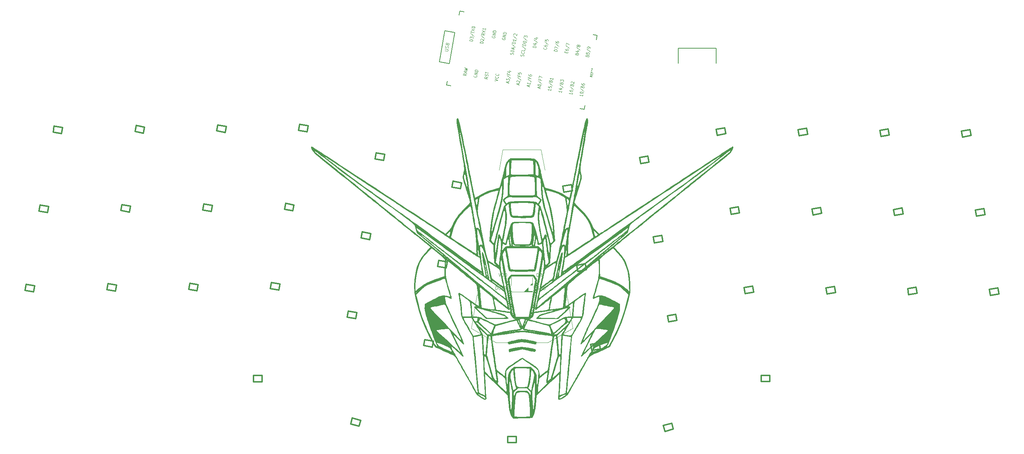
<source format=gto>
G04 #@! TF.GenerationSoftware,KiCad,Pcbnew,7.0.1*
G04 #@! TF.CreationDate,2025-01-08T11:43:02+07:00*
G04 #@! TF.ProjectId,reviung41,72657669-756e-4673-9431-2e6b69636164,1.4*
G04 #@! TF.SameCoordinates,PX2faf080PY2faf080*
G04 #@! TF.FileFunction,Legend,Top*
G04 #@! TF.FilePolarity,Positive*
%FSLAX46Y46*%
G04 Gerber Fmt 4.6, Leading zero omitted, Abs format (unit mm)*
G04 Created by KiCad (PCBNEW 7.0.1) date 2025-01-08 11:43:02*
%MOMM*%
%LPD*%
G01*
G04 APERTURE LIST*
%ADD10C,0.120000*%
%ADD11C,0.125000*%
%ADD12C,0.150000*%
%ADD13C,0.100000*%
%ADD14C,0.127000*%
%ADD15C,0.300000*%
G04 APERTURE END LIST*
D10*
X82690000Y-75030000D02*
X88500000Y-78410000D01*
X89320000Y-37520000D02*
X90140000Y-32720000D01*
X100800000Y-78410000D02*
X106700000Y-75030000D01*
X88500000Y-78410000D02*
X92270000Y-78410000D01*
X106700000Y-75030000D02*
X105290000Y-66980000D01*
X99230000Y-32720000D02*
X100090000Y-37560000D01*
X84070000Y-67100000D02*
X82690000Y-75030000D01*
X90140000Y-32720000D02*
X99230000Y-32720000D01*
X97120000Y-78410000D02*
X100800000Y-78410000D01*
D11*
X91382736Y-16847166D02*
X91438138Y-16532966D01*
X91582686Y-16947217D02*
X90882862Y-16597040D01*
X90882862Y-16597040D02*
X91660249Y-16507336D01*
X90949344Y-16219999D02*
X91021367Y-15811538D01*
X91021367Y-15811538D02*
X91263959Y-16081092D01*
X91263959Y-16081092D02*
X91280580Y-15986832D01*
X91280580Y-15986832D02*
X91326832Y-15930194D01*
X91326832Y-15930194D02*
X91367544Y-15904976D01*
X91367544Y-15904976D02*
X91443427Y-15885959D01*
X91443427Y-15885959D02*
X91619286Y-15916968D01*
X91619286Y-15916968D02*
X91684089Y-15960791D01*
X91684089Y-15960791D02*
X91713721Y-15998413D01*
X91713721Y-15998413D02*
X91737812Y-16067455D01*
X91737812Y-16067455D02*
X91704571Y-16255975D01*
X91704571Y-16255975D02*
X91658319Y-16312613D01*
X91658319Y-16312613D02*
X91617607Y-16337832D01*
X91119160Y-15051255D02*
X91969072Y-15784263D01*
X91583612Y-14679593D02*
X91544830Y-14899534D01*
X91931719Y-14967753D02*
X91193113Y-14837517D01*
X91193113Y-14837517D02*
X91248515Y-14523316D01*
X91588901Y-14032587D02*
X92081305Y-14119411D01*
X91279826Y-14140073D02*
X91779701Y-14390199D01*
X91779701Y-14390199D02*
X91851723Y-13981739D01*
X101592957Y-18339733D02*
X101526475Y-18716774D01*
X101559716Y-18528253D02*
X100821110Y-18398017D01*
X100821110Y-18398017D02*
X100915545Y-18479462D01*
X100915545Y-18479462D02*
X100974808Y-18554706D01*
X100974808Y-18554706D02*
X100998899Y-18623748D01*
X100959615Y-17612516D02*
X100904213Y-17926717D01*
X100904213Y-17926717D02*
X101250390Y-18020154D01*
X101250390Y-18020154D02*
X101220759Y-17982532D01*
X101220759Y-17982532D02*
X101196667Y-17913490D01*
X101196667Y-17913490D02*
X101224368Y-17756390D01*
X101224368Y-17756390D02*
X101270621Y-17699752D01*
X101270621Y-17699752D02*
X101311332Y-17674533D01*
X101311332Y-17674533D02*
X101387216Y-17655517D01*
X101387216Y-17655517D02*
X101563075Y-17686525D01*
X101563075Y-17686525D02*
X101627878Y-17730349D01*
X101627878Y-17730349D02*
X101657509Y-17767970D01*
X101657509Y-17767970D02*
X101681601Y-17837012D01*
X101681601Y-17837012D02*
X101653900Y-17994113D01*
X101653900Y-17994113D02*
X101607648Y-18050751D01*
X101607648Y-18050751D02*
X101566936Y-18075969D01*
X101062949Y-16820813D02*
X101912861Y-17553821D01*
X101527400Y-16449151D02*
X101579193Y-16361093D01*
X101579193Y-16361093D02*
X101619905Y-16335874D01*
X101619905Y-16335874D02*
X101695788Y-16316858D01*
X101695788Y-16316858D02*
X101801303Y-16335463D01*
X101801303Y-16335463D02*
X101866107Y-16379286D01*
X101866107Y-16379286D02*
X101895738Y-16416908D01*
X101895738Y-16416908D02*
X101919829Y-16485950D01*
X101919829Y-16485950D02*
X101875508Y-16737310D01*
X101875508Y-16737310D02*
X101136902Y-16607074D01*
X101136902Y-16607074D02*
X101175683Y-16387134D01*
X101175683Y-16387134D02*
X101221936Y-16330495D01*
X101221936Y-16330495D02*
X101262647Y-16305277D01*
X101262647Y-16305277D02*
X101338531Y-16286260D01*
X101338531Y-16286260D02*
X101408874Y-16298664D01*
X101408874Y-16298664D02*
X101473678Y-16342487D01*
X101473678Y-16342487D02*
X101503309Y-16380109D01*
X101503309Y-16380109D02*
X101527400Y-16449151D01*
X101527400Y-16449151D02*
X101488619Y-16669091D01*
X102052794Y-15731869D02*
X101986312Y-16108909D01*
X102019553Y-15920389D02*
X101280947Y-15790153D01*
X101280947Y-15790153D02*
X101375382Y-15871598D01*
X101375382Y-15871598D02*
X101434645Y-15946842D01*
X101434645Y-15946842D02*
X101458736Y-16015883D01*
X100504773Y-8551108D02*
X100534405Y-8588729D01*
X100534405Y-8588729D02*
X100552956Y-8689191D01*
X100552956Y-8689191D02*
X100541876Y-8752031D01*
X100541876Y-8752031D02*
X100490083Y-8840090D01*
X100490083Y-8840090D02*
X100408659Y-8890526D01*
X100408659Y-8890526D02*
X100332776Y-8909543D01*
X100332776Y-8909543D02*
X100186549Y-8916156D01*
X100186549Y-8916156D02*
X100081034Y-8897551D01*
X100081034Y-8897551D02*
X99945887Y-8841324D01*
X99945887Y-8841324D02*
X99881084Y-8797501D01*
X99881084Y-8797501D02*
X99821821Y-8722257D01*
X99821821Y-8722257D02*
X99803270Y-8621795D01*
X99803270Y-8621795D02*
X99814350Y-8558955D01*
X99814350Y-8558955D02*
X99866142Y-8470897D01*
X99866142Y-8470897D02*
X99906854Y-8445678D01*
X99936235Y-7867714D02*
X99914074Y-7993394D01*
X99914074Y-7993394D02*
X99938165Y-8062436D01*
X99938165Y-8062436D02*
X99967797Y-8100058D01*
X99967797Y-8100058D02*
X100062231Y-8181503D01*
X100062231Y-8181503D02*
X100197378Y-8237730D01*
X100197378Y-8237730D02*
X100478752Y-8287344D01*
X100478752Y-8287344D02*
X100554635Y-8268327D01*
X100554635Y-8268327D02*
X100595347Y-8243109D01*
X100595347Y-8243109D02*
X100641599Y-8186470D01*
X100641599Y-8186470D02*
X100663760Y-8060790D01*
X100663760Y-8060790D02*
X100639669Y-7991748D01*
X100639669Y-7991748D02*
X100610037Y-7954126D01*
X100610037Y-7954126D02*
X100545234Y-7910303D01*
X100545234Y-7910303D02*
X100369375Y-7879294D01*
X100369375Y-7879294D02*
X100293492Y-7898311D01*
X100293492Y-7898311D02*
X100252780Y-7923529D01*
X100252780Y-7923529D02*
X100206528Y-7980168D01*
X100206528Y-7980168D02*
X100184367Y-8105848D01*
X100184367Y-8105848D02*
X100208458Y-8174890D01*
X100208458Y-8174890D02*
X100238090Y-8212512D01*
X100238090Y-8212512D02*
X100302893Y-8256335D01*
X100045108Y-7044591D02*
X100895021Y-7777598D01*
X100174463Y-6516651D02*
X100119061Y-6830852D01*
X100119061Y-6830852D02*
X100465238Y-6924289D01*
X100465238Y-6924289D02*
X100435607Y-6886667D01*
X100435607Y-6886667D02*
X100411515Y-6817626D01*
X100411515Y-6817626D02*
X100439216Y-6660525D01*
X100439216Y-6660525D02*
X100485468Y-6603887D01*
X100485468Y-6603887D02*
X100526180Y-6578669D01*
X100526180Y-6578669D02*
X100602064Y-6559652D01*
X100602064Y-6559652D02*
X100777923Y-6590661D01*
X100777923Y-6590661D02*
X100842726Y-6634484D01*
X100842726Y-6634484D02*
X100872357Y-6672106D01*
X100872357Y-6672106D02*
X100896449Y-6741148D01*
X100896449Y-6741148D02*
X100868748Y-6898248D01*
X100868748Y-6898248D02*
X100822495Y-6954886D01*
X100822495Y-6954886D02*
X100781784Y-6980105D01*
X97997374Y-8497749D02*
X97258768Y-8367513D01*
X97258768Y-8367513D02*
X97286469Y-8210412D01*
X97286469Y-8210412D02*
X97338262Y-8122354D01*
X97338262Y-8122354D02*
X97419686Y-8071917D01*
X97419686Y-8071917D02*
X97495569Y-8052901D01*
X97495569Y-8052901D02*
X97641796Y-8046287D01*
X97641796Y-8046287D02*
X97747311Y-8064893D01*
X97747311Y-8064893D02*
X97882458Y-8121119D01*
X97882458Y-8121119D02*
X97947261Y-8164943D01*
X97947261Y-8164943D02*
X98006524Y-8240187D01*
X98006524Y-8240187D02*
X98025075Y-8340648D01*
X98025075Y-8340648D02*
X97997374Y-8497749D01*
X97671177Y-7468323D02*
X98163580Y-7555147D01*
X97362102Y-7575809D02*
X97861976Y-7825936D01*
X97861976Y-7825936D02*
X97933999Y-7417475D01*
X97533848Y-6601788D02*
X98383761Y-7334795D01*
X97903865Y-6148680D02*
X98396269Y-6235505D01*
X97594790Y-6256167D02*
X98094665Y-6506293D01*
X98094665Y-6506293D02*
X98166688Y-6097832D01*
X96306775Y-17715407D02*
X96362177Y-17401207D01*
X96506725Y-17815458D02*
X95806901Y-17465281D01*
X95806901Y-17465281D02*
X96584288Y-17375577D01*
X96684012Y-16810015D02*
X96617529Y-17187056D01*
X96650770Y-16998536D02*
X95912165Y-16868300D01*
X95912165Y-16868300D02*
X96006599Y-16949745D01*
X96006599Y-16949745D02*
X96065862Y-17024988D01*
X96065862Y-17024988D02*
X96089954Y-17094030D01*
X96043199Y-15919496D02*
X96893111Y-16652504D01*
X96507651Y-15547834D02*
X96468869Y-15767775D01*
X96855758Y-15835994D02*
X96117152Y-15705758D01*
X96117152Y-15705758D02*
X96172554Y-15391557D01*
X96266738Y-14857416D02*
X96244577Y-14983096D01*
X96244577Y-14983096D02*
X96268668Y-15052138D01*
X96268668Y-15052138D02*
X96298300Y-15089760D01*
X96298300Y-15089760D02*
X96392734Y-15171205D01*
X96392734Y-15171205D02*
X96527881Y-15227432D01*
X96527881Y-15227432D02*
X96809255Y-15277046D01*
X96809255Y-15277046D02*
X96885138Y-15258029D01*
X96885138Y-15258029D02*
X96925850Y-15232811D01*
X96925850Y-15232811D02*
X96972102Y-15176172D01*
X96972102Y-15176172D02*
X96994263Y-15050492D01*
X96994263Y-15050492D02*
X96970172Y-14981450D01*
X96970172Y-14981450D02*
X96940540Y-14943828D01*
X96940540Y-14943828D02*
X96875737Y-14900005D01*
X96875737Y-14900005D02*
X96699879Y-14868996D01*
X96699879Y-14868996D02*
X96623995Y-14888013D01*
X96623995Y-14888013D02*
X96583283Y-14913231D01*
X96583283Y-14913231D02*
X96537031Y-14969870D01*
X96537031Y-14969870D02*
X96514870Y-15095550D01*
X96514870Y-15095550D02*
X96538961Y-15164592D01*
X96538961Y-15164592D02*
X96568593Y-15202213D01*
X96568593Y-15202213D02*
X96633396Y-15246037D01*
X98818035Y-18158210D02*
X98873437Y-17844010D01*
X99017985Y-18258261D02*
X98318161Y-17908084D01*
X98318161Y-17908084D02*
X99095548Y-17818380D01*
X98417884Y-17342523D02*
X98428965Y-17279683D01*
X98428965Y-17279683D02*
X98475217Y-17223044D01*
X98475217Y-17223044D02*
X98515929Y-17197826D01*
X98515929Y-17197826D02*
X98591812Y-17178809D01*
X98591812Y-17178809D02*
X98738039Y-17172196D01*
X98738039Y-17172196D02*
X98913898Y-17203205D01*
X98913898Y-17203205D02*
X99049045Y-17259432D01*
X99049045Y-17259432D02*
X99113848Y-17303255D01*
X99113848Y-17303255D02*
X99143479Y-17340877D01*
X99143479Y-17340877D02*
X99167571Y-17409919D01*
X99167571Y-17409919D02*
X99156490Y-17472759D01*
X99156490Y-17472759D02*
X99110238Y-17529397D01*
X99110238Y-17529397D02*
X99069526Y-17554616D01*
X99069526Y-17554616D02*
X98993643Y-17573632D01*
X98993643Y-17573632D02*
X98847416Y-17580245D01*
X98847416Y-17580245D02*
X98671557Y-17549237D01*
X98671557Y-17549237D02*
X98536410Y-17493010D01*
X98536410Y-17493010D02*
X98471607Y-17449186D01*
X98471607Y-17449186D02*
X98441976Y-17411565D01*
X98441976Y-17411565D02*
X98417884Y-17342523D01*
X98554459Y-16362299D02*
X99404371Y-17095307D01*
X99018911Y-15990637D02*
X98980129Y-16210578D01*
X99367018Y-16278797D02*
X98628412Y-16148561D01*
X98628412Y-16148561D02*
X98683814Y-15834360D01*
X98717055Y-15645839D02*
X98794618Y-15205959D01*
X98794618Y-15205959D02*
X99483362Y-15618975D01*
X105149806Y-9726518D02*
X105188587Y-9506578D01*
X105592097Y-9480537D02*
X105536695Y-9794737D01*
X105536695Y-9794737D02*
X104798089Y-9664501D01*
X104798089Y-9664501D02*
X104853491Y-9350301D01*
X104953214Y-8784740D02*
X104931054Y-8910420D01*
X104931054Y-8910420D02*
X104955145Y-8979462D01*
X104955145Y-8979462D02*
X104984776Y-9017084D01*
X104984776Y-9017084D02*
X105079211Y-9098529D01*
X105079211Y-9098529D02*
X105214358Y-9154756D01*
X105214358Y-9154756D02*
X105495731Y-9204370D01*
X105495731Y-9204370D02*
X105571615Y-9185353D01*
X105571615Y-9185353D02*
X105612327Y-9160135D01*
X105612327Y-9160135D02*
X105658579Y-9103497D01*
X105658579Y-9103497D02*
X105680740Y-8977816D01*
X105680740Y-8977816D02*
X105656648Y-8908775D01*
X105656648Y-8908775D02*
X105627017Y-8871153D01*
X105627017Y-8871153D02*
X105562214Y-8827329D01*
X105562214Y-8827329D02*
X105386355Y-8796321D01*
X105386355Y-8796321D02*
X105310472Y-8815337D01*
X105310472Y-8815337D02*
X105269760Y-8840556D01*
X105269760Y-8840556D02*
X105223508Y-8897194D01*
X105223508Y-8897194D02*
X105201347Y-9022874D01*
X105201347Y-9022874D02*
X105225438Y-9091916D01*
X105225438Y-9091916D02*
X105255070Y-9129538D01*
X105255070Y-9129538D02*
X105319873Y-9173361D01*
X105062088Y-7961617D02*
X105912000Y-8694625D01*
X105124961Y-7810718D02*
X105202524Y-7370838D01*
X105202524Y-7370838D02*
X105891267Y-7783854D01*
X81564275Y-14737056D02*
X81173776Y-14894979D01*
X81497792Y-15114097D02*
X80759186Y-14983861D01*
X80759186Y-14983861D02*
X80803508Y-14732500D01*
X80803508Y-14732500D02*
X80849760Y-14675862D01*
X80849760Y-14675862D02*
X80890472Y-14650643D01*
X80890472Y-14650643D02*
X80966356Y-14631627D01*
X80966356Y-14631627D02*
X81071871Y-14650232D01*
X81071871Y-14650232D02*
X81136674Y-14694055D01*
X81136674Y-14694055D02*
X81166305Y-14731677D01*
X81166305Y-14731677D02*
X81190397Y-14800719D01*
X81190397Y-14800719D02*
X81146075Y-15052080D01*
X81397566Y-14448485D02*
X81452968Y-14134285D01*
X81597516Y-14548536D02*
X80897691Y-14198359D01*
X80897691Y-14198359D02*
X81675079Y-14108655D01*
X80964174Y-13821318D02*
X81730481Y-13794454D01*
X81730481Y-13794454D02*
X81225066Y-13575748D01*
X81225066Y-13575748D02*
X81774802Y-13543094D01*
X81774802Y-13543094D02*
X81063898Y-13255757D01*
X88186174Y-16342035D02*
X88963561Y-16252331D01*
X88963561Y-16252331D02*
X88263737Y-15902154D01*
X89037263Y-15423005D02*
X89066895Y-15460627D01*
X89066895Y-15460627D02*
X89085446Y-15561089D01*
X89085446Y-15561089D02*
X89074365Y-15623929D01*
X89074365Y-15623929D02*
X89022573Y-15711988D01*
X89022573Y-15711988D02*
X88941149Y-15762424D01*
X88941149Y-15762424D02*
X88865266Y-15781441D01*
X88865266Y-15781441D02*
X88719039Y-15788054D01*
X88719039Y-15788054D02*
X88613524Y-15769449D01*
X88613524Y-15769449D02*
X88478377Y-15713222D01*
X88478377Y-15713222D02*
X88413574Y-15669398D01*
X88413574Y-15669398D02*
X88354311Y-15594155D01*
X88354311Y-15594155D02*
X88335760Y-15493693D01*
X88335760Y-15493693D02*
X88346840Y-15430853D01*
X88346840Y-15430853D02*
X88398632Y-15342794D01*
X88398632Y-15342794D02*
X88439344Y-15317576D01*
X89153608Y-14763184D02*
X89183239Y-14800806D01*
X89183239Y-14800806D02*
X89201790Y-14901268D01*
X89201790Y-14901268D02*
X89190710Y-14964108D01*
X89190710Y-14964108D02*
X89138917Y-15052166D01*
X89138917Y-15052166D02*
X89057494Y-15102603D01*
X89057494Y-15102603D02*
X88981610Y-15121620D01*
X88981610Y-15121620D02*
X88835383Y-15128233D01*
X88835383Y-15128233D02*
X88729868Y-15109628D01*
X88729868Y-15109628D02*
X88594721Y-15053401D01*
X88594721Y-15053401D02*
X88529918Y-15009577D01*
X88529918Y-15009577D02*
X88470655Y-14934334D01*
X88470655Y-14934334D02*
X88452104Y-14833872D01*
X88452104Y-14833872D02*
X88463184Y-14771032D01*
X88463184Y-14771032D02*
X88514977Y-14682973D01*
X88514977Y-14682973D02*
X88555689Y-14657755D01*
D10*
X76389547Y-9243829D02*
X76987466Y-9349259D01*
X76987466Y-9349259D02*
X77064011Y-9326490D01*
X77064011Y-9326490D02*
X77105385Y-9297520D01*
X77105385Y-9297520D02*
X77152960Y-9233379D01*
X77152960Y-9233379D02*
X77177767Y-9092692D01*
X77177767Y-9092692D02*
X77154999Y-9016147D01*
X77154999Y-9016147D02*
X77126029Y-8974773D01*
X77126029Y-8974773D02*
X77061887Y-8927198D01*
X77061887Y-8927198D02*
X76463968Y-8821769D01*
X77223217Y-8629258D02*
X77276994Y-8529945D01*
X77276994Y-8529945D02*
X77308003Y-8354086D01*
X77308003Y-8354086D02*
X77285235Y-8277541D01*
X77285235Y-8277541D02*
X77256265Y-8236168D01*
X77256265Y-8236168D02*
X77192123Y-8188593D01*
X77192123Y-8188593D02*
X77121780Y-8176189D01*
X77121780Y-8176189D02*
X77045234Y-8198957D01*
X77045234Y-8198957D02*
X77003861Y-8227927D01*
X77003861Y-8227927D02*
X76956286Y-8292069D01*
X76956286Y-8292069D02*
X76896307Y-8426554D01*
X76896307Y-8426554D02*
X76848732Y-8490696D01*
X76848732Y-8490696D02*
X76807359Y-8519666D01*
X76807359Y-8519666D02*
X76730814Y-8542434D01*
X76730814Y-8542434D02*
X76660470Y-8530031D01*
X76660470Y-8530031D02*
X76596328Y-8482455D01*
X76596328Y-8482455D02*
X76567358Y-8441082D01*
X76567358Y-8441082D02*
X76544590Y-8364537D01*
X76544590Y-8364537D02*
X76575599Y-8188678D01*
X76575599Y-8188678D02*
X76629376Y-8089365D01*
X77045149Y-7582433D02*
X77098925Y-7483120D01*
X77098925Y-7483120D02*
X77140299Y-7454150D01*
X77140299Y-7454150D02*
X77216844Y-7431381D01*
X77216844Y-7431381D02*
X77322359Y-7449986D01*
X77322359Y-7449986D02*
X77386501Y-7497562D01*
X77386501Y-7497562D02*
X77415471Y-7538935D01*
X77415471Y-7538935D02*
X77438239Y-7615480D01*
X77438239Y-7615480D02*
X77388625Y-7896854D01*
X77388625Y-7896854D02*
X76650019Y-7766618D01*
X76650019Y-7766618D02*
X76693432Y-7520416D01*
X76693432Y-7520416D02*
X76741007Y-7456274D01*
X76741007Y-7456274D02*
X76782380Y-7427304D01*
X76782380Y-7427304D02*
X76858925Y-7404536D01*
X76858925Y-7404536D02*
X76929269Y-7416939D01*
X76929269Y-7416939D02*
X76993410Y-7464514D01*
X76993410Y-7464514D02*
X77022380Y-7505888D01*
X77022380Y-7505888D02*
X77045149Y-7582433D01*
X77045149Y-7582433D02*
X77001737Y-7828635D01*
D11*
X90064868Y-6181040D02*
X90018616Y-6237679D01*
X90018616Y-6237679D02*
X90001996Y-6331939D01*
X90001996Y-6331939D02*
X90020547Y-6432401D01*
X90020547Y-6432401D02*
X90079810Y-6507644D01*
X90079810Y-6507644D02*
X90144613Y-6551468D01*
X90144613Y-6551468D02*
X90279760Y-6607695D01*
X90279760Y-6607695D02*
X90385275Y-6626300D01*
X90385275Y-6626300D02*
X90531502Y-6619687D01*
X90531502Y-6619687D02*
X90607385Y-6600670D01*
X90607385Y-6600670D02*
X90688809Y-6550233D01*
X90688809Y-6550233D02*
X90740601Y-6462175D01*
X90740601Y-6462175D02*
X90751682Y-6399335D01*
X90751682Y-6399335D02*
X90733131Y-6298873D01*
X90733131Y-6298873D02*
X90703499Y-6261251D01*
X90703499Y-6261251D02*
X90457297Y-6217839D01*
X90457297Y-6217839D02*
X90435136Y-6343519D01*
X90823704Y-5990874D02*
X90085099Y-5860638D01*
X90085099Y-5860638D02*
X90890187Y-5613833D01*
X90890187Y-5613833D02*
X90151581Y-5483597D01*
X90945589Y-5299633D02*
X90206983Y-5169397D01*
X90206983Y-5169397D02*
X90234684Y-5012296D01*
X90234684Y-5012296D02*
X90286477Y-4924238D01*
X90286477Y-4924238D02*
X90367900Y-4873801D01*
X90367900Y-4873801D02*
X90443784Y-4854785D01*
X90443784Y-4854785D02*
X90590011Y-4848171D01*
X90590011Y-4848171D02*
X90695526Y-4866777D01*
X90695526Y-4866777D02*
X90830673Y-4923003D01*
X90830673Y-4923003D02*
X90895476Y-4966827D01*
X90895476Y-4966827D02*
X90954739Y-5042071D01*
X90954739Y-5042071D02*
X90973290Y-5142532D01*
X90973290Y-5142532D02*
X90945589Y-5299633D01*
X103019894Y-9383355D02*
X102281288Y-9253119D01*
X102281288Y-9253119D02*
X102308989Y-9096018D01*
X102308989Y-9096018D02*
X102360782Y-9007960D01*
X102360782Y-9007960D02*
X102442206Y-8957523D01*
X102442206Y-8957523D02*
X102518089Y-8938507D01*
X102518089Y-8938507D02*
X102664316Y-8931893D01*
X102664316Y-8931893D02*
X102769831Y-8950499D01*
X102769831Y-8950499D02*
X102904978Y-9006725D01*
X102904978Y-9006725D02*
X102969781Y-9050549D01*
X102969781Y-9050549D02*
X103029044Y-9125793D01*
X103029044Y-9125793D02*
X103047595Y-9226254D01*
X103047595Y-9226254D02*
X103019894Y-9383355D01*
X102386552Y-8656137D02*
X102464115Y-8216257D01*
X102464115Y-8216257D02*
X103152859Y-8629273D01*
X102556368Y-7487394D02*
X103406281Y-8220401D01*
X102680183Y-6990874D02*
X102658022Y-7116555D01*
X102658022Y-7116555D02*
X102682114Y-7185597D01*
X102682114Y-7185597D02*
X102711745Y-7223218D01*
X102711745Y-7223218D02*
X102806180Y-7304664D01*
X102806180Y-7304664D02*
X102941326Y-7360891D01*
X102941326Y-7360891D02*
X103222700Y-7410504D01*
X103222700Y-7410504D02*
X103298584Y-7391488D01*
X103298584Y-7391488D02*
X103339296Y-7366269D01*
X103339296Y-7366269D02*
X103385548Y-7309631D01*
X103385548Y-7309631D02*
X103407709Y-7183951D01*
X103407709Y-7183951D02*
X103383617Y-7114909D01*
X103383617Y-7114909D02*
X103353986Y-7077287D01*
X103353986Y-7077287D02*
X103289183Y-7033464D01*
X103289183Y-7033464D02*
X103113324Y-7002455D01*
X103113324Y-7002455D02*
X103037440Y-7021472D01*
X103037440Y-7021472D02*
X102996728Y-7046690D01*
X102996728Y-7046690D02*
X102950476Y-7103328D01*
X102950476Y-7103328D02*
X102928316Y-7229009D01*
X102928316Y-7229009D02*
X102952407Y-7298050D01*
X102952407Y-7298050D02*
X102982038Y-7335672D01*
X102982038Y-7335672D02*
X103046842Y-7379496D01*
X83363790Y-15102954D02*
X83317538Y-15159593D01*
X83317538Y-15159593D02*
X83300918Y-15253853D01*
X83300918Y-15253853D02*
X83319469Y-15354315D01*
X83319469Y-15354315D02*
X83378732Y-15429558D01*
X83378732Y-15429558D02*
X83443535Y-15473382D01*
X83443535Y-15473382D02*
X83578682Y-15529609D01*
X83578682Y-15529609D02*
X83684197Y-15548214D01*
X83684197Y-15548214D02*
X83830424Y-15541601D01*
X83830424Y-15541601D02*
X83906307Y-15522584D01*
X83906307Y-15522584D02*
X83987731Y-15472147D01*
X83987731Y-15472147D02*
X84039523Y-15384089D01*
X84039523Y-15384089D02*
X84050604Y-15321249D01*
X84050604Y-15321249D02*
X84032053Y-15220787D01*
X84032053Y-15220787D02*
X84002421Y-15183165D01*
X84002421Y-15183165D02*
X83756219Y-15139753D01*
X83756219Y-15139753D02*
X83734058Y-15265433D01*
X84122626Y-14912788D02*
X83384021Y-14782552D01*
X83384021Y-14782552D02*
X84189109Y-14535747D01*
X84189109Y-14535747D02*
X83450503Y-14405511D01*
X84244511Y-14221547D02*
X83505905Y-14091311D01*
X83505905Y-14091311D02*
X83533606Y-13934210D01*
X83533606Y-13934210D02*
X83585399Y-13846152D01*
X83585399Y-13846152D02*
X83666822Y-13795715D01*
X83666822Y-13795715D02*
X83742706Y-13776699D01*
X83742706Y-13776699D02*
X83888933Y-13770085D01*
X83888933Y-13770085D02*
X83994448Y-13788691D01*
X83994448Y-13788691D02*
X84129595Y-13844917D01*
X84129595Y-13844917D02*
X84194398Y-13888741D01*
X84194398Y-13888741D02*
X84253661Y-13963985D01*
X84253661Y-13963985D02*
X84272212Y-14064446D01*
X84272212Y-14064446D02*
X84244511Y-14221547D01*
X107694306Y-9980801D02*
X107746098Y-9892743D01*
X107746098Y-9892743D02*
X107786810Y-9867525D01*
X107786810Y-9867525D02*
X107862694Y-9848508D01*
X107862694Y-9848508D02*
X107968209Y-9867113D01*
X107968209Y-9867113D02*
X108033012Y-9910937D01*
X108033012Y-9910937D02*
X108062644Y-9948558D01*
X108062644Y-9948558D02*
X108086735Y-10017600D01*
X108086735Y-10017600D02*
X108042413Y-10268961D01*
X108042413Y-10268961D02*
X107303807Y-10138725D01*
X107303807Y-10138725D02*
X107342589Y-9918784D01*
X107342589Y-9918784D02*
X107388841Y-9862146D01*
X107388841Y-9862146D02*
X107429553Y-9836927D01*
X107429553Y-9836927D02*
X107505437Y-9817911D01*
X107505437Y-9817911D02*
X107575780Y-9830314D01*
X107575780Y-9830314D02*
X107640583Y-9874138D01*
X107640583Y-9874138D02*
X107670215Y-9911760D01*
X107670215Y-9911760D02*
X107694306Y-9980801D01*
X107694306Y-9980801D02*
X107655525Y-10200742D01*
X107716216Y-9239535D02*
X108208619Y-9326359D01*
X107407141Y-9347021D02*
X107907015Y-9597148D01*
X107907015Y-9597148D02*
X107979038Y-9188687D01*
X107578887Y-8373000D02*
X108428800Y-9106007D01*
X107986006Y-8120816D02*
X107939754Y-8177455D01*
X107939754Y-8177455D02*
X107899042Y-8202673D01*
X107899042Y-8202673D02*
X107823159Y-8221690D01*
X107823159Y-8221690D02*
X107787987Y-8215488D01*
X107787987Y-8215488D02*
X107723184Y-8171664D01*
X107723184Y-8171664D02*
X107693552Y-8134043D01*
X107693552Y-8134043D02*
X107669461Y-8065001D01*
X107669461Y-8065001D02*
X107691622Y-7939321D01*
X107691622Y-7939321D02*
X107737874Y-7882682D01*
X107737874Y-7882682D02*
X107778586Y-7857464D01*
X107778586Y-7857464D02*
X107854469Y-7838447D01*
X107854469Y-7838447D02*
X107889641Y-7844649D01*
X107889641Y-7844649D02*
X107954444Y-7888472D01*
X107954444Y-7888472D02*
X107984076Y-7926094D01*
X107984076Y-7926094D02*
X108008167Y-7995136D01*
X108008167Y-7995136D02*
X107986006Y-8120816D01*
X107986006Y-8120816D02*
X108010098Y-8189858D01*
X108010098Y-8189858D02*
X108039729Y-8227480D01*
X108039729Y-8227480D02*
X108104532Y-8271303D01*
X108104532Y-8271303D02*
X108245219Y-8296110D01*
X108245219Y-8296110D02*
X108321103Y-8277094D01*
X108321103Y-8277094D02*
X108361815Y-8251875D01*
X108361815Y-8251875D02*
X108408067Y-8195237D01*
X108408067Y-8195237D02*
X108430228Y-8069557D01*
X108430228Y-8069557D02*
X108406136Y-8000515D01*
X108406136Y-8000515D02*
X108376505Y-7962893D01*
X108376505Y-7962893D02*
X108311702Y-7919070D01*
X108311702Y-7919070D02*
X108171015Y-7894263D01*
X108171015Y-7894263D02*
X108095131Y-7913279D01*
X108095131Y-7913279D02*
X108054419Y-7938498D01*
X108054419Y-7938498D02*
X108008167Y-7995136D01*
X106615476Y-19225339D02*
X106548994Y-19602380D01*
X106582235Y-19413859D02*
X105843629Y-19283623D01*
X105843629Y-19283623D02*
X105938064Y-19365068D01*
X105938064Y-19365068D02*
X105997327Y-19440312D01*
X105997327Y-19440312D02*
X106021418Y-19509354D01*
X105976594Y-18529542D02*
X105954433Y-18655222D01*
X105954433Y-18655222D02*
X105978525Y-18724264D01*
X105978525Y-18724264D02*
X106008156Y-18761886D01*
X106008156Y-18761886D02*
X106102591Y-18843331D01*
X106102591Y-18843331D02*
X106237738Y-18899558D01*
X106237738Y-18899558D02*
X106519111Y-18949172D01*
X106519111Y-18949172D02*
X106594995Y-18930155D01*
X106594995Y-18930155D02*
X106635707Y-18904937D01*
X106635707Y-18904937D02*
X106681959Y-18848299D01*
X106681959Y-18848299D02*
X106704120Y-18722618D01*
X106704120Y-18722618D02*
X106680028Y-18653576D01*
X106680028Y-18653576D02*
X106650397Y-18615955D01*
X106650397Y-18615955D02*
X106585594Y-18572131D01*
X106585594Y-18572131D02*
X106409735Y-18541123D01*
X106409735Y-18541123D02*
X106333851Y-18560139D01*
X106333851Y-18560139D02*
X106293140Y-18585358D01*
X106293140Y-18585358D02*
X106246887Y-18641996D01*
X106246887Y-18641996D02*
X106224727Y-18767676D01*
X106224727Y-18767676D02*
X106248818Y-18836718D01*
X106248818Y-18836718D02*
X106278449Y-18874340D01*
X106278449Y-18874340D02*
X106343253Y-18918163D01*
X106085468Y-17706419D02*
X106935380Y-18439427D01*
X106549919Y-17334757D02*
X106601712Y-17246699D01*
X106601712Y-17246699D02*
X106642424Y-17221480D01*
X106642424Y-17221480D02*
X106718307Y-17202464D01*
X106718307Y-17202464D02*
X106823822Y-17221069D01*
X106823822Y-17221069D02*
X106888626Y-17264892D01*
X106888626Y-17264892D02*
X106918257Y-17302514D01*
X106918257Y-17302514D02*
X106942348Y-17371556D01*
X106942348Y-17371556D02*
X106898027Y-17622916D01*
X106898027Y-17622916D02*
X106159421Y-17492680D01*
X106159421Y-17492680D02*
X106198202Y-17272740D01*
X106198202Y-17272740D02*
X106244455Y-17216101D01*
X106244455Y-17216101D02*
X106285166Y-17190883D01*
X106285166Y-17190883D02*
X106361050Y-17171866D01*
X106361050Y-17171866D02*
X106431393Y-17184270D01*
X106431393Y-17184270D02*
X106496197Y-17228093D01*
X106496197Y-17228093D02*
X106525828Y-17265715D01*
X106525828Y-17265715D02*
X106549919Y-17334757D01*
X106549919Y-17334757D02*
X106511138Y-17554697D01*
X106340568Y-16876683D02*
X106310937Y-16839061D01*
X106310937Y-16839061D02*
X106286846Y-16770019D01*
X106286846Y-16770019D02*
X106314547Y-16612919D01*
X106314547Y-16612919D02*
X106360799Y-16556280D01*
X106360799Y-16556280D02*
X106401511Y-16531062D01*
X106401511Y-16531062D02*
X106477394Y-16512045D01*
X106477394Y-16512045D02*
X106547738Y-16524449D01*
X106547738Y-16524449D02*
X106647713Y-16574474D01*
X106647713Y-16574474D02*
X107003291Y-17025935D01*
X107003291Y-17025935D02*
X107075313Y-16617475D01*
X104104216Y-18782536D02*
X104037734Y-19159577D01*
X104070975Y-18971056D02*
X103332369Y-18840820D01*
X103332369Y-18840820D02*
X103426804Y-18922265D01*
X103426804Y-18922265D02*
X103486067Y-18997509D01*
X103486067Y-18997509D02*
X103510158Y-19066551D01*
X103711536Y-18130151D02*
X104203940Y-18216975D01*
X103402462Y-18237638D02*
X103902336Y-18487764D01*
X103902336Y-18487764D02*
X103974359Y-18079303D01*
X103574208Y-17263616D02*
X104424120Y-17996624D01*
X104038659Y-16891954D02*
X104090452Y-16803896D01*
X104090452Y-16803896D02*
X104131164Y-16778677D01*
X104131164Y-16778677D02*
X104207047Y-16759661D01*
X104207047Y-16759661D02*
X104312562Y-16778266D01*
X104312562Y-16778266D02*
X104377366Y-16822089D01*
X104377366Y-16822089D02*
X104406997Y-16859711D01*
X104406997Y-16859711D02*
X104431088Y-16928753D01*
X104431088Y-16928753D02*
X104386767Y-17180113D01*
X104386767Y-17180113D02*
X103648161Y-17049877D01*
X103648161Y-17049877D02*
X103686942Y-16829937D01*
X103686942Y-16829937D02*
X103733195Y-16773298D01*
X103733195Y-16773298D02*
X103773906Y-16748080D01*
X103773906Y-16748080D02*
X103849790Y-16729063D01*
X103849790Y-16729063D02*
X103920133Y-16741467D01*
X103920133Y-16741467D02*
X103984937Y-16785290D01*
X103984937Y-16785290D02*
X104014568Y-16822912D01*
X104014568Y-16822912D02*
X104038659Y-16891954D01*
X104038659Y-16891954D02*
X103999878Y-17111894D01*
X103753425Y-16452896D02*
X103825447Y-16044435D01*
X103825447Y-16044435D02*
X104068040Y-16313990D01*
X104068040Y-16313990D02*
X104084660Y-16219729D01*
X104084660Y-16219729D02*
X104130912Y-16163091D01*
X104130912Y-16163091D02*
X104171624Y-16137873D01*
X104171624Y-16137873D02*
X104247508Y-16118856D01*
X104247508Y-16118856D02*
X104423366Y-16149865D01*
X104423366Y-16149865D02*
X104488170Y-16193688D01*
X104488170Y-16193688D02*
X104517801Y-16231310D01*
X104517801Y-16231310D02*
X104541892Y-16300352D01*
X104541892Y-16300352D02*
X104508651Y-16488872D01*
X104508651Y-16488872D02*
X104462399Y-16545510D01*
X104462399Y-16545510D02*
X104421687Y-16570729D01*
X93844756Y-17281287D02*
X93900158Y-16967087D01*
X94044706Y-17381338D02*
X93344882Y-17031161D01*
X93344882Y-17031161D02*
X94122269Y-16941457D01*
X93487248Y-16635103D02*
X93457616Y-16597482D01*
X93457616Y-16597482D02*
X93433525Y-16528440D01*
X93433525Y-16528440D02*
X93461226Y-16371340D01*
X93461226Y-16371340D02*
X93507478Y-16314701D01*
X93507478Y-16314701D02*
X93548190Y-16289483D01*
X93548190Y-16289483D02*
X93624074Y-16270466D01*
X93624074Y-16270466D02*
X93694417Y-16282870D01*
X93694417Y-16282870D02*
X93794392Y-16332895D01*
X93794392Y-16332895D02*
X94149970Y-16784356D01*
X94149970Y-16784356D02*
X94221993Y-16375895D01*
X93581180Y-15485376D02*
X94431092Y-16218384D01*
X94045632Y-15113714D02*
X94006850Y-15333655D01*
X94393739Y-15401874D02*
X93655133Y-15271638D01*
X93655133Y-15271638D02*
X93710535Y-14957437D01*
X93810259Y-14391876D02*
X93754857Y-14706076D01*
X93754857Y-14706076D02*
X94101034Y-14799514D01*
X94101034Y-14799514D02*
X94071402Y-14761892D01*
X94071402Y-14761892D02*
X94047311Y-14692850D01*
X94047311Y-14692850D02*
X94075012Y-14535750D01*
X94075012Y-14535750D02*
X94121264Y-14479111D01*
X94121264Y-14479111D02*
X94161976Y-14453893D01*
X94161976Y-14453893D02*
X94237860Y-14434876D01*
X94237860Y-14434876D02*
X94413718Y-14465885D01*
X94413718Y-14465885D02*
X94478521Y-14509708D01*
X94478521Y-14509708D02*
X94508153Y-14547330D01*
X94508153Y-14547330D02*
X94532244Y-14616372D01*
X94532244Y-14616372D02*
X94504543Y-14773472D01*
X94504543Y-14773472D02*
X94458291Y-14830111D01*
X94458291Y-14830111D02*
X94417579Y-14855329D01*
X109077496Y-19659459D02*
X109011014Y-20036500D01*
X109044255Y-19847979D02*
X108305649Y-19717743D01*
X108305649Y-19717743D02*
X108400084Y-19799188D01*
X108400084Y-19799188D02*
X108459347Y-19874432D01*
X108459347Y-19874432D02*
X108483438Y-19943474D01*
X108410913Y-19120762D02*
X108421994Y-19057922D01*
X108421994Y-19057922D02*
X108468246Y-19001284D01*
X108468246Y-19001284D02*
X108508958Y-18976066D01*
X108508958Y-18976066D02*
X108584841Y-18957049D01*
X108584841Y-18957049D02*
X108731068Y-18950436D01*
X108731068Y-18950436D02*
X108906927Y-18981444D01*
X108906927Y-18981444D02*
X109042073Y-19037671D01*
X109042073Y-19037671D02*
X109106877Y-19081495D01*
X109106877Y-19081495D02*
X109136508Y-19119117D01*
X109136508Y-19119117D02*
X109160599Y-19188158D01*
X109160599Y-19188158D02*
X109149519Y-19250998D01*
X109149519Y-19250998D02*
X109103267Y-19307637D01*
X109103267Y-19307637D02*
X109062555Y-19332855D01*
X109062555Y-19332855D02*
X108986671Y-19351872D01*
X108986671Y-19351872D02*
X108840444Y-19358485D01*
X108840444Y-19358485D02*
X108664586Y-19327476D01*
X108664586Y-19327476D02*
X108529439Y-19271249D01*
X108529439Y-19271249D02*
X108464636Y-19227426D01*
X108464636Y-19227426D02*
X108435005Y-19189804D01*
X108435005Y-19189804D02*
X108410913Y-19120762D01*
X108547488Y-18140539D02*
X109397400Y-18873547D01*
X109011939Y-17768877D02*
X109063732Y-17680819D01*
X109063732Y-17680819D02*
X109104444Y-17655600D01*
X109104444Y-17655600D02*
X109180327Y-17636584D01*
X109180327Y-17636584D02*
X109285842Y-17655189D01*
X109285842Y-17655189D02*
X109350646Y-17699012D01*
X109350646Y-17699012D02*
X109380277Y-17736634D01*
X109380277Y-17736634D02*
X109404368Y-17805676D01*
X109404368Y-17805676D02*
X109360047Y-18057036D01*
X109360047Y-18057036D02*
X108621441Y-17926800D01*
X108621441Y-17926800D02*
X108660222Y-17706860D01*
X108660222Y-17706860D02*
X108706475Y-17650221D01*
X108706475Y-17650221D02*
X108747186Y-17625003D01*
X108747186Y-17625003D02*
X108823070Y-17605986D01*
X108823070Y-17605986D02*
X108893413Y-17618390D01*
X108893413Y-17618390D02*
X108958217Y-17662213D01*
X108958217Y-17662213D02*
X108987848Y-17699835D01*
X108987848Y-17699835D02*
X109011939Y-17768877D01*
X109011939Y-17768877D02*
X108973158Y-17988817D01*
X108787647Y-16984198D02*
X108765486Y-17109879D01*
X108765486Y-17109879D02*
X108789578Y-17178921D01*
X108789578Y-17178921D02*
X108819209Y-17216542D01*
X108819209Y-17216542D02*
X108913644Y-17297988D01*
X108913644Y-17297988D02*
X109048790Y-17354215D01*
X109048790Y-17354215D02*
X109330164Y-17403828D01*
X109330164Y-17403828D02*
X109406048Y-17384812D01*
X109406048Y-17384812D02*
X109446760Y-17359593D01*
X109446760Y-17359593D02*
X109493012Y-17302955D01*
X109493012Y-17302955D02*
X109515172Y-17177275D01*
X109515172Y-17177275D02*
X109491081Y-17108233D01*
X109491081Y-17108233D02*
X109461450Y-17070611D01*
X109461450Y-17070611D02*
X109396646Y-17026788D01*
X109396646Y-17026788D02*
X109220788Y-16995779D01*
X109220788Y-16995779D02*
X109144904Y-17014796D01*
X109144904Y-17014796D02*
X109104192Y-17040014D01*
X109104192Y-17040014D02*
X109057940Y-17096652D01*
X109057940Y-17096652D02*
X109035779Y-17222333D01*
X109035779Y-17222333D02*
X109059871Y-17291374D01*
X109059871Y-17291374D02*
X109089502Y-17328996D01*
X109089502Y-17328996D02*
X109154306Y-17372820D01*
X86603414Y-15528401D02*
X86212916Y-15686324D01*
X86536932Y-15905442D02*
X85798326Y-15775206D01*
X85798326Y-15775206D02*
X85842648Y-15523845D01*
X85842648Y-15523845D02*
X85888900Y-15467207D01*
X85888900Y-15467207D02*
X85929612Y-15441989D01*
X85929612Y-15441989D02*
X86005495Y-15422972D01*
X86005495Y-15422972D02*
X86111011Y-15441577D01*
X86111011Y-15441577D02*
X86175814Y-15485401D01*
X86175814Y-15485401D02*
X86205445Y-15523022D01*
X86205445Y-15523022D02*
X86229537Y-15592064D01*
X86229537Y-15592064D02*
X86185215Y-15843425D01*
X86612564Y-15270839D02*
X86664357Y-15182781D01*
X86664357Y-15182781D02*
X86692058Y-15025680D01*
X86692058Y-15025680D02*
X86667966Y-14956638D01*
X86667966Y-14956638D02*
X86638335Y-14919017D01*
X86638335Y-14919017D02*
X86573532Y-14875193D01*
X86573532Y-14875193D02*
X86503188Y-14862790D01*
X86503188Y-14862790D02*
X86427305Y-14881806D01*
X86427305Y-14881806D02*
X86386593Y-14907025D01*
X86386593Y-14907025D02*
X86340341Y-14963663D01*
X86340341Y-14963663D02*
X86283008Y-15083142D01*
X86283008Y-15083142D02*
X86236756Y-15139780D01*
X86236756Y-15139780D02*
X86196044Y-15164998D01*
X86196044Y-15164998D02*
X86120160Y-15184015D01*
X86120160Y-15184015D02*
X86049817Y-15171611D01*
X86049817Y-15171611D02*
X85985014Y-15127788D01*
X85985014Y-15127788D02*
X85955382Y-15090166D01*
X85955382Y-15090166D02*
X85931291Y-15021124D01*
X85931291Y-15021124D02*
X85958992Y-14864024D01*
X85958992Y-14864024D02*
X86010784Y-14775966D01*
X86008854Y-14581244D02*
X86075336Y-14204203D01*
X86780701Y-14522960D02*
X86042095Y-14392723D01*
D12*
D11*
X92591185Y-10158248D02*
X92642977Y-10070190D01*
X92642977Y-10070190D02*
X92670678Y-9913090D01*
X92670678Y-9913090D02*
X92646587Y-9844048D01*
X92646587Y-9844048D02*
X92616956Y-9806426D01*
X92616956Y-9806426D02*
X92552152Y-9762603D01*
X92552152Y-9762603D02*
X92481809Y-9750199D01*
X92481809Y-9750199D02*
X92405925Y-9769216D01*
X92405925Y-9769216D02*
X92365213Y-9794434D01*
X92365213Y-9794434D02*
X92318961Y-9851073D01*
X92318961Y-9851073D02*
X92261629Y-9970551D01*
X92261629Y-9970551D02*
X92215377Y-10027189D01*
X92215377Y-10027189D02*
X92174665Y-10052408D01*
X92174665Y-10052408D02*
X92098781Y-10071424D01*
X92098781Y-10071424D02*
X92028438Y-10059021D01*
X92028438Y-10059021D02*
X91963635Y-10015197D01*
X91963635Y-10015197D02*
X91934003Y-9977576D01*
X91934003Y-9977576D02*
X91909912Y-9908534D01*
X91909912Y-9908534D02*
X91937613Y-9751434D01*
X91937613Y-9751434D02*
X91989405Y-9663375D01*
X92742701Y-9504629D02*
X92004095Y-9374393D01*
X92004095Y-9374393D02*
X92031796Y-9217293D01*
X92031796Y-9217293D02*
X92083589Y-9129234D01*
X92083589Y-9129234D02*
X92165012Y-9078798D01*
X92165012Y-9078798D02*
X92240896Y-9059781D01*
X92240896Y-9059781D02*
X92387123Y-9053168D01*
X92387123Y-9053168D02*
X92492638Y-9071773D01*
X92492638Y-9071773D02*
X92627785Y-9128000D01*
X92627785Y-9128000D02*
X92692588Y-9171823D01*
X92692588Y-9171823D02*
X92751851Y-9247067D01*
X92751851Y-9247067D02*
X92770402Y-9347529D01*
X92770402Y-9347529D02*
X92742701Y-9504629D01*
X92642475Y-8839018D02*
X92697877Y-8524817D01*
X92842425Y-8939068D02*
X92142600Y-8588892D01*
X92142600Y-8588892D02*
X92919988Y-8499187D01*
X92268095Y-7671508D02*
X93118007Y-8404515D01*
X93080654Y-7588005D02*
X92342048Y-7457769D01*
X92342048Y-7457769D02*
X92369749Y-7300669D01*
X92369749Y-7300669D02*
X92421541Y-7212610D01*
X92421541Y-7212610D02*
X92502965Y-7162174D01*
X92502965Y-7162174D02*
X92578849Y-7143157D01*
X92578849Y-7143157D02*
X92725076Y-7136544D01*
X92725076Y-7136544D02*
X92830591Y-7155149D01*
X92830591Y-7155149D02*
X92965737Y-7211376D01*
X92965737Y-7211376D02*
X93030540Y-7255200D01*
X93030540Y-7255200D02*
X93089803Y-7330443D01*
X93089803Y-7330443D02*
X93108355Y-7430905D01*
X93108355Y-7430905D02*
X93080654Y-7588005D01*
X93257940Y-6582563D02*
X93191458Y-6959604D01*
X93224699Y-6771084D02*
X92486093Y-6640848D01*
X92486093Y-6640848D02*
X92580528Y-6722293D01*
X92580528Y-6722293D02*
X92639791Y-6797536D01*
X92639791Y-6797536D02*
X92663882Y-6866578D01*
X92617127Y-5692044D02*
X93467040Y-6425052D01*
X92755884Y-5522129D02*
X92726252Y-5484507D01*
X92726252Y-5484507D02*
X92702161Y-5415465D01*
X92702161Y-5415465D02*
X92729862Y-5258365D01*
X92729862Y-5258365D02*
X92776114Y-5201727D01*
X92776114Y-5201727D02*
X92816826Y-5176508D01*
X92816826Y-5176508D02*
X92892710Y-5157492D01*
X92892710Y-5157492D02*
X92963053Y-5169895D01*
X92963053Y-5169895D02*
X93063028Y-5219920D01*
X93063028Y-5219920D02*
X93418606Y-5671382D01*
X93418606Y-5671382D02*
X93490629Y-5262921D01*
X87652089Y-5755602D02*
X87605837Y-5812241D01*
X87605837Y-5812241D02*
X87589217Y-5906501D01*
X87589217Y-5906501D02*
X87607768Y-6006963D01*
X87607768Y-6006963D02*
X87667031Y-6082206D01*
X87667031Y-6082206D02*
X87731834Y-6126030D01*
X87731834Y-6126030D02*
X87866981Y-6182257D01*
X87866981Y-6182257D02*
X87972496Y-6200862D01*
X87972496Y-6200862D02*
X88118723Y-6194249D01*
X88118723Y-6194249D02*
X88194606Y-6175232D01*
X88194606Y-6175232D02*
X88276030Y-6124795D01*
X88276030Y-6124795D02*
X88327822Y-6036737D01*
X88327822Y-6036737D02*
X88338903Y-5973897D01*
X88338903Y-5973897D02*
X88320352Y-5873435D01*
X88320352Y-5873435D02*
X88290720Y-5835813D01*
X88290720Y-5835813D02*
X88044518Y-5792401D01*
X88044518Y-5792401D02*
X88022357Y-5918081D01*
X88410925Y-5565436D02*
X87672320Y-5435200D01*
X87672320Y-5435200D02*
X88477408Y-5188395D01*
X88477408Y-5188395D02*
X87738802Y-5058159D01*
X88532810Y-4874195D02*
X87794204Y-4743959D01*
X87794204Y-4743959D02*
X87821905Y-4586858D01*
X87821905Y-4586858D02*
X87873698Y-4498800D01*
X87873698Y-4498800D02*
X87955121Y-4448363D01*
X87955121Y-4448363D02*
X88031005Y-4429347D01*
X88031005Y-4429347D02*
X88177232Y-4422733D01*
X88177232Y-4422733D02*
X88282747Y-4441339D01*
X88282747Y-4441339D02*
X88417894Y-4497565D01*
X88417894Y-4497565D02*
X88482697Y-4541389D01*
X88482697Y-4541389D02*
X88541960Y-4616633D01*
X88541960Y-4616633D02*
X88560511Y-4717094D01*
X88560511Y-4717094D02*
X88532810Y-4874195D01*
X95055975Y-10576660D02*
X95107767Y-10488601D01*
X95107767Y-10488601D02*
X95135468Y-10331501D01*
X95135468Y-10331501D02*
X95111377Y-10262459D01*
X95111377Y-10262459D02*
X95081746Y-10224837D01*
X95081746Y-10224837D02*
X95016942Y-10181014D01*
X95016942Y-10181014D02*
X94946599Y-10168611D01*
X94946599Y-10168611D02*
X94870715Y-10187627D01*
X94870715Y-10187627D02*
X94830004Y-10212845D01*
X94830004Y-10212845D02*
X94783751Y-10269484D01*
X94783751Y-10269484D02*
X94726419Y-10388962D01*
X94726419Y-10388962D02*
X94680167Y-10445601D01*
X94680167Y-10445601D02*
X94639455Y-10470819D01*
X94639455Y-10470819D02*
X94563571Y-10489836D01*
X94563571Y-10489836D02*
X94493228Y-10477432D01*
X94493228Y-10477432D02*
X94428425Y-10433609D01*
X94428425Y-10433609D02*
X94398793Y-10395987D01*
X94398793Y-10395987D02*
X94374702Y-10326945D01*
X94374702Y-10326945D02*
X94402403Y-10169845D01*
X94402403Y-10169845D02*
X94454195Y-10081786D01*
X95203630Y-9533596D02*
X95233262Y-9571218D01*
X95233262Y-9571218D02*
X95251813Y-9671680D01*
X95251813Y-9671680D02*
X95240732Y-9734520D01*
X95240732Y-9734520D02*
X95188940Y-9822579D01*
X95188940Y-9822579D02*
X95107516Y-9873015D01*
X95107516Y-9873015D02*
X95031633Y-9892032D01*
X95031633Y-9892032D02*
X94885406Y-9898645D01*
X94885406Y-9898645D02*
X94779890Y-9880040D01*
X94779890Y-9880040D02*
X94644744Y-9823813D01*
X94644744Y-9823813D02*
X94579941Y-9779990D01*
X94579941Y-9779990D02*
X94520678Y-9704746D01*
X94520678Y-9704746D02*
X94502126Y-9604284D01*
X94502126Y-9604284D02*
X94513207Y-9541444D01*
X94513207Y-9541444D02*
X94564999Y-9453386D01*
X94564999Y-9453386D02*
X94605711Y-9428167D01*
X95379237Y-8949019D02*
X95323835Y-9263219D01*
X95323835Y-9263219D02*
X94585230Y-9132983D01*
X94727344Y-8121340D02*
X95577257Y-8854347D01*
X95539903Y-8037837D02*
X94801298Y-7907601D01*
X94801298Y-7907601D02*
X94828999Y-7750500D01*
X94828999Y-7750500D02*
X94880791Y-7662442D01*
X94880791Y-7662442D02*
X94962215Y-7612005D01*
X94962215Y-7612005D02*
X95038098Y-7592989D01*
X95038098Y-7592989D02*
X95184325Y-7586376D01*
X95184325Y-7586376D02*
X95289840Y-7604981D01*
X95289840Y-7604981D02*
X95424987Y-7661208D01*
X95424987Y-7661208D02*
X95489790Y-7705031D01*
X95489790Y-7705031D02*
X95549053Y-7780275D01*
X95549053Y-7780275D02*
X95567604Y-7880737D01*
X95567604Y-7880737D02*
X95539903Y-8037837D01*
X94939803Y-7122099D02*
X94950883Y-7059259D01*
X94950883Y-7059259D02*
X94997135Y-7002621D01*
X94997135Y-7002621D02*
X95037847Y-6977402D01*
X95037847Y-6977402D02*
X95113731Y-6958386D01*
X95113731Y-6958386D02*
X95259958Y-6951773D01*
X95259958Y-6951773D02*
X95435816Y-6982781D01*
X95435816Y-6982781D02*
X95570963Y-7039008D01*
X95570963Y-7039008D02*
X95635766Y-7082832D01*
X95635766Y-7082832D02*
X95665398Y-7120454D01*
X95665398Y-7120454D02*
X95689489Y-7189495D01*
X95689489Y-7189495D02*
X95678408Y-7252335D01*
X95678408Y-7252335D02*
X95632156Y-7308974D01*
X95632156Y-7308974D02*
X95591444Y-7334192D01*
X95591444Y-7334192D02*
X95515561Y-7353209D01*
X95515561Y-7353209D02*
X95369334Y-7359822D01*
X95369334Y-7359822D02*
X95193475Y-7328813D01*
X95193475Y-7328813D02*
X95058329Y-7272586D01*
X95058329Y-7272586D02*
X94993525Y-7228763D01*
X94993525Y-7228763D02*
X94963894Y-7191141D01*
X94963894Y-7191141D02*
X94939803Y-7122099D01*
X95076377Y-6141876D02*
X95926290Y-6874884D01*
X95139250Y-5990977D02*
X95211273Y-5582517D01*
X95211273Y-5582517D02*
X95453865Y-5852071D01*
X95453865Y-5852071D02*
X95470485Y-5757811D01*
X95470485Y-5757811D02*
X95516738Y-5701172D01*
X95516738Y-5701172D02*
X95557449Y-5675954D01*
X95557449Y-5675954D02*
X95633333Y-5656937D01*
X95633333Y-5656937D02*
X95809192Y-5687946D01*
X95809192Y-5687946D02*
X95873995Y-5731769D01*
X95873995Y-5731769D02*
X95903626Y-5769391D01*
X95903626Y-5769391D02*
X95927718Y-5838433D01*
X95927718Y-5838433D02*
X95894476Y-6026953D01*
X95894476Y-6026953D02*
X95848224Y-6083592D01*
X95848224Y-6083592D02*
X95807512Y-6108810D01*
X110156326Y-10414921D02*
X110208118Y-10326863D01*
X110208118Y-10326863D02*
X110248830Y-10301645D01*
X110248830Y-10301645D02*
X110324714Y-10282628D01*
X110324714Y-10282628D02*
X110430229Y-10301233D01*
X110430229Y-10301233D02*
X110495032Y-10345057D01*
X110495032Y-10345057D02*
X110524664Y-10382678D01*
X110524664Y-10382678D02*
X110548755Y-10451720D01*
X110548755Y-10451720D02*
X110504433Y-10703081D01*
X110504433Y-10703081D02*
X109765827Y-10572845D01*
X109765827Y-10572845D02*
X109804609Y-10352904D01*
X109804609Y-10352904D02*
X109850861Y-10296266D01*
X109850861Y-10296266D02*
X109891573Y-10271047D01*
X109891573Y-10271047D02*
X109967457Y-10252031D01*
X109967457Y-10252031D02*
X110037800Y-10264434D01*
X110037800Y-10264434D02*
X110102603Y-10308258D01*
X110102603Y-10308258D02*
X110132235Y-10345880D01*
X110132235Y-10345880D02*
X110156326Y-10414921D01*
X110156326Y-10414921D02*
X110117545Y-10634862D01*
X109937574Y-9598823D02*
X109882172Y-9913023D01*
X109882172Y-9913023D02*
X110228349Y-10006461D01*
X110228349Y-10006461D02*
X110198717Y-9968839D01*
X110198717Y-9968839D02*
X110174626Y-9899797D01*
X110174626Y-9899797D02*
X110202327Y-9742697D01*
X110202327Y-9742697D02*
X110248579Y-9686058D01*
X110248579Y-9686058D02*
X110289291Y-9660840D01*
X110289291Y-9660840D02*
X110365174Y-9641823D01*
X110365174Y-9641823D02*
X110541033Y-9672832D01*
X110541033Y-9672832D02*
X110605836Y-9716655D01*
X110605836Y-9716655D02*
X110635468Y-9754277D01*
X110635468Y-9754277D02*
X110659559Y-9823319D01*
X110659559Y-9823319D02*
X110631858Y-9980419D01*
X110631858Y-9980419D02*
X110585606Y-10037058D01*
X110585606Y-10037058D02*
X110544894Y-10062276D01*
X110040907Y-8807120D02*
X110890820Y-9540127D01*
X110859006Y-8692197D02*
X110881167Y-8566517D01*
X110881167Y-8566517D02*
X110857076Y-8497475D01*
X110857076Y-8497475D02*
X110827444Y-8459853D01*
X110827444Y-8459853D02*
X110733010Y-8378408D01*
X110733010Y-8378408D02*
X110597863Y-8322181D01*
X110597863Y-8322181D02*
X110316489Y-8272567D01*
X110316489Y-8272567D02*
X110240606Y-8291584D01*
X110240606Y-8291584D02*
X110199894Y-8316802D01*
X110199894Y-8316802D02*
X110153642Y-8373441D01*
X110153642Y-8373441D02*
X110131481Y-8499121D01*
X110131481Y-8499121D02*
X110155572Y-8568163D01*
X110155572Y-8568163D02*
X110185204Y-8605784D01*
X110185204Y-8605784D02*
X110250007Y-8649608D01*
X110250007Y-8649608D02*
X110425865Y-8680617D01*
X110425865Y-8680617D02*
X110501749Y-8661600D01*
X110501749Y-8661600D02*
X110542461Y-8636382D01*
X110542461Y-8636382D02*
X110588713Y-8579743D01*
X110588713Y-8579743D02*
X110610874Y-8454063D01*
X110610874Y-8454063D02*
X110586783Y-8385021D01*
X110586783Y-8385021D02*
X110557151Y-8347399D01*
X110557151Y-8347399D02*
X110492348Y-8303576D01*
X85478197Y-7512902D02*
X84739591Y-7382666D01*
X84739591Y-7382666D02*
X84767292Y-7225566D01*
X84767292Y-7225566D02*
X84819085Y-7137507D01*
X84819085Y-7137507D02*
X84900508Y-7087071D01*
X84900508Y-7087071D02*
X84976392Y-7068054D01*
X84976392Y-7068054D02*
X85122619Y-7061441D01*
X85122619Y-7061441D02*
X85228134Y-7080046D01*
X85228134Y-7080046D02*
X85363281Y-7136273D01*
X85363281Y-7136273D02*
X85428084Y-7180096D01*
X85428084Y-7180096D02*
X85487347Y-7255340D01*
X85487347Y-7255340D02*
X85505898Y-7355802D01*
X85505898Y-7355802D02*
X85478197Y-7512902D01*
X84920739Y-6766668D02*
X84891107Y-6729047D01*
X84891107Y-6729047D02*
X84867016Y-6660005D01*
X84867016Y-6660005D02*
X84894717Y-6502904D01*
X84894717Y-6502904D02*
X84940969Y-6446266D01*
X84940969Y-6446266D02*
X84981681Y-6421048D01*
X84981681Y-6421048D02*
X85057565Y-6402031D01*
X85057565Y-6402031D02*
X85127908Y-6414435D01*
X85127908Y-6414435D02*
X85227883Y-6464460D01*
X85227883Y-6464460D02*
X85583461Y-6915921D01*
X85583461Y-6915921D02*
X85655484Y-6507460D01*
X85014671Y-5616941D02*
X85864583Y-6349949D01*
X85893712Y-5156398D02*
X85503214Y-5314321D01*
X85827230Y-5533439D02*
X85088624Y-5403203D01*
X85088624Y-5403203D02*
X85132946Y-5151842D01*
X85132946Y-5151842D02*
X85179198Y-5095204D01*
X85179198Y-5095204D02*
X85219910Y-5069985D01*
X85219910Y-5069985D02*
X85295793Y-5050969D01*
X85295793Y-5050969D02*
X85401308Y-5069574D01*
X85401308Y-5069574D02*
X85466112Y-5113397D01*
X85466112Y-5113397D02*
X85495743Y-5151019D01*
X85495743Y-5151019D02*
X85519834Y-5220061D01*
X85519834Y-5220061D02*
X85475513Y-5471421D01*
X85193888Y-4806221D02*
X86010057Y-4496577D01*
X85271451Y-4366341D02*
X85932494Y-4936458D01*
X86115320Y-3899596D02*
X86048838Y-4276637D01*
X86082079Y-4088116D02*
X85343473Y-3957880D01*
X85343473Y-3957880D02*
X85437908Y-4039325D01*
X85437908Y-4039325D02*
X85497171Y-4114569D01*
X85497171Y-4114569D02*
X85521262Y-4183611D01*
X82980788Y-6991550D02*
X82242182Y-6861314D01*
X82242182Y-6861314D02*
X82269883Y-6704214D01*
X82269883Y-6704214D02*
X82321675Y-6616155D01*
X82321675Y-6616155D02*
X82403099Y-6565718D01*
X82403099Y-6565718D02*
X82478983Y-6546702D01*
X82478983Y-6546702D02*
X82625210Y-6540089D01*
X82625210Y-6540089D02*
X82730725Y-6558694D01*
X82730725Y-6558694D02*
X82865871Y-6614921D01*
X82865871Y-6614921D02*
X82930674Y-6658744D01*
X82930674Y-6658744D02*
X82989937Y-6733988D01*
X82989937Y-6733988D02*
X83008489Y-6834450D01*
X83008489Y-6834450D02*
X82980788Y-6991550D01*
X82347446Y-6264333D02*
X82419468Y-5855872D01*
X82419468Y-5855872D02*
X82662060Y-6125426D01*
X82662060Y-6125426D02*
X82678681Y-6031166D01*
X82678681Y-6031166D02*
X82724933Y-5974528D01*
X82724933Y-5974528D02*
X82765645Y-5949309D01*
X82765645Y-5949309D02*
X82841529Y-5930293D01*
X82841529Y-5930293D02*
X83017387Y-5961301D01*
X83017387Y-5961301D02*
X83082190Y-6005125D01*
X83082190Y-6005125D02*
X83111822Y-6042747D01*
X83111822Y-6042747D02*
X83135913Y-6111788D01*
X83135913Y-6111788D02*
X83102672Y-6300309D01*
X83102672Y-6300309D02*
X83056420Y-6356947D01*
X83056420Y-6356947D02*
X83015708Y-6382165D01*
X82517261Y-5095589D02*
X83367174Y-5828597D01*
X82574594Y-4976110D02*
X82641076Y-4599070D01*
X83346441Y-4917826D02*
X82607835Y-4787590D01*
X82668777Y-4441970D02*
X83484946Y-4132325D01*
X82746340Y-4002089D02*
X83407383Y-4572206D01*
X82812823Y-3625048D02*
X82823903Y-3562208D01*
X82823903Y-3562208D02*
X82870155Y-3505570D01*
X82870155Y-3505570D02*
X82910867Y-3480352D01*
X82910867Y-3480352D02*
X82986751Y-3461335D01*
X82986751Y-3461335D02*
X83132978Y-3454722D01*
X83132978Y-3454722D02*
X83308836Y-3485730D01*
X83308836Y-3485730D02*
X83443983Y-3541957D01*
X83443983Y-3541957D02*
X83508786Y-3585781D01*
X83508786Y-3585781D02*
X83538418Y-3623403D01*
X83538418Y-3623403D02*
X83562509Y-3692444D01*
X83562509Y-3692444D02*
X83551428Y-3755285D01*
X83551428Y-3755285D02*
X83505176Y-3811923D01*
X83505176Y-3811923D02*
X83464464Y-3837141D01*
X83464464Y-3837141D02*
X83388581Y-3856158D01*
X83388581Y-3856158D02*
X83242354Y-3862771D01*
X83242354Y-3862771D02*
X83066495Y-3831762D01*
X83066495Y-3831762D02*
X82931349Y-3775536D01*
X82931349Y-3775536D02*
X82866545Y-3731712D01*
X82866545Y-3731712D02*
X82836914Y-3694090D01*
X82836914Y-3694090D02*
X82812823Y-3625048D01*
D13*
X89170000Y-61966964D02*
X89420000Y-62716964D01*
X89420000Y-62716964D02*
X89670000Y-61966964D01*
X89920000Y-62716964D02*
X89920000Y-61966964D01*
X89920000Y-61966964D02*
X90098571Y-61966964D01*
X90098571Y-61966964D02*
X90205714Y-62002678D01*
X90205714Y-62002678D02*
X90277143Y-62074107D01*
X90277143Y-62074107D02*
X90312857Y-62145535D01*
X90312857Y-62145535D02*
X90348571Y-62288392D01*
X90348571Y-62288392D02*
X90348571Y-62395535D01*
X90348571Y-62395535D02*
X90312857Y-62538392D01*
X90312857Y-62538392D02*
X90277143Y-62609821D01*
X90277143Y-62609821D02*
X90205714Y-62681250D01*
X90205714Y-62681250D02*
X90098571Y-62716964D01*
X90098571Y-62716964D02*
X89920000Y-62716964D01*
X90670000Y-62716964D02*
X90670000Y-61966964D01*
X90670000Y-61966964D02*
X90848571Y-61966964D01*
X90848571Y-61966964D02*
X90955714Y-62002678D01*
X90955714Y-62002678D02*
X91027143Y-62074107D01*
X91027143Y-62074107D02*
X91062857Y-62145535D01*
X91062857Y-62145535D02*
X91098571Y-62288392D01*
X91098571Y-62288392D02*
X91098571Y-62395535D01*
X91098571Y-62395535D02*
X91062857Y-62538392D01*
X91062857Y-62538392D02*
X91027143Y-62609821D01*
X91027143Y-62609821D02*
X90955714Y-62681250D01*
X90955714Y-62681250D02*
X90848571Y-62716964D01*
X90848571Y-62716964D02*
X90670000Y-62716964D01*
X88452143Y-65866964D02*
X88452143Y-65116964D01*
X88452143Y-65116964D02*
X88630714Y-65116964D01*
X88630714Y-65116964D02*
X88737857Y-65152678D01*
X88737857Y-65152678D02*
X88809286Y-65224107D01*
X88809286Y-65224107D02*
X88845000Y-65295535D01*
X88845000Y-65295535D02*
X88880714Y-65438392D01*
X88880714Y-65438392D02*
X88880714Y-65545535D01*
X88880714Y-65545535D02*
X88845000Y-65688392D01*
X88845000Y-65688392D02*
X88809286Y-65759821D01*
X88809286Y-65759821D02*
X88737857Y-65831250D01*
X88737857Y-65831250D02*
X88630714Y-65866964D01*
X88630714Y-65866964D02*
X88452143Y-65866964D01*
X89345000Y-65116964D02*
X89487857Y-65116964D01*
X89487857Y-65116964D02*
X89559286Y-65152678D01*
X89559286Y-65152678D02*
X89630714Y-65224107D01*
X89630714Y-65224107D02*
X89666429Y-65366964D01*
X89666429Y-65366964D02*
X89666429Y-65616964D01*
X89666429Y-65616964D02*
X89630714Y-65759821D01*
X89630714Y-65759821D02*
X89559286Y-65831250D01*
X89559286Y-65831250D02*
X89487857Y-65866964D01*
X89487857Y-65866964D02*
X89345000Y-65866964D01*
X89345000Y-65866964D02*
X89273572Y-65831250D01*
X89273572Y-65831250D02*
X89202143Y-65759821D01*
X89202143Y-65759821D02*
X89166429Y-65616964D01*
X89166429Y-65616964D02*
X89166429Y-65366964D01*
X89166429Y-65366964D02*
X89202143Y-65224107D01*
X89202143Y-65224107D02*
X89273572Y-65152678D01*
X89273572Y-65152678D02*
X89345000Y-65116964D01*
X89987857Y-65116964D02*
X89987857Y-65724107D01*
X89987857Y-65724107D02*
X90023571Y-65795535D01*
X90023571Y-65795535D02*
X90059286Y-65831250D01*
X90059286Y-65831250D02*
X90130714Y-65866964D01*
X90130714Y-65866964D02*
X90273571Y-65866964D01*
X90273571Y-65866964D02*
X90345000Y-65831250D01*
X90345000Y-65831250D02*
X90380714Y-65795535D01*
X90380714Y-65795535D02*
X90416428Y-65724107D01*
X90416428Y-65724107D02*
X90416428Y-65116964D01*
X90666428Y-65116964D02*
X91095000Y-65116964D01*
X90880714Y-65866964D02*
X90880714Y-65116964D01*
X98202143Y-62716964D02*
X98202143Y-61966964D01*
X98202143Y-61966964D02*
X98380714Y-61966964D01*
X98380714Y-61966964D02*
X98487857Y-62002678D01*
X98487857Y-62002678D02*
X98559286Y-62074107D01*
X98559286Y-62074107D02*
X98595000Y-62145535D01*
X98595000Y-62145535D02*
X98630714Y-62288392D01*
X98630714Y-62288392D02*
X98630714Y-62395535D01*
X98630714Y-62395535D02*
X98595000Y-62538392D01*
X98595000Y-62538392D02*
X98559286Y-62609821D01*
X98559286Y-62609821D02*
X98487857Y-62681250D01*
X98487857Y-62681250D02*
X98380714Y-62716964D01*
X98380714Y-62716964D02*
X98202143Y-62716964D01*
X98952143Y-62716964D02*
X98952143Y-61966964D01*
X99309286Y-62716964D02*
X99309286Y-61966964D01*
X99309286Y-61966964D02*
X99737857Y-62716964D01*
X99737857Y-62716964D02*
X99737857Y-61966964D01*
X98648571Y-65192678D02*
X98577143Y-65156964D01*
X98577143Y-65156964D02*
X98470000Y-65156964D01*
X98470000Y-65156964D02*
X98362857Y-65192678D01*
X98362857Y-65192678D02*
X98291428Y-65264107D01*
X98291428Y-65264107D02*
X98255714Y-65335535D01*
X98255714Y-65335535D02*
X98220000Y-65478392D01*
X98220000Y-65478392D02*
X98220000Y-65585535D01*
X98220000Y-65585535D02*
X98255714Y-65728392D01*
X98255714Y-65728392D02*
X98291428Y-65799821D01*
X98291428Y-65799821D02*
X98362857Y-65871250D01*
X98362857Y-65871250D02*
X98470000Y-65906964D01*
X98470000Y-65906964D02*
X98541428Y-65906964D01*
X98541428Y-65906964D02*
X98648571Y-65871250D01*
X98648571Y-65871250D02*
X98684285Y-65835535D01*
X98684285Y-65835535D02*
X98684285Y-65585535D01*
X98684285Y-65585535D02*
X98541428Y-65585535D01*
X99005714Y-65906964D02*
X99005714Y-65156964D01*
X99005714Y-65156964D02*
X99434285Y-65906964D01*
X99434285Y-65906964D02*
X99434285Y-65156964D01*
X99791428Y-65906964D02*
X99791428Y-65156964D01*
X99791428Y-65156964D02*
X99969999Y-65156964D01*
X99969999Y-65156964D02*
X100077142Y-65192678D01*
X100077142Y-65192678D02*
X100148571Y-65264107D01*
X100148571Y-65264107D02*
X100184285Y-65335535D01*
X100184285Y-65335535D02*
X100219999Y-65478392D01*
X100219999Y-65478392D02*
X100219999Y-65585535D01*
X100219999Y-65585535D02*
X100184285Y-65728392D01*
X100184285Y-65728392D02*
X100148571Y-65799821D01*
X100148571Y-65799821D02*
X100077142Y-65871250D01*
X100077142Y-65871250D02*
X99969999Y-65906964D01*
X99969999Y-65906964D02*
X99791428Y-65906964D01*
D11*
X111361340Y-15132164D02*
X111097920Y-15254954D01*
X111311726Y-15413538D02*
X110819322Y-15326713D01*
X110819322Y-15326713D02*
X110852398Y-15139131D01*
X110852398Y-15139131D02*
X110884115Y-15096370D01*
X110884115Y-15096370D02*
X110911697Y-15077057D01*
X110911697Y-15077057D02*
X110962727Y-15061878D01*
X110962727Y-15061878D02*
X111033070Y-15074281D01*
X111033070Y-15074281D02*
X111075831Y-15105998D01*
X111075831Y-15105998D02*
X111095145Y-15133580D01*
X111095145Y-15133580D02*
X111110324Y-15184610D01*
X111110324Y-15184610D02*
X111077248Y-15372193D01*
X111140624Y-14875654D02*
X111169565Y-14711520D01*
X111439895Y-14686656D02*
X111398550Y-14921134D01*
X111398550Y-14921134D02*
X110906146Y-14834310D01*
X110906146Y-14834310D02*
X110947491Y-14599832D01*
X111248121Y-14266011D02*
X111219179Y-14430146D01*
X111477105Y-14475625D02*
X110984701Y-14388801D01*
X110984701Y-14388801D02*
X111026046Y-14154323D01*
X111071525Y-13896398D02*
X111188764Y-13917070D01*
X111121196Y-14026040D02*
X111188764Y-13917070D01*
X111188764Y-13917070D02*
X111162541Y-13791562D01*
X111270152Y-14003952D02*
X111188764Y-13917070D01*
X111188764Y-13917070D02*
X111294959Y-13863265D01*
X111137677Y-13521233D02*
X111254916Y-13541906D01*
X111187348Y-13650876D02*
X111254916Y-13541906D01*
X111254916Y-13541906D02*
X111228693Y-13416398D01*
X111336304Y-13628787D02*
X111254916Y-13541906D01*
X111254916Y-13541906D02*
X111361110Y-13488100D01*
G36*
X109258786Y-27821692D02*
G01*
X109644656Y-27821692D01*
X109660008Y-27960379D01*
X109693931Y-27943807D01*
X109706834Y-27743797D01*
X109693931Y-27699576D01*
X109658274Y-27687304D01*
X109644656Y-27821692D01*
X109258786Y-27821692D01*
X109407874Y-27150992D01*
X109559466Y-26515751D01*
X109689795Y-26022752D01*
X109800697Y-25663586D01*
X109839313Y-25557365D01*
X109980971Y-25312949D01*
X110134635Y-25241112D01*
X110273370Y-25348379D01*
X110318073Y-25441372D01*
X110363629Y-25639367D01*
X110372535Y-25918205D01*
X110342529Y-26303269D01*
X110271349Y-26819944D01*
X110156734Y-27493615D01*
X110114673Y-27724000D01*
X109976950Y-28485528D01*
X109820753Y-29375873D01*
X109657128Y-30330710D01*
X109497120Y-31285713D01*
X109376579Y-32022461D01*
X109292248Y-32537973D01*
X109194123Y-33127946D01*
X109101855Y-33674343D01*
X109091990Y-33732076D01*
X109011261Y-34205601D01*
X108930870Y-34680236D01*
X108865293Y-35070441D01*
X108852273Y-35148615D01*
X108776934Y-35581506D01*
X108691337Y-36044563D01*
X108658829Y-36212141D01*
X108565774Y-36954822D01*
X108585550Y-37635329D01*
X108711556Y-38189217D01*
X108861217Y-38879994D01*
X108829022Y-39640639D01*
X108630954Y-40424000D01*
X108489859Y-40846379D01*
X108320111Y-41371890D01*
X108148709Y-41916372D01*
X108066853Y-42182461D01*
X107864800Y-42845837D01*
X107710457Y-43351987D01*
X107594680Y-43730618D01*
X107508326Y-44011436D01*
X107442252Y-44224145D01*
X107387315Y-44398451D01*
X107334373Y-44564060D01*
X107321608Y-44603760D01*
X107238099Y-44903333D01*
X107190869Y-45150383D01*
X107186923Y-45206943D01*
X107255607Y-45340907D01*
X107448152Y-45583716D01*
X107744294Y-45912295D01*
X108123773Y-46303566D01*
X108320436Y-46497952D01*
X109090088Y-47273081D01*
X109720385Y-47965206D01*
X110232404Y-48602841D01*
X110647224Y-49214499D01*
X110985921Y-49828695D01*
X111269574Y-50473943D01*
X111280837Y-50502765D01*
X111448795Y-50876154D01*
X111660739Y-51215742D01*
X111956196Y-51578077D01*
X112257244Y-51899675D01*
X112563047Y-52201077D01*
X112826240Y-52434870D01*
X113014331Y-52573702D01*
X113087629Y-52598642D01*
X113192861Y-52535174D01*
X113440591Y-52377160D01*
X113810385Y-52137898D01*
X114281815Y-51830681D01*
X114834447Y-51468807D01*
X115447851Y-51065569D01*
X115783846Y-50844092D01*
X116536156Y-50347951D01*
X117341279Y-49817363D01*
X118156074Y-49280731D01*
X118937400Y-48766460D01*
X119642117Y-48302953D01*
X120227083Y-47918615D01*
X120228846Y-47917458D01*
X120778730Y-47556336D01*
X121454442Y-47112383D01*
X122218597Y-46610174D01*
X123033808Y-46074283D01*
X123862690Y-45529285D01*
X124667856Y-44999755D01*
X125015769Y-44770898D01*
X125797792Y-44256551D01*
X126620518Y-43715616D01*
X127446562Y-43172661D01*
X128238540Y-42652253D01*
X128959069Y-42178959D01*
X129570764Y-41777346D01*
X129802692Y-41625152D01*
X130706994Y-41031780D01*
X131701139Y-40379289D01*
X132759267Y-39684663D01*
X133855521Y-38964885D01*
X134964041Y-38236939D01*
X136058967Y-37517809D01*
X137114442Y-36824477D01*
X138104605Y-36173928D01*
X139003597Y-35583146D01*
X139785560Y-35069113D01*
X140304615Y-34727767D01*
X141250998Y-34105417D01*
X142047566Y-33582121D01*
X142707615Y-33149374D01*
X143244442Y-32798667D01*
X143671345Y-32521495D01*
X144001620Y-32309351D01*
X144248564Y-32153727D01*
X144425474Y-32046117D01*
X144545646Y-31978014D01*
X144622379Y-31940911D01*
X144668968Y-31926301D01*
X144685927Y-31924769D01*
X144787551Y-31999714D01*
X144781958Y-32206557D01*
X144675641Y-32518308D01*
X144475090Y-32907975D01*
X144432115Y-32979986D01*
X144225357Y-33282858D01*
X143967417Y-33582094D01*
X143625682Y-33910599D01*
X143167537Y-34301276D01*
X142937932Y-34487503D01*
X141725690Y-35460991D01*
X140546966Y-36408325D01*
X139426430Y-37309653D01*
X138388754Y-38145123D01*
X137458609Y-38894882D01*
X136787692Y-39436440D01*
X136211112Y-39902217D01*
X135581718Y-40410640D01*
X134954879Y-40916985D01*
X134385960Y-41376527D01*
X134052308Y-41646022D01*
X133598369Y-42012878D01*
X133037181Y-42466737D01*
X132413274Y-42971569D01*
X131771178Y-43491338D01*
X131155423Y-43990014D01*
X131023846Y-44096608D01*
X130361868Y-44632542D01*
X129608839Y-45241538D01*
X128825429Y-45874572D01*
X128072307Y-46482621D01*
X127410143Y-47016660D01*
X127409231Y-47017395D01*
X126824672Y-47488669D01*
X126222083Y-47974785D01*
X125641022Y-48443813D01*
X125121043Y-48863819D01*
X124701702Y-49202872D01*
X124600577Y-49284725D01*
X124094269Y-49694695D01*
X123517723Y-50161537D01*
X122952547Y-50619172D01*
X122597885Y-50906350D01*
X122216885Y-51214586D01*
X121723300Y-51613504D01*
X121156668Y-52071172D01*
X120556524Y-52555659D01*
X119962406Y-53035034D01*
X119789231Y-53174710D01*
X119229364Y-53626255D01*
X118674300Y-54073978D01*
X118157432Y-54490937D01*
X117712154Y-54850195D01*
X117371861Y-55124809D01*
X117270279Y-55206810D01*
X116558634Y-55781364D01*
X116928355Y-56194695D01*
X117173263Y-56473333D01*
X117393436Y-56731854D01*
X117485382Y-56844282D01*
X117648969Y-57040149D01*
X117889540Y-57316292D01*
X118125483Y-57580154D01*
X118589097Y-58147484D01*
X118987627Y-58764656D01*
X119333758Y-59460812D01*
X119640178Y-60265096D01*
X119919569Y-61206653D01*
X120182971Y-62307076D01*
X120223334Y-62578594D01*
X120263358Y-63002736D01*
X120300061Y-63536758D01*
X120330462Y-64137919D01*
X120349957Y-64700565D01*
X120399545Y-66556746D01*
X119936533Y-68412873D01*
X119534824Y-69954144D01*
X119133032Y-71343408D01*
X118715212Y-72623400D01*
X118265418Y-73836851D01*
X117767705Y-75026496D01*
X117206126Y-76235068D01*
X116564737Y-77505299D01*
X116491703Y-77644769D01*
X116233542Y-78137191D01*
X116001594Y-78581366D01*
X115813732Y-78942936D01*
X115687826Y-79187544D01*
X115648451Y-79265941D01*
X115490453Y-79448780D01*
X115251365Y-79599752D01*
X114969781Y-79724521D01*
X114543875Y-79916749D01*
X114006487Y-80161505D01*
X113390458Y-80443859D01*
X113048462Y-80601269D01*
X112707710Y-80757278D01*
X112266721Y-80957743D01*
X111803555Y-81167211D01*
X111650488Y-81236166D01*
X111226264Y-81433290D01*
X110933174Y-81598015D01*
X110722189Y-81773542D01*
X110544278Y-82003077D01*
X110350411Y-82329823D01*
X110293744Y-82431692D01*
X110167126Y-82658513D01*
X109964768Y-83018804D01*
X109707240Y-83476035D01*
X109415116Y-83993679D01*
X109138375Y-84483230D01*
X108422320Y-85749253D01*
X107797533Y-86854769D01*
X107258738Y-87809136D01*
X106800660Y-88621713D01*
X106418022Y-89301858D01*
X106105550Y-89858931D01*
X105857967Y-90302290D01*
X105854822Y-90307939D01*
X105625287Y-90662370D01*
X105341679Y-90975701D01*
X104968195Y-91278692D01*
X104469035Y-91602101D01*
X104100084Y-91815507D01*
X103718191Y-91977218D01*
X103443943Y-91976497D01*
X103281305Y-91816518D01*
X103234239Y-91500456D01*
X103234648Y-91497272D01*
X103589936Y-91497272D01*
X103595742Y-91665272D01*
X103638782Y-91712448D01*
X103751169Y-91662805D01*
X103986174Y-91529659D01*
X104303037Y-91336663D01*
X104487927Y-91219670D01*
X104815099Y-91001631D01*
X105061409Y-90821216D01*
X105193474Y-90703783D01*
X105205088Y-90674985D01*
X105098138Y-90687388D01*
X104857531Y-90765209D01*
X104527646Y-90893386D01*
X104387161Y-90952574D01*
X103985311Y-91137577D01*
X103738807Y-91285282D01*
X103616581Y-91416913D01*
X103589936Y-91497272D01*
X103234648Y-91497272D01*
X103278275Y-91157463D01*
X103301736Y-90972567D01*
X103310941Y-90864456D01*
X103581502Y-90864456D01*
X103637366Y-90914207D01*
X103764059Y-90883229D01*
X103974632Y-90805335D01*
X104281458Y-90679537D01*
X104498275Y-90585788D01*
X105014134Y-90357651D01*
X105127322Y-89398710D01*
X105185891Y-88872158D01*
X105249902Y-88248376D01*
X105309531Y-87624920D01*
X105337003Y-87316307D01*
X105383106Y-86789160D01*
X105440879Y-86142820D01*
X105503528Y-85452605D01*
X105564256Y-84793832D01*
X105575000Y-84678615D01*
X105634692Y-84034298D01*
X105697759Y-83344251D01*
X105757365Y-82683795D01*
X105806678Y-82128248D01*
X105814307Y-82040923D01*
X105927243Y-80779373D01*
X106030513Y-79699931D01*
X106123703Y-78806703D01*
X106206403Y-78103795D01*
X106218513Y-78010181D01*
X106259471Y-77641037D01*
X106278123Y-77347280D01*
X106271441Y-77182119D01*
X106266416Y-77168555D01*
X106144457Y-77099737D01*
X105908119Y-77035241D01*
X105846036Y-77023913D01*
X105527806Y-76969738D01*
X105136353Y-76901171D01*
X104945280Y-76867053D01*
X104649096Y-76818899D01*
X104444542Y-76795414D01*
X104386665Y-76797848D01*
X104373927Y-76900339D01*
X104353095Y-77177616D01*
X104325327Y-77609299D01*
X104291782Y-78175008D01*
X104253618Y-78854365D01*
X104211993Y-79626988D01*
X104168066Y-80472499D01*
X104122994Y-81370517D01*
X104099777Y-81845538D01*
X104079699Y-82250221D01*
X104051847Y-82797812D01*
X104018912Y-83436116D01*
X103983584Y-84112938D01*
X103953733Y-84678615D01*
X103913636Y-85455906D01*
X103869791Y-86342120D01*
X103826347Y-87251099D01*
X103787456Y-88096686D01*
X103770156Y-88488615D01*
X103740826Y-89097708D01*
X103708423Y-89655897D01*
X103675450Y-90127525D01*
X103644412Y-90476930D01*
X103617817Y-90668453D01*
X103616692Y-90673074D01*
X103581502Y-90864456D01*
X103310941Y-90864456D01*
X103330215Y-90638101D01*
X103362143Y-90185095D01*
X103395952Y-89644577D01*
X103430073Y-89047577D01*
X103462938Y-88425125D01*
X103492978Y-87808249D01*
X103518626Y-87227978D01*
X103538313Y-86715342D01*
X103550470Y-86301371D01*
X103553530Y-86017092D01*
X103545924Y-85893536D01*
X103544451Y-85891158D01*
X103471266Y-85951039D01*
X103275150Y-86129086D01*
X102974275Y-86408320D01*
X102586817Y-86771763D01*
X102130949Y-87202434D01*
X101624845Y-87683356D01*
X101562684Y-87742604D01*
X101005911Y-88273039D01*
X100455904Y-88796277D01*
X99940279Y-89286100D01*
X99486653Y-89716294D01*
X99122641Y-90060642D01*
X98899908Y-90270395D01*
X98197910Y-90928714D01*
X98103716Y-92126549D01*
X98013752Y-93137198D01*
X97914646Y-93972937D01*
X97801919Y-94654182D01*
X97671091Y-95201354D01*
X97517682Y-95634869D01*
X97337212Y-95975147D01*
X97225542Y-96129033D01*
X97161171Y-96201296D01*
X97083132Y-96256506D01*
X96965672Y-96297431D01*
X96783040Y-96326842D01*
X96509482Y-96347504D01*
X96119247Y-96362188D01*
X95586582Y-96373662D01*
X94885734Y-96384693D01*
X94841242Y-96385350D01*
X92638051Y-96417855D01*
X92404049Y-96183853D01*
X92181037Y-95894271D01*
X91999671Y-95514716D01*
X92942933Y-95514716D01*
X92948709Y-95784029D01*
X92961800Y-95871226D01*
X93014239Y-95922547D01*
X93142904Y-95960098D01*
X93372555Y-95985791D01*
X93727953Y-96001539D01*
X94233858Y-96009252D01*
X94771168Y-96010923D01*
X95430262Y-96005472D01*
X95958774Y-95989788D01*
X96338274Y-95964876D01*
X96550333Y-95931738D01*
X96588071Y-95911995D01*
X96607100Y-95775962D01*
X96610778Y-95478800D01*
X96601151Y-95053992D01*
X96580260Y-94535016D01*
X96570658Y-94350153D01*
X96944656Y-94350153D01*
X96960008Y-94488840D01*
X96993931Y-94472269D01*
X97006834Y-94272259D01*
X96993931Y-94228038D01*
X96958274Y-94215766D01*
X96944656Y-94350153D01*
X96570658Y-94350153D01*
X96550151Y-93955355D01*
X96512866Y-93348487D01*
X96483565Y-92933615D01*
X96856175Y-92933615D01*
X96864038Y-93134674D01*
X96886177Y-93186568D01*
X96898661Y-93154562D01*
X96916857Y-92919960D01*
X96900632Y-92763792D01*
X96874898Y-92709648D01*
X96858709Y-92827069D01*
X96856175Y-92933615D01*
X96483565Y-92933615D01*
X96470449Y-92747896D01*
X96424943Y-92187060D01*
X96378392Y-91699461D01*
X96332840Y-91318580D01*
X96293921Y-91092701D01*
X96200476Y-90731071D01*
X96094608Y-90482851D01*
X95940284Y-90326749D01*
X95701467Y-90241474D01*
X95342125Y-90205737D01*
X94826220Y-90198247D01*
X94780000Y-90198230D01*
X94250798Y-90204478D01*
X93880896Y-90237340D01*
X93634282Y-90317996D01*
X93474947Y-90467626D01*
X93366881Y-90707410D01*
X93274073Y-91058526D01*
X93267173Y-91088012D01*
X93224174Y-91343283D01*
X93177772Y-91738320D01*
X93130171Y-92238573D01*
X93083578Y-92809489D01*
X93040198Y-93416517D01*
X93002238Y-94025106D01*
X92971903Y-94600703D01*
X92951399Y-95108757D01*
X92942933Y-95514716D01*
X91999671Y-95514716D01*
X91990683Y-95495906D01*
X91829118Y-94972434D01*
X91692472Y-94307533D01*
X91576874Y-93484880D01*
X91478457Y-92488151D01*
X91453274Y-92173327D01*
X91357705Y-90924577D01*
X90653009Y-90268327D01*
X90076447Y-89728118D01*
X89390369Y-89079741D01*
X88624825Y-88351765D01*
X87809863Y-87572756D01*
X87057077Y-86849792D01*
X86604998Y-86419078D01*
X86276473Y-86118068D01*
X86058317Y-85936903D01*
X85937348Y-85865725D01*
X85900381Y-85894675D01*
X85932095Y-86008554D01*
X85956688Y-86155664D01*
X85985855Y-86468130D01*
X86017601Y-86916034D01*
X86049933Y-87469457D01*
X86080855Y-88098481D01*
X86097456Y-88488615D01*
X86127977Y-89165247D01*
X86162881Y-89799788D01*
X86199811Y-90358336D01*
X86236411Y-90806992D01*
X86270323Y-91111853D01*
X86286080Y-91202157D01*
X86326996Y-91599129D01*
X86243326Y-91868927D01*
X86041195Y-91996916D01*
X85949941Y-92005538D01*
X85774351Y-91954055D01*
X85484565Y-91815461D01*
X85127252Y-91613536D01*
X84889665Y-91465278D01*
X84543832Y-91237636D01*
X84290876Y-91051136D01*
X84094079Y-90864307D01*
X83947211Y-90674985D01*
X84354912Y-90674985D01*
X84409405Y-90742901D01*
X84588970Y-90883757D01*
X84851370Y-91069580D01*
X85154372Y-91272395D01*
X85455741Y-91464226D01*
X85713241Y-91617098D01*
X85884640Y-91703039D01*
X85921218Y-91712448D01*
X85971959Y-91631347D01*
X85970064Y-91497272D01*
X85907666Y-91365082D01*
X85739691Y-91229595D01*
X85435070Y-91069586D01*
X85172840Y-90952574D01*
X84820539Y-90809116D01*
X84540537Y-90710252D01*
X84377215Y-90671044D01*
X84354912Y-90674985D01*
X83947211Y-90674985D01*
X83916718Y-90635677D01*
X83722074Y-90323774D01*
X83473426Y-89887130D01*
X83440769Y-89828932D01*
X83144643Y-89302602D01*
X82822738Y-88732947D01*
X82518664Y-88197029D01*
X82322843Y-87853615D01*
X82079091Y-87426522D01*
X81842122Y-87009503D01*
X81647711Y-86665589D01*
X81574307Y-86534769D01*
X81447074Y-86307826D01*
X81244363Y-85947321D01*
X80986766Y-85489826D01*
X80694875Y-84971914D01*
X80419231Y-84483230D01*
X80114200Y-83942228D01*
X79825084Y-83428646D01*
X79572433Y-82979048D01*
X79376796Y-82630000D01*
X79266256Y-82431692D01*
X79070534Y-82090275D01*
X78899673Y-81846421D01*
X78708958Y-81662058D01*
X78453675Y-81499114D01*
X78089108Y-81319514D01*
X77812400Y-81193808D01*
X77380738Y-80999311D01*
X76983508Y-80819673D01*
X76674546Y-80679274D01*
X76543493Y-80619189D01*
X76106002Y-80417588D01*
X75627758Y-80198403D01*
X75156098Y-79983202D01*
X74738365Y-79793557D01*
X74421896Y-79651035D01*
X74298981Y-79596530D01*
X74185576Y-79530758D01*
X74069298Y-79420399D01*
X73936027Y-79242815D01*
X73771642Y-78975367D01*
X73562024Y-78595419D01*
X73293052Y-78080331D01*
X73023780Y-77552053D01*
X72724837Y-76958622D01*
X72443080Y-76393079D01*
X72195244Y-75889497D01*
X71998062Y-75481946D01*
X71868270Y-75204498D01*
X71845786Y-75153615D01*
X71679483Y-74769243D01*
X71491285Y-74336826D01*
X71399893Y-74127846D01*
X71072329Y-73309440D01*
X70725120Y-72305503D01*
X70360935Y-71124610D01*
X69982446Y-69775336D01*
X69665830Y-68559384D01*
X69501980Y-67905850D01*
X69380322Y-67397111D01*
X69307337Y-67049474D01*
X69649277Y-67049474D01*
X69865969Y-67926545D01*
X70210494Y-69281155D01*
X70539967Y-70482811D01*
X70868875Y-71571698D01*
X71211708Y-72588000D01*
X71582950Y-73571901D01*
X71997091Y-74563588D01*
X72468617Y-75603244D01*
X73012016Y-76731053D01*
X73115926Y-76941175D01*
X73475202Y-77658569D01*
X73765386Y-78218966D01*
X73999660Y-78642590D01*
X74191209Y-78949659D01*
X74353214Y-79160397D01*
X74498860Y-79295023D01*
X74641329Y-79373759D01*
X74718505Y-79399319D01*
X74687157Y-79322874D01*
X74591326Y-79122084D01*
X74500971Y-78939192D01*
X74339366Y-78587614D01*
X74585198Y-78587614D01*
X74694602Y-78795505D01*
X74888151Y-79032218D01*
X75130925Y-79252034D01*
X75283001Y-79355222D01*
X75506271Y-79473935D01*
X75841472Y-79637633D01*
X76248929Y-79828547D01*
X76688969Y-80028904D01*
X77121915Y-80220935D01*
X77508094Y-80386869D01*
X77807830Y-80508935D01*
X77981449Y-80569362D01*
X78001346Y-80572797D01*
X78074591Y-80524156D01*
X78074615Y-80522800D01*
X78034054Y-80410876D01*
X77932217Y-80192667D01*
X77883839Y-80096109D01*
X77803171Y-79950654D01*
X77708978Y-79827413D01*
X77575891Y-79711757D01*
X77378546Y-79589055D01*
X77091574Y-79444676D01*
X76689610Y-79263990D01*
X76147286Y-79032367D01*
X75749949Y-78865364D01*
X75322994Y-78691976D01*
X74964171Y-78556863D01*
X74709829Y-78472963D01*
X74596319Y-78453212D01*
X74594861Y-78454267D01*
X74585198Y-78587614D01*
X74339366Y-78587614D01*
X74320758Y-78547131D01*
X74093029Y-78003277D01*
X73830375Y-77341743D01*
X73545388Y-76596644D01*
X73250658Y-75802095D01*
X73160527Y-75552008D01*
X74435209Y-75552008D01*
X75448951Y-76468591D01*
X76073529Y-77035605D01*
X76740839Y-77645429D01*
X77417661Y-78267398D01*
X78070773Y-78870846D01*
X78666955Y-79425108D01*
X79172987Y-79899519D01*
X79440771Y-80153348D01*
X79723507Y-80416859D01*
X79948557Y-80614868D01*
X80082760Y-80718752D01*
X80105141Y-80726807D01*
X80072301Y-80634560D01*
X79963194Y-80393286D01*
X79789887Y-80028230D01*
X79564448Y-79564641D01*
X79298947Y-79027765D01*
X79162673Y-78755142D01*
X78853860Y-78136475D01*
X78552336Y-77527067D01*
X78277141Y-76965798D01*
X78047314Y-76491549D01*
X77881895Y-76143200D01*
X77853184Y-76081102D01*
X77680283Y-75725552D01*
X77520250Y-75433927D01*
X77401585Y-75257194D01*
X77380651Y-75236042D01*
X77262902Y-75190455D01*
X77041412Y-75177687D01*
X76687457Y-75198258D01*
X76172311Y-75252686D01*
X76120769Y-75258819D01*
X75643920Y-75319827D01*
X75213386Y-75381952D01*
X74881233Y-75437267D01*
X74716258Y-75472691D01*
X74435209Y-75552008D01*
X73160527Y-75552008D01*
X72958778Y-74992212D01*
X72682339Y-74201108D01*
X72433933Y-73462898D01*
X72226152Y-72811698D01*
X72166237Y-72613615D01*
X71974794Y-71963551D01*
X71834058Y-71464714D01*
X71737010Y-71081666D01*
X71676635Y-70778969D01*
X71645915Y-70521187D01*
X71637832Y-70272883D01*
X71640278Y-70183872D01*
X73013359Y-70183872D01*
X73013661Y-70222219D01*
X73088448Y-70315948D01*
X73277766Y-70525059D01*
X73559193Y-70825580D01*
X73910309Y-71193540D01*
X74264615Y-71559725D01*
X74884232Y-72200465D01*
X75604432Y-72952492D01*
X76394016Y-73782841D01*
X77221785Y-74658547D01*
X78056540Y-75546646D01*
X78867082Y-76414173D01*
X79299425Y-76879411D01*
X79629558Y-77230542D01*
X79913891Y-77523775D01*
X80125573Y-77732087D01*
X80237754Y-77828453D01*
X80245851Y-77831911D01*
X80267401Y-77759708D01*
X80220422Y-77574299D01*
X80219412Y-77571500D01*
X80113721Y-77298666D01*
X80031780Y-77107461D01*
X79941379Y-76907171D01*
X79809802Y-76610395D01*
X79727781Y-76423615D01*
X79510735Y-75934263D01*
X79270517Y-75407188D01*
X78990468Y-74806605D01*
X78653931Y-74096730D01*
X78317972Y-73395153D01*
X77949348Y-72626276D01*
X77653533Y-72004932D01*
X77417648Y-71503063D01*
X77228816Y-71092610D01*
X77074158Y-70745513D01*
X76940797Y-70433713D01*
X76815856Y-70129151D01*
X76793540Y-70073615D01*
X76646106Y-69745127D01*
X76511183Y-69513336D01*
X76413065Y-69418934D01*
X76402821Y-69419189D01*
X76152962Y-69476293D01*
X75767255Y-69557742D01*
X75301955Y-69652210D01*
X74813315Y-69748372D01*
X74357588Y-69834901D01*
X74150662Y-69872621D01*
X73636000Y-69969767D01*
X73290971Y-70049081D01*
X73091462Y-70117978D01*
X73013359Y-70183872D01*
X71640278Y-70183872D01*
X71645370Y-69998620D01*
X71645923Y-69986022D01*
X71675769Y-69312275D01*
X72603846Y-68785073D01*
X73109107Y-68505625D01*
X73698424Y-68191178D01*
X74123434Y-67971313D01*
X76517037Y-67971313D01*
X76561132Y-68346581D01*
X76654444Y-68767648D01*
X76693161Y-68901307D01*
X76880932Y-69445781D01*
X77152562Y-70127861D01*
X77511532Y-70955590D01*
X77961322Y-71937011D01*
X78468847Y-73004384D01*
X79018901Y-74154428D01*
X79488799Y-75157749D01*
X79890065Y-76040165D01*
X80234219Y-76827494D01*
X80532784Y-77545554D01*
X80797282Y-78220162D01*
X80801368Y-78230923D01*
X80922234Y-78549375D01*
X80981688Y-78725608D01*
X80984359Y-78801286D01*
X80934882Y-78818071D01*
X80866529Y-78817076D01*
X80756779Y-78748918D01*
X80539831Y-78560071D01*
X80240401Y-78273979D01*
X79883207Y-77914087D01*
X79579694Y-77596476D01*
X79202309Y-77199916D01*
X78872255Y-76862006D01*
X78611936Y-76604965D01*
X78443759Y-76451009D01*
X78390425Y-76417164D01*
X78421887Y-76511529D01*
X78530881Y-76758515D01*
X78707019Y-77136254D01*
X78939912Y-77622884D01*
X79219171Y-78196538D01*
X79534408Y-78835351D01*
X79643798Y-79055201D01*
X79967817Y-79711801D01*
X80257592Y-80311979D01*
X80502950Y-80833609D01*
X80693716Y-81254566D01*
X80819717Y-81552726D01*
X80870779Y-81705963D01*
X80869545Y-81720865D01*
X80827013Y-81748171D01*
X80765623Y-81740636D01*
X80666182Y-81682585D01*
X80509493Y-81558342D01*
X80276361Y-81352233D01*
X79947593Y-81048582D01*
X79503991Y-80631714D01*
X79300211Y-80439310D01*
X78897822Y-80063533D01*
X78545849Y-79743170D01*
X78267911Y-79499040D01*
X78087626Y-79351967D01*
X78028999Y-79318591D01*
X78007026Y-79466678D01*
X78077633Y-79736734D01*
X78224653Y-80088400D01*
X78431923Y-80481320D01*
X78608876Y-80766340D01*
X78856865Y-81149240D01*
X79092003Y-81529038D01*
X79269355Y-81832865D01*
X79290526Y-81871720D01*
X79372504Y-82024225D01*
X79451810Y-82170148D01*
X79542010Y-82333616D01*
X79656668Y-82538755D01*
X79809347Y-82809690D01*
X80013612Y-83170547D01*
X80283027Y-83645453D01*
X80631157Y-84258534D01*
X80758779Y-84483230D01*
X81051820Y-84999975D01*
X81332895Y-85497091D01*
X81578218Y-85932400D01*
X81764001Y-86263729D01*
X81833219Y-86388230D01*
X81975252Y-86642773D01*
X82190244Y-87024906D01*
X82454398Y-87492471D01*
X82743915Y-88003315D01*
X82908624Y-88293230D01*
X83191311Y-88792237D01*
X83451403Y-89254866D01*
X83668403Y-89644398D01*
X83821815Y-89924111D01*
X83876515Y-90027269D01*
X84025129Y-90269738D01*
X84125409Y-90323604D01*
X84176136Y-90189879D01*
X84176090Y-89869579D01*
X84169867Y-89783038D01*
X84131643Y-89374475D01*
X84079049Y-88892483D01*
X84035680Y-88537461D01*
X83986101Y-88101330D01*
X83936261Y-87572893D01*
X83895720Y-87054982D01*
X83890376Y-86974384D01*
X83851304Y-86448079D01*
X83800434Y-85874000D01*
X83747990Y-85366481D01*
X83741857Y-85313615D01*
X83673202Y-84697956D01*
X83594100Y-83931826D01*
X83508897Y-83059574D01*
X83421942Y-82125552D01*
X83349207Y-81308230D01*
X83310590Y-80865127D01*
X83260182Y-80287783D01*
X83203263Y-79636597D01*
X83145111Y-78971964D01*
X83115607Y-78635049D01*
X83003099Y-77350748D01*
X83278654Y-77350748D01*
X83290656Y-77665741D01*
X83336020Y-78065638D01*
X83445344Y-78980790D01*
X83557852Y-80032408D01*
X83667510Y-81161789D01*
X83749800Y-82089769D01*
X83841706Y-83159988D01*
X83935061Y-84221634D01*
X84027900Y-85254138D01*
X84118261Y-86236933D01*
X84204179Y-87149449D01*
X84283692Y-87971117D01*
X84354835Y-88681370D01*
X84415646Y-89259638D01*
X84464161Y-89685353D01*
X84498417Y-89937946D01*
X84499699Y-89945539D01*
X84547884Y-90175069D01*
X84624899Y-90327684D01*
X84774922Y-90447363D01*
X85042127Y-90578085D01*
X85207413Y-90650091D01*
X85593605Y-90812656D01*
X85830927Y-90897945D01*
X85947815Y-90910767D01*
X85972705Y-90855930D01*
X85948942Y-90775467D01*
X85927016Y-90635193D01*
X85899352Y-90330577D01*
X85868082Y-89892506D01*
X85835339Y-89351864D01*
X85803254Y-88739536D01*
X85792121Y-88504121D01*
X85755486Y-87722935D01*
X85713784Y-86860850D01*
X85670550Y-85989217D01*
X85629317Y-85179386D01*
X85597837Y-84580923D01*
X85537416Y-83450902D01*
X85483792Y-82440130D01*
X85818611Y-82440130D01*
X85829130Y-83002765D01*
X85843316Y-83433038D01*
X85910607Y-85215923D01*
X86704108Y-86021884D01*
X87023793Y-86339861D01*
X87296627Y-86598695D01*
X87492379Y-86770530D01*
X87578801Y-86827846D01*
X87619488Y-86768449D01*
X87607435Y-86742806D01*
X87554055Y-86607097D01*
X87472525Y-86348215D01*
X87410944Y-86132229D01*
X87347097Y-85900606D01*
X87283342Y-85673804D01*
X87208455Y-85413072D01*
X87111214Y-85079660D01*
X86980397Y-84634817D01*
X86813125Y-84068038D01*
X86712170Y-83714553D01*
X86588273Y-83264287D01*
X86466858Y-82809763D01*
X86457393Y-82773615D01*
X86284854Y-82211999D01*
X86111197Y-81842382D01*
X85937162Y-81666171D01*
X85866717Y-81650153D01*
X85837660Y-81744403D01*
X85821539Y-82014202D01*
X85818611Y-82440130D01*
X85483792Y-82440130D01*
X85470002Y-82180192D01*
X85398465Y-80823240D01*
X85325673Y-79434493D01*
X85254496Y-78068396D01*
X85246471Y-77913805D01*
X85186927Y-76766303D01*
X84781348Y-76822831D01*
X84443133Y-76882498D01*
X84134633Y-76956326D01*
X84092537Y-76968986D01*
X83805908Y-77035874D01*
X83585418Y-77058615D01*
X83417883Y-77080102D01*
X83318346Y-77166507D01*
X83278654Y-77350748D01*
X83003099Y-77350748D01*
X82967011Y-76938791D01*
X82042120Y-75362357D01*
X81577571Y-74567523D01*
X81203143Y-73915783D01*
X80908414Y-73382701D01*
X80682962Y-72943842D01*
X80566972Y-72686884D01*
X80909585Y-72686884D01*
X80956934Y-72814981D01*
X81084474Y-73073645D01*
X81272786Y-73425354D01*
X81502451Y-73832591D01*
X81503708Y-73834769D01*
X81810013Y-74365861D01*
X82152096Y-74959869D01*
X82478615Y-75527602D01*
X82646159Y-75819333D01*
X83196380Y-76778128D01*
X83688382Y-76719392D01*
X84083274Y-76659851D01*
X84481193Y-76581287D01*
X84595577Y-76553862D01*
X84846877Y-76473837D01*
X84994457Y-76397090D01*
X85010769Y-76372131D01*
X84962259Y-76268697D01*
X84827372Y-76026346D01*
X84622076Y-75672595D01*
X84362338Y-75234963D01*
X84283752Y-75104769D01*
X84690111Y-75104769D01*
X84694363Y-75177682D01*
X84785574Y-75363718D01*
X84868253Y-75501909D01*
X85079494Y-75837311D01*
X85240017Y-76108621D01*
X85357869Y-76350648D01*
X85441099Y-76598203D01*
X85497756Y-76886094D01*
X85535888Y-77249131D01*
X85563544Y-77722125D01*
X85588774Y-78339883D01*
X85601417Y-78672743D01*
X85628144Y-79303219D01*
X85657594Y-79881422D01*
X85687660Y-80373721D01*
X85716238Y-80746485D01*
X85741221Y-80966083D01*
X85746709Y-80993312D01*
X85846266Y-81213951D01*
X85961870Y-81257510D01*
X86054310Y-81134316D01*
X86056395Y-81118873D01*
X86444311Y-81118873D01*
X86446111Y-81459382D01*
X86477036Y-81648802D01*
X86485573Y-81667754D01*
X86557648Y-81849976D01*
X86656570Y-82160567D01*
X86762996Y-82538049D01*
X86781290Y-82607711D01*
X86873239Y-82948669D01*
X87007808Y-83430124D01*
X87171700Y-84005358D01*
X87351620Y-84627655D01*
X87509690Y-85167076D01*
X87700389Y-85805480D01*
X87850807Y-86284116D01*
X87972642Y-86631560D01*
X88077595Y-86876385D01*
X88177364Y-87047168D01*
X88283650Y-87172484D01*
X88358582Y-87240410D01*
X88560737Y-87404980D01*
X88690776Y-87500012D01*
X88709526Y-87509064D01*
X88716641Y-87426452D01*
X88689437Y-87218917D01*
X88679291Y-87162385D01*
X88642661Y-86948871D01*
X88592468Y-86624022D01*
X88526440Y-86171945D01*
X88442718Y-85579679D01*
X88829715Y-85579679D01*
X88843256Y-85767974D01*
X88880531Y-86076524D01*
X88944069Y-86531254D01*
X89015867Y-87020137D01*
X89072364Y-87425356D01*
X89093667Y-87680718D01*
X89077774Y-87828911D01*
X89022687Y-87912622D01*
X88972378Y-87948214D01*
X88926050Y-88003158D01*
X88945704Y-88091998D01*
X89047891Y-88234883D01*
X89249164Y-88451960D01*
X89566072Y-88763376D01*
X89912431Y-89092511D01*
X91018846Y-90136023D01*
X91052783Y-89825204D01*
X91054575Y-89562503D01*
X91024746Y-89196397D01*
X91001291Y-89025923D01*
X91765288Y-89025923D01*
X91771131Y-89750469D01*
X91793644Y-90556314D01*
X91829609Y-91362504D01*
X91875808Y-92088087D01*
X91897321Y-92347461D01*
X91946079Y-92900247D01*
X91987953Y-93402493D01*
X92019763Y-93813842D01*
X92038324Y-94093936D01*
X92041755Y-94179192D01*
X92069810Y-94374276D01*
X92127287Y-94447846D01*
X92161063Y-94355824D01*
X92176837Y-94252461D01*
X92548502Y-94252461D01*
X92563855Y-94391148D01*
X92597777Y-94374576D01*
X92610680Y-94174566D01*
X92597777Y-94130346D01*
X92562120Y-94118073D01*
X92548502Y-94252461D01*
X92176837Y-94252461D01*
X92199789Y-94102055D01*
X92239703Y-93719979D01*
X92277045Y-93243040D01*
X92290747Y-93023166D01*
X92638482Y-93023166D01*
X92656443Y-93149875D01*
X92689792Y-93151387D01*
X92713113Y-93020637D01*
X92697504Y-92964144D01*
X92654126Y-92927140D01*
X92638482Y-93023166D01*
X92290747Y-93023166D01*
X92294805Y-92958038D01*
X92340263Y-92082797D01*
X92365939Y-91369362D01*
X92367398Y-91201100D01*
X92742631Y-91201100D01*
X92743310Y-91461791D01*
X92752531Y-91649187D01*
X92770330Y-91719623D01*
X92790529Y-91663615D01*
X92830537Y-91461800D01*
X92891871Y-91148846D01*
X92939091Y-90906465D01*
X93084358Y-90422614D01*
X93292447Y-90100503D01*
X93402670Y-89999668D01*
X93520535Y-89931248D01*
X93684242Y-89888973D01*
X93931987Y-89866572D01*
X94301968Y-89857776D01*
X94780000Y-89856307D01*
X95295261Y-89858151D01*
X95653342Y-89867862D01*
X95892440Y-89891711D01*
X96050753Y-89935969D01*
X96166479Y-90006906D01*
X96267553Y-90100503D01*
X96478664Y-90429505D01*
X96620909Y-90906465D01*
X96707618Y-91341398D01*
X96764149Y-91585991D01*
X96794524Y-91642271D01*
X96802768Y-91512266D01*
X96792904Y-91198002D01*
X96783206Y-90988249D01*
X96765105Y-90613866D01*
X97136551Y-90613866D01*
X97151791Y-91081479D01*
X97197268Y-91699873D01*
X97204930Y-91787857D01*
X97250507Y-92359773D01*
X97288169Y-92937618D01*
X97314120Y-93455605D01*
X97324562Y-93847949D01*
X97324607Y-93861692D01*
X97333129Y-94252979D01*
X97355519Y-94458770D01*
X97389675Y-94488303D01*
X97433495Y-94350812D01*
X97484876Y-94055532D01*
X97541716Y-93611701D01*
X97601913Y-93028554D01*
X97656198Y-92404942D01*
X97697412Y-91825234D01*
X97731968Y-91203117D01*
X97759606Y-90562784D01*
X97772394Y-90166228D01*
X98492308Y-90166228D01*
X99615129Y-89117916D01*
X100040141Y-88717319D01*
X100336323Y-88426313D01*
X100520627Y-88224404D01*
X100610005Y-88091093D01*
X100621410Y-88005887D01*
X100578579Y-87953067D01*
X100511718Y-87886471D01*
X100472745Y-87784576D01*
X100463036Y-87617976D01*
X100483646Y-87361294D01*
X100842330Y-87361294D01*
X100891340Y-87431789D01*
X101017526Y-87377636D01*
X101175016Y-87263759D01*
X101395887Y-87067411D01*
X101539392Y-86888216D01*
X101559310Y-86843595D01*
X101577463Y-86781229D01*
X101988065Y-86781229D01*
X102000083Y-86827846D01*
X102089194Y-86762234D01*
X102284646Y-86583907D01*
X102556979Y-86320623D01*
X102855368Y-86021884D01*
X103648346Y-85215923D01*
X103714293Y-83433038D01*
X103733628Y-82778305D01*
X103738840Y-82257216D01*
X103730177Y-81886816D01*
X103707890Y-81684151D01*
X103688236Y-81650153D01*
X103572377Y-81695846D01*
X103455033Y-81846492D01*
X103327177Y-82122442D01*
X103179784Y-82544049D01*
X103003826Y-83131665D01*
X102955866Y-83301355D01*
X102808259Y-83825721D01*
X102667299Y-84322119D01*
X102547282Y-84740498D01*
X102462501Y-85030802D01*
X102450942Y-85069384D01*
X102249007Y-85748657D01*
X102106368Y-86253293D01*
X102020297Y-86593937D01*
X101988065Y-86781229D01*
X101577463Y-86781229D01*
X101601054Y-86700184D01*
X101688150Y-86403177D01*
X101810664Y-85986378D01*
X101958660Y-85483590D01*
X102095105Y-85020538D01*
X102272135Y-84414584D01*
X102445547Y-83811302D01*
X102600972Y-83261371D01*
X102724040Y-82815465D01*
X102779282Y-82607711D01*
X102884249Y-82225830D01*
X102984606Y-81900932D01*
X103061314Y-81693932D01*
X103071204Y-81673776D01*
X103107570Y-81487681D01*
X103109918Y-81124855D01*
X103078116Y-80579530D01*
X103035002Y-80081219D01*
X102979655Y-79483223D01*
X102924702Y-78866335D01*
X102876120Y-78299057D01*
X102839885Y-77849892D01*
X102836793Y-77809087D01*
X102791439Y-77348297D01*
X102734868Y-77058147D01*
X102661470Y-76913973D01*
X102628341Y-76892461D01*
X102498289Y-76873907D01*
X102400907Y-76951547D01*
X102324323Y-77152258D01*
X102256667Y-77502918D01*
X102209778Y-77840153D01*
X102144958Y-78328565D01*
X102073533Y-78840203D01*
X102009986Y-79271550D01*
X102004738Y-79305538D01*
X101919108Y-79869934D01*
X101815304Y-80574602D01*
X101699591Y-81375115D01*
X101578235Y-82227048D01*
X101457502Y-83085973D01*
X101343656Y-83907464D01*
X101242962Y-84647094D01*
X101161686Y-85260436D01*
X101129894Y-85509000D01*
X101068660Y-85956325D01*
X100999963Y-86397431D01*
X100938006Y-86741493D01*
X100934333Y-86759385D01*
X100860119Y-87144408D01*
X100842330Y-87361294D01*
X100483646Y-87361294D01*
X100483970Y-87357263D01*
X100536922Y-86973029D01*
X100623271Y-86435868D01*
X100659884Y-86216729D01*
X100707659Y-85878246D01*
X100727053Y-85621083D01*
X100713971Y-85500057D01*
X100713427Y-85499478D01*
X100620093Y-85534907D01*
X100407430Y-85673346D01*
X100106499Y-85893070D01*
X99748360Y-86172355D01*
X99728021Y-86188690D01*
X98799903Y-86935189D01*
X98743264Y-87589787D01*
X98697571Y-88006742D01*
X98637411Y-88414142D01*
X98589467Y-88660978D01*
X98532181Y-89011990D01*
X98497282Y-89429010D01*
X98492308Y-89621900D01*
X98492308Y-90166228D01*
X97772394Y-90166228D01*
X97780063Y-89928429D01*
X97793078Y-89324244D01*
X97793600Y-89270153D01*
X98199231Y-89270153D01*
X98234975Y-89350565D01*
X98264359Y-89335282D01*
X98276051Y-89219344D01*
X98264359Y-89205025D01*
X98206281Y-89218435D01*
X98199231Y-89270153D01*
X97793600Y-89270153D01*
X97798388Y-88774424D01*
X97795732Y-88303161D01*
X97784848Y-87934650D01*
X97765474Y-87693083D01*
X97737348Y-87602654D01*
X97707576Y-87658230D01*
X97649109Y-87894521D01*
X97568317Y-88252072D01*
X97481017Y-88660516D01*
X97466071Y-88732846D01*
X97373143Y-89176542D01*
X97278565Y-89614181D01*
X97201535Y-89957060D01*
X97196047Y-89980549D01*
X97151365Y-90259426D01*
X97136551Y-90613866D01*
X96765105Y-90613866D01*
X96741107Y-90117499D01*
X95805769Y-89278909D01*
X94817185Y-89274531D01*
X93828600Y-89270153D01*
X93340507Y-89658779D01*
X93042761Y-89921474D01*
X92874779Y-90148348D01*
X92794756Y-90397055D01*
X92791513Y-90415894D01*
X92766768Y-90634487D01*
X92750462Y-90910777D01*
X92742631Y-91201100D01*
X92367398Y-91201100D01*
X92371006Y-90785077D01*
X92354639Y-90297285D01*
X92316009Y-89873328D01*
X92254292Y-89480552D01*
X92200231Y-89221307D01*
X92095601Y-88753663D01*
X91988619Y-88267773D01*
X91901822Y-87866020D01*
X91899188Y-87853615D01*
X91855223Y-87655796D01*
X91822826Y-87548976D01*
X91800031Y-87550376D01*
X91784870Y-87677219D01*
X91775377Y-87946726D01*
X91769584Y-88376118D01*
X91765524Y-88982617D01*
X91765288Y-89025923D01*
X91001291Y-89025923D01*
X90981129Y-88879384D01*
X90911729Y-88408904D01*
X90848076Y-87889912D01*
X90819056Y-87601354D01*
X90762575Y-86958323D01*
X89844884Y-86209238D01*
X89485853Y-85920207D01*
X89181747Y-85682968D01*
X88964111Y-85521605D01*
X88864486Y-85460200D01*
X88863720Y-85460153D01*
X88837379Y-85485714D01*
X88829715Y-85579679D01*
X88442718Y-85579679D01*
X88442303Y-85576745D01*
X88337787Y-84822530D01*
X88210619Y-83893405D01*
X88184512Y-83701692D01*
X88119560Y-83227613D01*
X88057844Y-82782749D01*
X88008111Y-82429892D01*
X87987174Y-82285153D01*
X87800542Y-81011126D01*
X87618660Y-79748625D01*
X87500435Y-78914769D01*
X87406092Y-78244774D01*
X87333608Y-77743674D01*
X87277014Y-77386973D01*
X87230341Y-77150172D01*
X87187621Y-77008775D01*
X87183146Y-77001724D01*
X87645602Y-77001724D01*
X87645903Y-77249058D01*
X87691735Y-77666500D01*
X87711311Y-77805916D01*
X87785545Y-78328303D01*
X87864496Y-78900284D01*
X87932276Y-79406598D01*
X87938205Y-79452076D01*
X88002141Y-79924179D01*
X88072605Y-80413917D01*
X88134458Y-80816112D01*
X88135052Y-80819769D01*
X88188579Y-81164891D01*
X88257848Y-81633998D01*
X88332696Y-82157417D01*
X88384417Y-82529384D01*
X88457818Y-83051807D01*
X88534077Y-83573116D01*
X88602661Y-84022318D01*
X88641037Y-84259225D01*
X88743616Y-84865604D01*
X89637001Y-85599020D01*
X89989610Y-85885368D01*
X90285763Y-86119992D01*
X90493978Y-86278354D01*
X90582376Y-86335909D01*
X90612659Y-86249787D01*
X90634802Y-86024787D01*
X90641798Y-85825328D01*
X90696099Y-85488892D01*
X90980662Y-85488892D01*
X90982810Y-85794791D01*
X91005854Y-86223530D01*
X91059692Y-87030305D01*
X91111078Y-87650716D01*
X91161078Y-88093751D01*
X91210757Y-88368400D01*
X91261183Y-88483650D01*
X91274458Y-88488615D01*
X91307420Y-88397154D01*
X91334576Y-88147645D01*
X91353242Y-87777400D01*
X91360733Y-87323732D01*
X91360769Y-87288687D01*
X91362775Y-86782217D01*
X91374881Y-86421329D01*
X91382650Y-86355604D01*
X91972034Y-86355604D01*
X92045713Y-86827846D01*
X92135447Y-87274261D01*
X92248783Y-87829326D01*
X92368740Y-88410566D01*
X92478334Y-88935507D01*
X92528492Y-89172461D01*
X92585716Y-89452870D01*
X92621323Y-89650426D01*
X92626515Y-89691998D01*
X92692696Y-89698967D01*
X92847072Y-89614047D01*
X93033993Y-89477570D01*
X93197806Y-89329871D01*
X93280569Y-89217967D01*
X93273427Y-89055492D01*
X96274218Y-89055492D01*
X96276301Y-89208377D01*
X96390573Y-89361193D01*
X96496239Y-89466523D01*
X96691297Y-89644021D01*
X96829217Y-89744834D01*
X96851535Y-89753031D01*
X96910839Y-89671180D01*
X96972230Y-89460999D01*
X96985737Y-89392269D01*
X97033696Y-89145262D01*
X97112068Y-88764922D01*
X97208879Y-88308649D01*
X97286348Y-87951307D01*
X97431702Y-87264124D01*
X97528146Y-86733398D01*
X97576078Y-86326526D01*
X97575897Y-86010902D01*
X97528000Y-85753925D01*
X97432784Y-85522989D01*
X97318349Y-85328113D01*
X97148211Y-85081625D01*
X97018945Y-84928516D01*
X96967619Y-84900739D01*
X96942042Y-85010792D01*
X96906927Y-85275858D01*
X96866919Y-85656083D01*
X96827005Y-86107395D01*
X96742640Y-86997689D01*
X96646607Y-87714677D01*
X96535175Y-88280279D01*
X96404614Y-88716411D01*
X96366495Y-88812684D01*
X96274218Y-89055492D01*
X93273427Y-89055492D01*
X93273140Y-89048966D01*
X93187947Y-88817414D01*
X93186681Y-88814932D01*
X93102902Y-88575401D01*
X93011068Y-88190704D01*
X92919359Y-87710384D01*
X92835953Y-87183984D01*
X92769028Y-86661048D01*
X92726762Y-86191118D01*
X92716903Y-85969125D01*
X92698525Y-85599621D01*
X92664128Y-85263632D01*
X92639231Y-85118230D01*
X92594605Y-84920411D01*
X93037720Y-84920411D01*
X93044445Y-85295793D01*
X93067286Y-85755884D01*
X93104014Y-86264237D01*
X93152401Y-86784404D01*
X93210218Y-87279938D01*
X93272995Y-87701379D01*
X93367141Y-88217428D01*
X93465431Y-88571313D01*
X93603999Y-88793622D01*
X93818974Y-88914939D01*
X94146488Y-88965850D01*
X94622673Y-88976941D01*
X94780000Y-88977076D01*
X95252740Y-88974443D01*
X95568962Y-88961843D01*
X95767510Y-88932229D01*
X95887228Y-88878553D01*
X95966960Y-88793767D01*
X95991434Y-88757269D01*
X96080537Y-88541047D01*
X96171391Y-88186320D01*
X96259996Y-87728544D01*
X96342352Y-87203174D01*
X96414456Y-86645666D01*
X96472309Y-86091476D01*
X96511909Y-85576058D01*
X96529255Y-85134869D01*
X96520348Y-84803363D01*
X96481185Y-84616998D01*
X96461268Y-84593592D01*
X96343648Y-84578269D01*
X96070357Y-84565308D01*
X95681100Y-84554991D01*
X95215580Y-84547600D01*
X94713499Y-84543417D01*
X94214562Y-84542725D01*
X93758471Y-84545806D01*
X93384931Y-84552942D01*
X93133645Y-84564416D01*
X93081528Y-84569561D01*
X93049338Y-84666185D01*
X93037720Y-84920411D01*
X92594605Y-84920411D01*
X92573116Y-84825153D01*
X92261876Y-85313615D01*
X92069158Y-85663253D01*
X91975864Y-85987323D01*
X91972034Y-86355604D01*
X91382650Y-86355604D01*
X91406219Y-86156224D01*
X91465919Y-85937101D01*
X91563114Y-85714162D01*
X91696644Y-85456956D01*
X91921798Y-85080331D01*
X92177092Y-84722461D01*
X92385917Y-84483230D01*
X92739314Y-84141307D01*
X96820686Y-84141307D01*
X97174084Y-84483230D01*
X97405759Y-84751961D01*
X97660743Y-85114956D01*
X97863356Y-85456956D01*
X97998417Y-85716488D01*
X98091332Y-85928240D01*
X98149983Y-86137876D01*
X98182253Y-86391057D01*
X98196023Y-86733445D01*
X98199177Y-87210701D01*
X98199231Y-87402662D01*
X98203451Y-87877262D01*
X98215023Y-88266421D01*
X98232315Y-88536655D01*
X98253698Y-88654480D01*
X98260268Y-88655526D01*
X98302659Y-88534263D01*
X98355264Y-88274819D01*
X98406738Y-87933204D01*
X98407027Y-87930975D01*
X98451938Y-87527848D01*
X98498844Y-87016490D01*
X98540044Y-86483813D01*
X98553818Y-86274248D01*
X98578712Y-85817920D01*
X98582216Y-85508353D01*
X98558228Y-85297522D01*
X98500645Y-85137403D01*
X98403363Y-84979970D01*
X98386223Y-84955402D01*
X98275610Y-84801276D01*
X98169881Y-84672190D01*
X98042509Y-84547308D01*
X97866962Y-84405793D01*
X97616711Y-84226809D01*
X97265226Y-83989518D01*
X96785979Y-83673085D01*
X96587308Y-83542512D01*
X96125322Y-83238099D01*
X95701098Y-82956977D01*
X95350866Y-82723270D01*
X95110855Y-82561105D01*
X95046428Y-82516461D01*
X94775548Y-82324859D01*
X93239120Y-83352229D01*
X92660218Y-83739635D01*
X92220326Y-84036372D01*
X91896134Y-84260523D01*
X91664331Y-84430173D01*
X91501608Y-84563407D01*
X91384656Y-84678309D01*
X91290163Y-84792963D01*
X91194820Y-84925454D01*
X91175110Y-84953530D01*
X91070153Y-85118229D01*
X91007556Y-85280027D01*
X90980662Y-85488892D01*
X90696099Y-85488892D01*
X90742416Y-85201926D01*
X91015614Y-84651801D01*
X91430343Y-84217636D01*
X91695899Y-84021046D01*
X92057040Y-83767564D01*
X92483583Y-83476884D01*
X92945347Y-83168701D01*
X93412152Y-82862710D01*
X93853816Y-82578604D01*
X94240158Y-82336078D01*
X94540998Y-82154828D01*
X94726154Y-82054546D01*
X94766078Y-82040923D01*
X94882545Y-82092627D01*
X95130214Y-82234672D01*
X95478772Y-82447455D01*
X95897905Y-82711370D01*
X96357300Y-83006815D01*
X96826643Y-83314186D01*
X97275620Y-83613880D01*
X97673918Y-83886293D01*
X97991222Y-84111822D01*
X98129657Y-84216119D01*
X98557181Y-84667670D01*
X98817811Y-85216794D01*
X98904057Y-85814120D01*
X98914674Y-86104691D01*
X98936999Y-86295446D01*
X98956413Y-86339384D01*
X99042462Y-86282389D01*
X99242430Y-86130650D01*
X99520376Y-85913032D01*
X99840357Y-85658404D01*
X100166430Y-85395631D01*
X100462653Y-85153580D01*
X100693083Y-84961119D01*
X100821778Y-84847114D01*
X100836923Y-84829076D01*
X100850875Y-84730128D01*
X100888491Y-84480104D01*
X100943409Y-84120993D01*
X100986802Y-83839718D01*
X101068499Y-83298427D01*
X101160678Y-82666910D01*
X101248332Y-82048652D01*
X101283070Y-81796692D01*
X101352093Y-81292771D01*
X101423514Y-80777665D01*
X101502660Y-80213546D01*
X101594863Y-79562586D01*
X101705452Y-78786956D01*
X101812996Y-78035538D01*
X101867054Y-77652210D01*
X101911640Y-77325045D01*
X101937882Y-77119290D01*
X101939185Y-77107639D01*
X101946762Y-77047861D01*
X101940509Y-76999918D01*
X101898845Y-76959299D01*
X101800187Y-76921494D01*
X101622956Y-76881990D01*
X101345567Y-76836276D01*
X100946442Y-76779841D01*
X100808272Y-76761586D01*
X103132692Y-76761586D01*
X103255029Y-78302216D01*
X103321639Y-79137903D01*
X103375557Y-79799203D01*
X103419383Y-80306516D01*
X103455720Y-80680239D01*
X103487168Y-80940770D01*
X103516329Y-81108510D01*
X103545805Y-81203856D01*
X103578195Y-81247206D01*
X103616103Y-81258959D01*
X103632140Y-81259384D01*
X103754828Y-81176649D01*
X103816629Y-81039576D01*
X103836008Y-80879711D01*
X103860517Y-80556522D01*
X103888264Y-80101947D01*
X103917359Y-79547922D01*
X103945911Y-78926381D01*
X103955916Y-78686760D01*
X104042544Y-76553751D01*
X104150462Y-76378880D01*
X104549231Y-76378880D01*
X104636200Y-76440902D01*
X104860961Y-76522814D01*
X105169293Y-76608359D01*
X105506976Y-76681280D01*
X105623846Y-76701088D01*
X105921963Y-76743855D01*
X106138284Y-76747050D01*
X106307533Y-76685978D01*
X106464431Y-76535945D01*
X106643703Y-76272255D01*
X106880070Y-75870213D01*
X106941194Y-75764192D01*
X107248684Y-75231251D01*
X107596191Y-74629376D01*
X107929485Y-74052479D01*
X108083582Y-73785923D01*
X108307880Y-73388245D01*
X108490360Y-73046047D01*
X108611070Y-72798016D01*
X108650415Y-72686884D01*
X108592437Y-72626970D01*
X108401343Y-72588584D01*
X108054721Y-72568920D01*
X107675385Y-72564769D01*
X107265316Y-72573103D01*
X106940005Y-72595576D01*
X106740797Y-72628392D01*
X106698462Y-72654460D01*
X106650090Y-72761286D01*
X106514845Y-73009152D01*
X106307530Y-73372256D01*
X106042950Y-73824796D01*
X105735910Y-74340970D01*
X105623846Y-74527422D01*
X105305983Y-75057964D01*
X105025430Y-75532093D01*
X104796949Y-75924377D01*
X104635300Y-76209387D01*
X104555243Y-76361691D01*
X104549231Y-76378880D01*
X104150462Y-76378880D01*
X104489648Y-75829260D01*
X104681255Y-75506905D01*
X104815074Y-75258309D01*
X104871747Y-75120634D01*
X104867039Y-75104769D01*
X104774659Y-75169834D01*
X104574482Y-75347039D01*
X104295897Y-75609395D01*
X103968289Y-75929914D01*
X103965010Y-75933177D01*
X103132692Y-76761586D01*
X100808272Y-76761586D01*
X100403997Y-76708173D01*
X99696651Y-76616762D01*
X99420385Y-76581110D01*
X98948234Y-76517179D01*
X98458455Y-76446189D01*
X98411424Y-76438846D01*
X102310449Y-76438846D01*
X102369020Y-76460243D01*
X102565105Y-76471800D01*
X102636659Y-76472461D01*
X102782706Y-76462311D01*
X102924813Y-76418962D01*
X103089055Y-76323062D01*
X103301508Y-76155260D01*
X103588247Y-75896206D01*
X103975348Y-75526548D01*
X104183464Y-75324576D01*
X104588929Y-74930300D01*
X104956508Y-74573217D01*
X105258522Y-74280189D01*
X105467291Y-74078078D01*
X105542447Y-74005730D01*
X105679565Y-73839813D01*
X105721539Y-73737076D01*
X105688701Y-73652072D01*
X105582208Y-73658269D01*
X105390085Y-73764070D01*
X105100359Y-73977879D01*
X104701057Y-74308099D01*
X104180206Y-74763132D01*
X103890232Y-75022307D01*
X103431921Y-75433984D01*
X103024109Y-75800046D01*
X102688680Y-76100869D01*
X102447519Y-76316831D01*
X102322509Y-76428310D01*
X102310449Y-76438846D01*
X98411424Y-76438846D01*
X98056257Y-76383393D01*
X98052692Y-76382801D01*
X97175706Y-76237673D01*
X96454415Y-76123621D01*
X95851613Y-76040649D01*
X95330097Y-75988760D01*
X94852663Y-75967958D01*
X94382106Y-75978248D01*
X93881224Y-76019632D01*
X93312811Y-76092116D01*
X92639663Y-76195702D01*
X91824577Y-76330395D01*
X91507308Y-76383477D01*
X91288397Y-76419432D01*
X91070918Y-76453160D01*
X90823932Y-76488834D01*
X90516505Y-76530629D01*
X90117699Y-76582718D01*
X89596578Y-76649274D01*
X88922206Y-76734472D01*
X88674231Y-76765694D01*
X88272616Y-76818261D01*
X87941820Y-76865307D01*
X87732072Y-76899525D01*
X87690470Y-76908818D01*
X87645602Y-77001724D01*
X87183146Y-77001724D01*
X87142887Y-76938283D01*
X87090169Y-76914199D01*
X87023500Y-76912027D01*
X87012522Y-76912076D01*
X86956059Y-76910091D01*
X86910402Y-76917510D01*
X86872338Y-76954398D01*
X86838654Y-77040819D01*
X86806138Y-77196838D01*
X86771577Y-77442520D01*
X86731757Y-77797928D01*
X86683467Y-78283127D01*
X86623494Y-78918181D01*
X86548624Y-79723154D01*
X86529498Y-79928658D01*
X86471988Y-80613293D01*
X86444311Y-81118873D01*
X86056395Y-81118873D01*
X86085385Y-80904110D01*
X86097006Y-80639500D01*
X86127852Y-80253696D01*
X86171899Y-79819252D01*
X86184759Y-79707379D01*
X86236597Y-79224162D01*
X86291344Y-78642126D01*
X86340182Y-78057485D01*
X86358094Y-77816169D01*
X86432055Y-76766416D01*
X85597364Y-75935592D01*
X85268676Y-75614086D01*
X84988350Y-75350473D01*
X84785831Y-75171718D01*
X84690563Y-75104784D01*
X84690111Y-75104769D01*
X84283752Y-75104769D01*
X84068693Y-74748481D01*
X83755241Y-74233001D01*
X83464207Y-73754047D01*
X83448420Y-73728045D01*
X83838462Y-73728045D01*
X83905182Y-73822277D01*
X84089994Y-74027492D01*
X84369872Y-74319539D01*
X84721789Y-74674269D01*
X85026026Y-74973622D01*
X85430601Y-75369016D01*
X85794794Y-75727293D01*
X86091704Y-76021809D01*
X86294432Y-76225920D01*
X86366583Y-76301500D01*
X86604119Y-76434546D01*
X86904916Y-76472461D01*
X87136477Y-76465068D01*
X87248592Y-76446582D01*
X87249551Y-76438880D01*
X87167890Y-76366526D01*
X87029547Y-76242998D01*
X87944778Y-76242998D01*
X87962898Y-76350883D01*
X88047492Y-76350473D01*
X88097417Y-76331659D01*
X88293912Y-76267272D01*
X88600803Y-76182306D01*
X88831358Y-76124396D01*
X89198276Y-76043002D01*
X89667136Y-75950878D01*
X91693843Y-75950878D01*
X91751539Y-75970267D01*
X91960620Y-75932789D01*
X92093462Y-75886307D01*
X92132000Y-75862951D01*
X92380063Y-75862951D01*
X92476090Y-75878595D01*
X92586446Y-75862951D01*
X96971602Y-75862951D01*
X97067628Y-75878595D01*
X97194337Y-75860633D01*
X97195844Y-75827398D01*
X97363290Y-75827398D01*
X97466539Y-75886307D01*
X97694439Y-75956131D01*
X97808462Y-75970267D01*
X97862864Y-75945216D01*
X97759615Y-75886307D01*
X97531715Y-75816484D01*
X97417692Y-75802348D01*
X97363290Y-75827398D01*
X97195844Y-75827398D01*
X97195849Y-75827285D01*
X97065099Y-75803964D01*
X97008606Y-75819572D01*
X96971602Y-75862951D01*
X92586446Y-75862951D01*
X92602798Y-75860633D01*
X92604311Y-75827285D01*
X92473560Y-75803964D01*
X92417067Y-75819572D01*
X92380063Y-75862951D01*
X92132000Y-75862951D01*
X92200003Y-75821737D01*
X92142308Y-75802348D01*
X91933226Y-75839825D01*
X91800385Y-75886307D01*
X91693843Y-75950878D01*
X89667136Y-75950878D01*
X89678195Y-75948705D01*
X90286526Y-75838826D01*
X90796108Y-75752012D01*
X92812597Y-75752012D01*
X92942355Y-75768926D01*
X92972692Y-75769570D01*
X93139534Y-75759010D01*
X93142895Y-75752012D01*
X96427213Y-75752012D01*
X96556970Y-75768926D01*
X96587308Y-75769570D01*
X96754149Y-75759010D01*
X96768838Y-75728428D01*
X96760129Y-75724535D01*
X96566191Y-75705209D01*
X96467052Y-75720915D01*
X96427213Y-75752012D01*
X93142895Y-75752012D01*
X93154223Y-75728428D01*
X93145513Y-75724535D01*
X92951576Y-75705209D01*
X92852436Y-75720915D01*
X92812597Y-75752012D01*
X90796108Y-75752012D01*
X91038678Y-75710687D01*
X91862982Y-75575853D01*
X93684094Y-75575853D01*
X93711424Y-75600339D01*
X93903934Y-75620744D01*
X94231432Y-75635238D01*
X94663729Y-75641991D01*
X94779285Y-75642256D01*
X95232243Y-75637506D01*
X95587697Y-75624619D01*
X95815430Y-75605432D01*
X95885224Y-75581781D01*
X95875191Y-75575674D01*
X95658718Y-75525729D01*
X95396117Y-75502404D01*
X95091247Y-75425932D01*
X94947267Y-75300101D01*
X94846566Y-75156331D01*
X95287460Y-75156331D01*
X95397939Y-75190379D01*
X95656937Y-75244064D01*
X96019675Y-75308572D01*
X96253460Y-75346457D01*
X97171734Y-75492260D01*
X98133767Y-75648406D01*
X99049194Y-75800136D01*
X99556335Y-75885964D01*
X100034375Y-75973905D01*
X100498281Y-76070048D01*
X100906045Y-76164516D01*
X101215658Y-76247431D01*
X101385111Y-76308916D01*
X101400449Y-76319576D01*
X101527747Y-76382127D01*
X101593999Y-76276619D01*
X101586682Y-76024255D01*
X101584202Y-76008423D01*
X101514919Y-75712866D01*
X101398461Y-75335485D01*
X101301529Y-75067102D01*
X101078088Y-74492128D01*
X100607510Y-74364677D01*
X101447969Y-74364677D01*
X101472600Y-74458375D01*
X101558263Y-74692278D01*
X101689954Y-75026607D01*
X101789892Y-75271122D01*
X101959078Y-75673997D01*
X102075979Y-75923057D01*
X102161813Y-76045519D01*
X102237795Y-76068602D01*
X102325141Y-76019523D01*
X102355044Y-75996142D01*
X102492157Y-75879338D01*
X102745293Y-75656668D01*
X103085811Y-75353596D01*
X103485066Y-74995583D01*
X103796005Y-74715210D01*
X104283213Y-74268859D01*
X104635165Y-73926141D01*
X104865817Y-73664545D01*
X104989122Y-73461562D01*
X105019034Y-73294683D01*
X104969508Y-73141397D01*
X104864559Y-72991523D01*
X104695769Y-72783277D01*
X103083846Y-73562605D01*
X102571085Y-73811093D01*
X102123022Y-74029332D01*
X101767733Y-74203557D01*
X101533299Y-74319999D01*
X101447969Y-74364677D01*
X100607510Y-74364677D01*
X99858467Y-74161807D01*
X99363572Y-74027956D01*
X98906475Y-73904660D01*
X98536664Y-73805248D01*
X98303627Y-73743046D01*
X98296923Y-73741276D01*
X97992184Y-73657712D01*
X97620424Y-73551644D01*
X97466539Y-73506584D01*
X97001446Y-73384389D01*
X96592827Y-73305459D01*
X96276286Y-73274053D01*
X96087426Y-73294427D01*
X96050000Y-73337224D01*
X96009438Y-73468844D01*
X95900610Y-73730198D01*
X95742802Y-74076351D01*
X95645731Y-74279175D01*
X95475813Y-74642364D01*
X95351362Y-74935425D01*
X95288985Y-75117699D01*
X95287460Y-75156331D01*
X94846566Y-75156331D01*
X94810377Y-75104664D01*
X94633509Y-75300101D01*
X94397670Y-75450568D01*
X94154282Y-75502404D01*
X93880052Y-75528625D01*
X93684094Y-75575853D01*
X91862982Y-75575853D01*
X91950062Y-75561609D01*
X93036086Y-75388914D01*
X93306540Y-75346457D01*
X93708078Y-75279731D01*
X94031169Y-75218850D01*
X94231031Y-75172629D01*
X94272540Y-75156331D01*
X94252567Y-75054610D01*
X94177215Y-74860538D01*
X94975385Y-74860538D01*
X95024231Y-74909384D01*
X95073077Y-74860538D01*
X95024231Y-74811692D01*
X94975385Y-74860538D01*
X94177215Y-74860538D01*
X94161140Y-74819135D01*
X94014865Y-74490563D01*
X93914269Y-74279175D01*
X93738256Y-73905960D01*
X93601009Y-73593358D01*
X93521826Y-73386442D01*
X93510000Y-73335037D01*
X93422933Y-73274438D01*
X93184587Y-73271032D01*
X92829241Y-73320833D01*
X92391176Y-73419859D01*
X92117277Y-73496900D01*
X91750776Y-73604760D01*
X91399879Y-73704175D01*
X91263077Y-73741276D01*
X91037642Y-73801262D01*
X90673027Y-73898846D01*
X90218700Y-74020769D01*
X89724130Y-74153769D01*
X89700000Y-74160265D01*
X88478846Y-74489044D01*
X88330985Y-74919022D01*
X88227740Y-75200501D01*
X88139901Y-75408633D01*
X88114747Y-75456010D01*
X88057782Y-75613650D01*
X87997192Y-75880069D01*
X87978872Y-75985134D01*
X87944778Y-76242998D01*
X87029547Y-76242998D01*
X86962678Y-76183290D01*
X86655805Y-75908760D01*
X86269162Y-75562524D01*
X85824638Y-75164168D01*
X85666443Y-75022342D01*
X85083426Y-74505929D01*
X84627946Y-74118032D01*
X84288147Y-73850254D01*
X84052171Y-73694200D01*
X83908162Y-73641476D01*
X83844263Y-73683686D01*
X83838462Y-73728045D01*
X83448420Y-73728045D01*
X83320133Y-73516749D01*
X84433369Y-73516749D01*
X87388763Y-76178245D01*
X87763289Y-75283748D01*
X87918921Y-74904177D01*
X88037675Y-74599351D01*
X88104517Y-74408779D01*
X88112946Y-74364831D01*
X88020874Y-74316505D01*
X87783112Y-74199153D01*
X87430381Y-74027743D01*
X86993401Y-73817238D01*
X86720385Y-73686442D01*
X86225086Y-73448971D01*
X85773163Y-73231114D01*
X85402886Y-73051407D01*
X85152526Y-72928387D01*
X85086622Y-72895141D01*
X84916020Y-72820095D01*
X84806876Y-72843261D01*
X84700983Y-72995302D01*
X84626961Y-73137279D01*
X84433369Y-73516749D01*
X83320133Y-73516749D01*
X83215940Y-73345136D01*
X83030792Y-73039782D01*
X82935582Y-72882269D01*
X82789682Y-72639783D01*
X83154615Y-72639783D01*
X83205234Y-72759579D01*
X83332903Y-72974152D01*
X83402368Y-73079399D01*
X83634121Y-73351858D01*
X83829134Y-73434342D01*
X83985742Y-73326325D01*
X84016895Y-73273038D01*
X84106647Y-73046885D01*
X84168732Y-72833423D01*
X84197296Y-72680048D01*
X84160102Y-72600095D01*
X84014861Y-72569643D01*
X83719282Y-72564770D01*
X83693784Y-72564769D01*
X83398914Y-72577064D01*
X83203076Y-72608790D01*
X83154615Y-72639783D01*
X82789682Y-72639783D01*
X82744547Y-72564769D01*
X81826120Y-72564769D01*
X81362655Y-72572844D01*
X81071730Y-72599045D01*
X80931088Y-72646338D01*
X80909585Y-72686884D01*
X80566972Y-72686884D01*
X80516364Y-72574769D01*
X80398198Y-72251048D01*
X80318042Y-71948242D01*
X80265473Y-71641916D01*
X80230070Y-71307633D01*
X80211849Y-71071122D01*
X80168998Y-70546448D01*
X80116614Y-70017416D01*
X80062606Y-69559732D01*
X80031116Y-69340923D01*
X79962659Y-68899299D01*
X79887206Y-68385263D01*
X79829728Y-67973230D01*
X79773280Y-67575606D01*
X79746975Y-67407013D01*
X80034139Y-67407013D01*
X80070975Y-67721896D01*
X80124652Y-67996251D01*
X80217040Y-68461552D01*
X80308940Y-69036093D01*
X80392591Y-69657773D01*
X80460235Y-70264489D01*
X80504111Y-70794139D01*
X80516923Y-71135669D01*
X80531512Y-71510600D01*
X80569393Y-71840409D01*
X80612197Y-72021101D01*
X80663247Y-72134816D01*
X80738165Y-72207580D01*
X80876131Y-72248532D01*
X81116328Y-72266807D01*
X81497936Y-72271542D01*
X81686813Y-72271692D01*
X82172175Y-72263905D01*
X82484215Y-72238779D01*
X82644443Y-72193662D01*
X82677723Y-72149576D01*
X82682494Y-71986466D01*
X82680420Y-71962283D01*
X82669635Y-71845800D01*
X82646338Y-71572628D01*
X82613722Y-71180829D01*
X82574977Y-70708464D01*
X82565711Y-70594590D01*
X82514566Y-69956847D01*
X82467826Y-69477518D01*
X82416765Y-69173837D01*
X82802515Y-69173837D01*
X82810562Y-69440789D01*
X82831391Y-69835038D01*
X82863322Y-70322871D01*
X82888554Y-70665318D01*
X83008077Y-72222846D01*
X83838462Y-72275862D01*
X84185534Y-72303139D01*
X84470414Y-72344995D01*
X84741091Y-72416965D01*
X85045557Y-72534582D01*
X85431801Y-72713383D01*
X85890000Y-72939952D01*
X86606704Y-73297914D01*
X87169398Y-73576991D01*
X87598350Y-73786634D01*
X87913825Y-73936295D01*
X88136087Y-74035426D01*
X88285402Y-74093481D01*
X88382037Y-74119911D01*
X88430000Y-74124664D01*
X88582302Y-74101761D01*
X88875898Y-74039313D01*
X89263233Y-73947879D01*
X89553462Y-73875162D01*
X90029336Y-73752626D01*
X90493760Y-73632058D01*
X90876119Y-73531828D01*
X91018846Y-73493907D01*
X91345720Y-73406974D01*
X91781300Y-73291995D01*
X92245216Y-73170169D01*
X92369188Y-73137732D01*
X92771061Y-73030919D01*
X92783218Y-73027201D01*
X93705385Y-73027201D01*
X93740987Y-73159521D01*
X93832967Y-73399634D01*
X93959085Y-73697859D01*
X94097101Y-74004516D01*
X94224777Y-74269924D01*
X94319872Y-74444404D01*
X94357894Y-74484823D01*
X94342896Y-74384369D01*
X94273342Y-74149365D01*
X94163691Y-73828050D01*
X94148056Y-73784689D01*
X93995849Y-73396391D01*
X93863681Y-73117015D01*
X93764447Y-72968630D01*
X93711045Y-72973304D01*
X93705385Y-73027201D01*
X92783218Y-73027201D01*
X93006438Y-72958931D01*
X93009236Y-72957378D01*
X94229401Y-72957378D01*
X94230014Y-73118067D01*
X94308042Y-73394556D01*
X94455828Y-73818074D01*
X94501552Y-73947119D01*
X94644795Y-74306121D01*
X94760597Y-74504886D01*
X94840622Y-74534844D01*
X94876535Y-74387429D01*
X94877692Y-74333747D01*
X94879690Y-74323230D01*
X95225470Y-74323230D01*
X95237512Y-74356125D01*
X95316686Y-74236455D01*
X95447859Y-73988877D01*
X95516923Y-73848318D01*
X95673465Y-73501230D01*
X95782491Y-73215565D01*
X95825808Y-73040582D01*
X95823614Y-73017934D01*
X95768687Y-73030844D01*
X95669044Y-73184562D01*
X95544649Y-73435527D01*
X95415463Y-73740176D01*
X95301448Y-74054949D01*
X95225470Y-74323230D01*
X94879690Y-74323230D01*
X94913061Y-74147618D01*
X94947311Y-74090791D01*
X95027175Y-73953120D01*
X95136227Y-73700666D01*
X95247220Y-73405705D01*
X95332907Y-73140511D01*
X95366074Y-72979961D01*
X95285907Y-72904225D01*
X95273189Y-72902231D01*
X96459355Y-72902231D01*
X96533816Y-72951340D01*
X96749018Y-73019773D01*
X97127726Y-73121231D01*
X97190813Y-73137732D01*
X97648272Y-73257724D01*
X98099887Y-73376871D01*
X98465283Y-73473953D01*
X98541154Y-73494280D01*
X99400487Y-73723127D01*
X100077616Y-73898808D01*
X100577964Y-74022668D01*
X100906951Y-74096055D01*
X101062552Y-74120132D01*
X101224225Y-74083081D01*
X101511916Y-73977267D01*
X101876980Y-73821495D01*
X102088322Y-73723625D01*
X102560562Y-73495724D01*
X103117116Y-73222546D01*
X103668529Y-72948149D01*
X103914231Y-72824322D01*
X104221393Y-72672858D01*
X105362668Y-72672858D01*
X105388234Y-72820718D01*
X105391268Y-72833423D01*
X105516321Y-73217690D01*
X105664908Y-73409119D01*
X105842302Y-73409404D01*
X106053774Y-73220235D01*
X106157632Y-73079399D01*
X106307255Y-72843882D01*
X106395411Y-72675493D01*
X106405385Y-72639783D01*
X106317011Y-72598758D01*
X106088980Y-72571511D01*
X105866216Y-72564769D01*
X105559369Y-72568805D01*
X105405616Y-72596861D01*
X105362668Y-72672858D01*
X104221393Y-72672858D01*
X104368846Y-72600148D01*
X104714453Y-72452029D01*
X105012881Y-72361208D01*
X105325961Y-72308927D01*
X105715524Y-72276430D01*
X105721539Y-72276043D01*
X106551923Y-72222846D01*
X106560922Y-72104848D01*
X106863518Y-72104848D01*
X106871424Y-72155580D01*
X106980986Y-72209782D01*
X107234076Y-72247912D01*
X107579487Y-72269806D01*
X107966013Y-72275298D01*
X108342445Y-72264226D01*
X108657577Y-72236423D01*
X108860201Y-72191727D01*
X108903892Y-72162102D01*
X108937988Y-72024867D01*
X108978366Y-71737131D01*
X109019565Y-71343424D01*
X109050667Y-70965371D01*
X109085434Y-70530389D01*
X109127466Y-70100957D01*
X109181589Y-69639450D01*
X109252628Y-69108244D01*
X109345407Y-68469715D01*
X109464750Y-67686240D01*
X109501786Y-67447335D01*
X109520071Y-67208207D01*
X109486678Y-67104509D01*
X109468948Y-67105412D01*
X109358970Y-67172880D01*
X109122002Y-67331484D01*
X108790345Y-67559217D01*
X108396299Y-67834069D01*
X108295524Y-67904958D01*
X107213907Y-68667070D01*
X107102723Y-69340314D01*
X107041881Y-69793168D01*
X106999123Y-70270625D01*
X106985715Y-70580895D01*
X106968549Y-70993941D01*
X106931356Y-71411108D01*
X106906306Y-71593849D01*
X106869791Y-71886483D01*
X106863518Y-72104848D01*
X106560922Y-72104848D01*
X106670755Y-70664626D01*
X106708653Y-70134850D01*
X106736626Y-69677348D01*
X106752996Y-69325805D01*
X106756082Y-69113907D01*
X106750379Y-69067199D01*
X106658043Y-69099942D01*
X106452417Y-69223112D01*
X106176989Y-69410537D01*
X106161479Y-69421617D01*
X105878906Y-69627756D01*
X105739094Y-69748449D01*
X105724549Y-69810021D01*
X105817774Y-69838794D01*
X105878937Y-69846736D01*
X106087388Y-69905687D01*
X106182128Y-69988178D01*
X106125007Y-70085264D01*
X105944775Y-70293180D01*
X105662054Y-70590411D01*
X105297468Y-70955440D01*
X104871641Y-71366753D01*
X104754113Y-71477986D01*
X103290056Y-72857846D01*
X100701563Y-72857846D01*
X99839904Y-72854062D01*
X99137122Y-72842922D01*
X98601686Y-72824746D01*
X98242069Y-72799853D01*
X98066741Y-72768561D01*
X98051370Y-72758014D01*
X98083436Y-72642213D01*
X98221661Y-72467346D01*
X98687692Y-72467346D01*
X98781923Y-72499591D01*
X99050778Y-72529133D01*
X99473505Y-72554724D01*
X100029347Y-72575115D01*
X100697552Y-72589058D01*
X100714808Y-72589303D01*
X101328738Y-72598899D01*
X101878532Y-72609322D01*
X102333393Y-72619839D01*
X102662524Y-72629718D01*
X102835126Y-72638226D01*
X102850605Y-72640131D01*
X102985959Y-72597069D01*
X103204418Y-72462418D01*
X103320074Y-72375744D01*
X103549763Y-72182089D01*
X103848100Y-71914837D01*
X104186809Y-71601255D01*
X104537613Y-71268612D01*
X104872235Y-70944178D01*
X105162399Y-70655222D01*
X105379828Y-70429011D01*
X105496247Y-70292816D01*
X105507319Y-70266447D01*
X105400060Y-70269686D01*
X105163579Y-70318730D01*
X104935457Y-70378932D01*
X104531763Y-70490639D01*
X104115449Y-70601095D01*
X103946729Y-70644054D01*
X103663173Y-70725349D01*
X103463401Y-70802196D01*
X103417562Y-70830796D01*
X103262326Y-70897990D01*
X103198664Y-70904000D01*
X103047017Y-70931121D01*
X102756876Y-71004116D01*
X102376190Y-71110429D01*
X102115907Y-71187512D01*
X101632697Y-71332576D01*
X101142323Y-71477911D01*
X100725148Y-71599763D01*
X100592692Y-71637770D01*
X99887448Y-71847459D01*
X99359292Y-72026390D01*
X98993498Y-72180974D01*
X98775340Y-72317626D01*
X98690090Y-72442758D01*
X98687692Y-72467346D01*
X98221661Y-72467346D01*
X98233197Y-72452752D01*
X98458459Y-72228264D01*
X98717026Y-72007384D01*
X98966703Y-71828744D01*
X99165295Y-71730978D01*
X99176154Y-71728171D01*
X99374052Y-71675861D01*
X99704092Y-71583002D01*
X100111276Y-71465205D01*
X100348462Y-71395362D01*
X100809802Y-71259472D01*
X101258408Y-71128773D01*
X101623039Y-71023968D01*
X101740577Y-70990817D01*
X102007906Y-70903123D01*
X102175616Y-70822897D01*
X102204615Y-70790061D01*
X102124759Y-70763728D01*
X101935962Y-70800387D01*
X101740585Y-70842642D01*
X101396599Y-70900369D01*
X100949475Y-70966526D01*
X100444688Y-71034073D01*
X100348462Y-71046178D01*
X99821329Y-71114768D01*
X99327186Y-71184391D01*
X98917438Y-71247455D01*
X98643491Y-71296371D01*
X98620009Y-71301411D01*
X98281908Y-71360677D01*
X97967523Y-71391306D01*
X97915505Y-71392461D01*
X97719074Y-71415734D01*
X97605917Y-71521434D01*
X97520763Y-71763381D01*
X97515804Y-71781673D01*
X97309026Y-72253032D01*
X96988718Y-72614190D01*
X96641586Y-72807171D01*
X96502866Y-72858742D01*
X96459355Y-72902231D01*
X95273189Y-72902231D01*
X95036048Y-72865050D01*
X94768611Y-72857846D01*
X94491043Y-72858496D01*
X94313858Y-72881264D01*
X94229401Y-72957378D01*
X93009236Y-72957378D01*
X93098085Y-72908065D01*
X93068769Y-72864619D01*
X92941255Y-72814892D01*
X92918414Y-72807171D01*
X92528122Y-72578139D01*
X92219506Y-72201541D01*
X92044196Y-71781673D01*
X91958980Y-71530689D01*
X91848793Y-71418907D01*
X91658366Y-71392506D01*
X91644495Y-71392461D01*
X91353255Y-71370391D01*
X91008767Y-71315868D01*
X90939991Y-71301411D01*
X90688014Y-71254953D01*
X90293387Y-71193335D01*
X89807518Y-71124148D01*
X89281812Y-71054982D01*
X89211539Y-71046178D01*
X88701061Y-70979147D01*
X88239820Y-70912201D01*
X87873291Y-70852381D01*
X87646947Y-70806727D01*
X87624039Y-70800387D01*
X87433367Y-70763656D01*
X87355385Y-70790061D01*
X87440699Y-70854931D01*
X87658344Y-70941419D01*
X87819423Y-70990817D01*
X88123139Y-71077250D01*
X88542834Y-71198877D01*
X89007267Y-71334997D01*
X89211539Y-71395362D01*
X89637722Y-71520224D01*
X90017045Y-71628747D01*
X90294510Y-71705317D01*
X90383846Y-71728171D01*
X90577301Y-71818855D01*
X90824784Y-71993108D01*
X91084100Y-72212296D01*
X91313054Y-72437785D01*
X91469450Y-72630942D01*
X91511093Y-72753133D01*
X91508630Y-72758014D01*
X91390031Y-72791155D01*
X91084610Y-72817995D01*
X90600838Y-72838212D01*
X89947188Y-72851488D01*
X89132130Y-72857504D01*
X88858438Y-72857846D01*
X86269945Y-72857846D01*
X84805887Y-71477986D01*
X84367582Y-71058208D01*
X83985187Y-70679150D01*
X83679324Y-70362329D01*
X83599563Y-70273257D01*
X84045871Y-70273257D01*
X84096930Y-70350957D01*
X84264539Y-70532710D01*
X84520431Y-70791406D01*
X84836339Y-71099935D01*
X85183998Y-71431188D01*
X85535139Y-71758055D01*
X85861498Y-72053428D01*
X86134806Y-72290197D01*
X86230480Y-72368433D01*
X86538756Y-72613615D01*
X88680165Y-72581994D01*
X89307022Y-72570584D01*
X89865997Y-72556302D01*
X90328284Y-72540220D01*
X90665076Y-72523413D01*
X90847567Y-72506956D01*
X90871364Y-72500316D01*
X90841126Y-72411694D01*
X90700082Y-72271023D01*
X90556967Y-72179356D01*
X90331970Y-72077790D01*
X89999437Y-71957158D01*
X89533713Y-71808294D01*
X88909142Y-71622031D01*
X88771923Y-71582099D01*
X88554981Y-71518166D01*
X88206409Y-71414367D01*
X87781645Y-71287241D01*
X87492939Y-71200532D01*
X87069927Y-71077290D01*
X86707636Y-70979090D01*
X86452422Y-70918080D01*
X86361336Y-70904000D01*
X86183366Y-70859763D01*
X86142438Y-70830796D01*
X86010563Y-70765486D01*
X85759500Y-70683234D01*
X85613271Y-70644054D01*
X85240021Y-70547427D01*
X84813354Y-70431843D01*
X84624543Y-70378932D01*
X84327508Y-70303958D01*
X84114831Y-70268088D01*
X84045871Y-70273257D01*
X83599563Y-70273257D01*
X83470618Y-70129260D01*
X83379692Y-70001458D01*
X83377872Y-69988178D01*
X83491298Y-69896970D01*
X83681063Y-69846736D01*
X83811246Y-69823585D01*
X83840418Y-69777808D01*
X83751084Y-69683080D01*
X83525749Y-69513079D01*
X83398521Y-69421617D01*
X83120541Y-69231639D01*
X82909943Y-69104700D01*
X82810269Y-69066922D01*
X82808930Y-69067890D01*
X82802515Y-69173837D01*
X82416765Y-69173837D01*
X82407861Y-69120879D01*
X82317039Y-68851207D01*
X82177730Y-68632778D01*
X81972304Y-68429867D01*
X81683128Y-68206752D01*
X81292573Y-67927707D01*
X81226074Y-67880192D01*
X80824433Y-67595085D01*
X80481287Y-67356105D01*
X80226834Y-67183933D01*
X80091272Y-67099253D01*
X80078189Y-67094000D01*
X80035670Y-67180740D01*
X80034139Y-67407013D01*
X79746975Y-67407013D01*
X79717950Y-67220985D01*
X79675184Y-66982486D01*
X79673188Y-66973099D01*
X79653259Y-66769430D01*
X79711719Y-66666912D01*
X79862062Y-66670144D01*
X80117782Y-66783723D01*
X80492372Y-67012248D01*
X80999328Y-67360319D01*
X81172894Y-67484179D01*
X82047347Y-68110092D01*
X82773548Y-68625293D01*
X83360079Y-69035595D01*
X83815524Y-69346807D01*
X84148468Y-69564742D01*
X84367494Y-69695209D01*
X84481186Y-69744020D01*
X84502018Y-69737923D01*
X84504141Y-69611552D01*
X84486209Y-69338533D01*
X84451752Y-68966173D01*
X84427732Y-68742369D01*
X84376976Y-68281751D01*
X84314353Y-67700486D01*
X84247742Y-67072315D01*
X84185021Y-66470976D01*
X84183786Y-66459000D01*
X84126754Y-65940879D01*
X84068768Y-65473863D01*
X84068455Y-65471664D01*
X84747582Y-65471664D01*
X84755491Y-65736277D01*
X84782023Y-66108684D01*
X84811961Y-66423911D01*
X84862641Y-66932154D01*
X84921209Y-67554035D01*
X84980180Y-68208416D01*
X85029051Y-68777715D01*
X85079372Y-69334061D01*
X85125967Y-69723317D01*
X85174260Y-69973562D01*
X85229679Y-70112876D01*
X85297649Y-70169340D01*
X85297976Y-70169444D01*
X85481543Y-70209365D01*
X85831522Y-70268459D01*
X86320342Y-70342536D01*
X86920430Y-70427405D01*
X87550769Y-70511895D01*
X87862833Y-70553287D01*
X88094589Y-70585054D01*
X88172439Y-70596560D01*
X88209113Y-70519027D01*
X88208843Y-70305392D01*
X88191610Y-70146884D01*
X88132740Y-69795920D01*
X88063575Y-69474156D01*
X88041068Y-69389769D01*
X87981646Y-69145340D01*
X87907706Y-68785544D01*
X87835197Y-68388013D01*
X87834797Y-68385665D01*
X87795512Y-68154663D01*
X88110749Y-68154663D01*
X88132666Y-68363088D01*
X88147661Y-68437269D01*
X88289574Y-69081423D01*
X88392845Y-69562726D01*
X88462862Y-69908685D01*
X88505009Y-70146809D01*
X88524672Y-70304605D01*
X88527948Y-70379721D01*
X88540691Y-70484770D01*
X88597707Y-70565899D01*
X88726738Y-70631583D01*
X88955522Y-70690295D01*
X89311801Y-70750508D01*
X89823316Y-70820698D01*
X90079680Y-70853731D01*
X90524602Y-70914271D01*
X90894312Y-70971585D01*
X91148036Y-71018886D01*
X91243846Y-71047589D01*
X91353120Y-71077018D01*
X91558280Y-71095786D01*
X91776381Y-71100661D01*
X91924478Y-71088410D01*
X91946357Y-71074961D01*
X91930114Y-70971308D01*
X91884731Y-70699680D01*
X91814433Y-70284618D01*
X91723443Y-69750660D01*
X91615986Y-69122348D01*
X91496286Y-68424221D01*
X91368565Y-67680819D01*
X91237049Y-66916683D01*
X91105960Y-66156352D01*
X90979523Y-65424367D01*
X90861962Y-64745268D01*
X90757501Y-64143595D01*
X90670362Y-63643887D01*
X90604771Y-63270686D01*
X90564952Y-63048531D01*
X90563331Y-63039769D01*
X90482249Y-62585911D01*
X90378860Y-61980676D01*
X90260127Y-61265865D01*
X90133014Y-60483280D01*
X90035247Y-59869908D01*
X89967900Y-59467761D01*
X89906550Y-59144011D01*
X89860040Y-58943336D01*
X89843537Y-58901126D01*
X89764142Y-58902351D01*
X89706600Y-59064288D01*
X89671019Y-59353479D01*
X89657508Y-59736465D01*
X89666177Y-60179786D01*
X89697136Y-60649984D01*
X89750493Y-61113600D01*
X89826358Y-61537176D01*
X89834801Y-61574384D01*
X90150211Y-62986278D01*
X90430814Y-64358615D01*
X90511735Y-64761528D01*
X90619272Y-65281148D01*
X90737964Y-65843378D01*
X90828295Y-66263615D01*
X90951386Y-66834112D01*
X91096023Y-67509545D01*
X91243772Y-68203599D01*
X91370660Y-68803615D01*
X91479299Y-69318918D01*
X91577989Y-69785774D01*
X91657562Y-70160891D01*
X91708845Y-70400978D01*
X91717290Y-70439961D01*
X91733220Y-70640616D01*
X91648633Y-70707540D01*
X91625378Y-70708615D01*
X91507647Y-70649491D01*
X91263567Y-70484155D01*
X90917567Y-70230664D01*
X90494073Y-69907072D01*
X90017510Y-69531436D01*
X89841161Y-69389769D01*
X89356816Y-69001291D01*
X88922946Y-68658123D01*
X88562654Y-68378143D01*
X88299039Y-68179228D01*
X88155204Y-68079256D01*
X88136951Y-68070923D01*
X88110749Y-68154663D01*
X87795512Y-68154663D01*
X87713877Y-67674639D01*
X86728669Y-66878129D01*
X86304721Y-66534317D01*
X85887576Y-66194175D01*
X85526421Y-65897920D01*
X85278886Y-65692833D01*
X85029158Y-65498417D01*
X84840464Y-65378476D01*
X84760385Y-65357974D01*
X84747582Y-65471664D01*
X84068455Y-65471664D01*
X84015746Y-65101866D01*
X83973608Y-64868805D01*
X83964994Y-64835820D01*
X83852896Y-64651973D01*
X83628738Y-64402580D01*
X83338085Y-64137548D01*
X83296034Y-64103128D01*
X83038107Y-63894933D01*
X82661662Y-63591036D01*
X82200196Y-63218480D01*
X81687205Y-62804309D01*
X81156188Y-62375565D01*
X81049111Y-62289108D01*
X80139527Y-61554917D01*
X79370011Y-60934442D01*
X78728797Y-60418428D01*
X78204122Y-59997618D01*
X77784219Y-59662757D01*
X77457326Y-59404589D01*
X77211677Y-59213859D01*
X77035508Y-59081309D01*
X76917054Y-58997684D01*
X76844550Y-58953728D01*
X76806232Y-58940185D01*
X76795351Y-58942417D01*
X76769283Y-59047926D01*
X76738936Y-59311487D01*
X76707713Y-59695922D01*
X76679016Y-60164049D01*
X76673288Y-60276432D01*
X76648861Y-61018697D01*
X76656885Y-61694529D01*
X76703240Y-62342263D01*
X76793807Y-63000232D01*
X76934464Y-63706770D01*
X77131092Y-64500213D01*
X77389570Y-65418892D01*
X77539171Y-65921692D01*
X77656023Y-66324557D01*
X77769571Y-66739874D01*
X77814670Y-66914963D01*
X77895964Y-67198519D01*
X77972812Y-67398291D01*
X78001412Y-67444129D01*
X78067044Y-67599406D01*
X78072599Y-67812054D01*
X78026128Y-67997361D01*
X77941844Y-68070923D01*
X77790255Y-68029133D01*
X77526171Y-67920126D01*
X77239400Y-67783574D01*
X76936483Y-67643384D01*
X76701713Y-67557911D01*
X76590633Y-67545109D01*
X76525693Y-67688577D01*
X76517037Y-67971313D01*
X74123434Y-67971313D01*
X74279398Y-67890630D01*
X74557692Y-67751048D01*
X75022216Y-67527104D01*
X75366621Y-67380139D01*
X75642702Y-67294288D01*
X75902257Y-67253687D01*
X76197083Y-67242472D01*
X76218462Y-67242382D01*
X76812499Y-67290956D01*
X77223301Y-67424288D01*
X77462576Y-67525820D01*
X77621931Y-67561454D01*
X77647461Y-67553718D01*
X77654617Y-67435327D01*
X77605897Y-67206681D01*
X77581494Y-67125736D01*
X77449100Y-66711762D01*
X77347688Y-66384993D01*
X77251677Y-66060555D01*
X77135486Y-65653574D01*
X77100835Y-65530923D01*
X76936244Y-64944088D01*
X76810574Y-64486146D01*
X76708007Y-64098428D01*
X76612726Y-63722264D01*
X76606998Y-63699192D01*
X76538498Y-63448220D01*
X76486121Y-63300548D01*
X76473505Y-63283999D01*
X76359897Y-63312536D01*
X76134770Y-63382372D01*
X75870875Y-63469850D01*
X75640963Y-63551312D01*
X75583462Y-63573434D01*
X74844654Y-63859714D01*
X74008825Y-64166549D01*
X73873846Y-64214877D01*
X73056168Y-64525997D01*
X72382788Y-64831347D01*
X71805611Y-65159227D01*
X71276544Y-65537938D01*
X70747494Y-65995780D01*
X70583135Y-66151311D01*
X69649277Y-67049474D01*
X69307337Y-67049474D01*
X69294575Y-66988687D01*
X69238459Y-66636095D01*
X69236979Y-66620679D01*
X69575385Y-66620679D01*
X69604559Y-66698000D01*
X69699366Y-66613848D01*
X69823503Y-66434576D01*
X69996400Y-66165923D01*
X69785892Y-66352025D01*
X69633047Y-66513083D01*
X69575385Y-66620679D01*
X69236979Y-66620679D01*
X69205694Y-66294856D01*
X69204384Y-66263615D01*
X69454014Y-66263615D01*
X69832199Y-65912575D01*
X70108262Y-65670930D01*
X70464005Y-65378942D01*
X70811141Y-65108461D01*
X71484526Y-64661775D01*
X72313909Y-64212821D01*
X73261008Y-63780055D01*
X74287539Y-63381933D01*
X74655385Y-63255230D01*
X75144785Y-63093906D01*
X75578993Y-62954095D01*
X75918855Y-62848163D01*
X76125220Y-62788472D01*
X76156537Y-62781182D01*
X76219585Y-62756780D01*
X76267097Y-62693536D01*
X76301958Y-62565649D01*
X76327056Y-62347321D01*
X76345278Y-62012751D01*
X76359510Y-61536140D01*
X76372639Y-60891689D01*
X76373554Y-60841692D01*
X76385683Y-60241774D01*
X76398860Y-59701643D01*
X76412093Y-59254527D01*
X76424391Y-58933655D01*
X76434761Y-58772254D01*
X76435479Y-58767220D01*
X76378795Y-58646863D01*
X76181615Y-58430694D01*
X75838911Y-58113987D01*
X75345653Y-57692019D01*
X74901691Y-57326258D01*
X74429367Y-56944174D01*
X74007641Y-56608035D01*
X73660059Y-56336199D01*
X73410170Y-56147026D01*
X73281520Y-56058875D01*
X73270861Y-56054769D01*
X73175148Y-56124611D01*
X73005161Y-56303721D01*
X72878016Y-56454711D01*
X72647854Y-56729823D01*
X72347384Y-57075909D01*
X72039304Y-57420820D01*
X72021614Y-57440265D01*
X71433764Y-58127775D01*
X70976511Y-58770975D01*
X70615364Y-59430056D01*
X70315828Y-60165207D01*
X70128319Y-60744000D01*
X69892387Y-61649849D01*
X69716714Y-62606362D01*
X69594144Y-63661252D01*
X69520363Y-64798230D01*
X69454014Y-66263615D01*
X69204384Y-66263615D01*
X69189999Y-65920488D01*
X69185095Y-65468510D01*
X69184720Y-65151811D01*
X69249523Y-63513103D01*
X69444414Y-62019279D01*
X69769755Y-60669118D01*
X70225910Y-59461399D01*
X70813244Y-58394899D01*
X71441738Y-57569000D01*
X71708147Y-57264840D01*
X71940482Y-56996273D01*
X72094731Y-56814234D01*
X72110120Y-56795436D01*
X72260830Y-56616951D01*
X72482410Y-56362814D01*
X72631399Y-56194961D01*
X73000875Y-55781897D01*
X72045245Y-55010133D01*
X71674846Y-54711076D01*
X71191998Y-54321341D01*
X70636334Y-53872913D01*
X70047487Y-53397775D01*
X69465092Y-52927912D01*
X69331154Y-52819865D01*
X68712508Y-52320643D01*
X68037182Y-51775381D01*
X67356576Y-51225601D01*
X66722090Y-50712823D01*
X66185125Y-50278568D01*
X66156154Y-50255127D01*
X65563656Y-49775876D01*
X64887978Y-49229644D01*
X64197714Y-48671866D01*
X63561457Y-48157976D01*
X63323494Y-47965869D01*
X62944125Y-47659547D01*
X62436652Y-47249614D01*
X61824893Y-46755318D01*
X61132667Y-46195910D01*
X60383792Y-45590639D01*
X59602087Y-44958753D01*
X58811370Y-44319501D01*
X58341187Y-43939343D01*
X56603018Y-42534318D01*
X54912496Y-41168599D01*
X53283634Y-39853489D01*
X51730447Y-38600289D01*
X50266948Y-37420302D01*
X48907152Y-36324829D01*
X47665073Y-35325171D01*
X46554726Y-34432632D01*
X46129231Y-34090979D01*
X45750255Y-33743514D01*
X45394863Y-33340601D01*
X45120011Y-32961914D01*
X45525598Y-32961914D01*
X45539975Y-32993589D01*
X45597781Y-33079196D01*
X45699445Y-33194027D01*
X45856570Y-33347879D01*
X46080757Y-33550552D01*
X46383610Y-33811844D01*
X46776730Y-34141554D01*
X47271720Y-34549480D01*
X47880183Y-35045422D01*
X48613720Y-35639179D01*
X49483934Y-36340548D01*
X49884609Y-36662846D01*
X50658680Y-37285603D01*
X51490400Y-37955408D01*
X52342047Y-38641837D01*
X53175899Y-39314466D01*
X53954232Y-39942872D01*
X54639325Y-40496631D01*
X54972055Y-40765923D01*
X55644995Y-41310634D01*
X56370977Y-41897831D01*
X57106150Y-42492075D01*
X57806661Y-43057927D01*
X58428658Y-43559950D01*
X58779984Y-43843230D01*
X59231465Y-44207328D01*
X59806445Y-44671438D01*
X60476560Y-45212642D01*
X61213443Y-45808020D01*
X61988729Y-46434653D01*
X62774053Y-47069622D01*
X63541049Y-47690009D01*
X63616339Y-47750923D01*
X64424110Y-48404426D01*
X65291024Y-49105716D01*
X66181254Y-49825814D01*
X67058972Y-50535741D01*
X67888352Y-51206518D01*
X68633564Y-51809169D01*
X69197110Y-52264849D01*
X69879576Y-52816844D01*
X70672061Y-53458163D01*
X71532857Y-54155031D01*
X72420253Y-54873674D01*
X73292540Y-55580318D01*
X74108007Y-56241186D01*
X74411154Y-56486945D01*
X75231098Y-57150748D01*
X75906114Y-57694921D01*
X76442100Y-58124045D01*
X76844950Y-58442697D01*
X77120561Y-58655456D01*
X77274827Y-58766902D01*
X77313646Y-58781614D01*
X77242913Y-58704169D01*
X77143825Y-58609250D01*
X77020608Y-58501207D01*
X76768335Y-58285940D01*
X76408102Y-57981241D01*
X75961008Y-57604899D01*
X75448150Y-57174707D01*
X74890625Y-56708454D01*
X74801923Y-56634399D01*
X74152591Y-56092142D01*
X73465707Y-55518064D01*
X72780816Y-54945248D01*
X72137466Y-54406778D01*
X71575204Y-53935737D01*
X71232930Y-53648642D01*
X70176534Y-52761859D01*
X70650000Y-52761859D01*
X70720813Y-52833877D01*
X70916032Y-53008867D01*
X71209831Y-53264884D01*
X71576381Y-53579981D01*
X71989854Y-53932213D01*
X72424425Y-54299633D01*
X72854263Y-54660295D01*
X73253543Y-54992252D01*
X73596436Y-55273560D01*
X73777995Y-55419769D01*
X73935333Y-55548126D01*
X74223275Y-55786178D01*
X74622750Y-56118036D01*
X75114682Y-56527811D01*
X75679999Y-56999612D01*
X76299628Y-57517551D01*
X76954494Y-58065739D01*
X77014017Y-58115604D01*
X77794684Y-58769540D01*
X78682513Y-59513044D01*
X79634777Y-60310350D01*
X80608752Y-61125690D01*
X81561712Y-61923296D01*
X82450933Y-62667402D01*
X82965511Y-63097912D01*
X83737483Y-63743918D01*
X84553359Y-64427056D01*
X85380200Y-65119722D01*
X86185072Y-65794310D01*
X86935037Y-66423216D01*
X87597158Y-66978837D01*
X88083192Y-67387076D01*
X88860993Y-68040466D01*
X89502215Y-68578230D01*
X90019553Y-69010807D01*
X90425703Y-69348633D01*
X90733362Y-69602146D01*
X90955227Y-69781782D01*
X91103993Y-69897980D01*
X91192356Y-69961176D01*
X91233015Y-69981807D01*
X91238395Y-69980845D01*
X91235704Y-69881944D01*
X91204288Y-69645896D01*
X91160912Y-69381887D01*
X91040221Y-68820017D01*
X90908396Y-68439788D01*
X90767721Y-68247452D01*
X90741248Y-68233105D01*
X90631543Y-68160632D01*
X90394094Y-67987279D01*
X90054982Y-67732635D01*
X89640288Y-67416290D01*
X89176093Y-67057835D01*
X89162692Y-67047426D01*
X88634397Y-66637447D01*
X88095545Y-66220060D01*
X87589999Y-65829186D01*
X87161625Y-65498748D01*
X86915769Y-65309756D01*
X86574495Y-65047506D01*
X86122741Y-64699516D01*
X85604484Y-64299706D01*
X85063701Y-63881996D01*
X84668846Y-63576645D01*
X84216767Y-63226834D01*
X83643722Y-62783417D01*
X82983267Y-62272358D01*
X82268958Y-61719624D01*
X81534352Y-61151182D01*
X80813006Y-60592998D01*
X80565769Y-60401683D01*
X79870953Y-59863667D01*
X79163256Y-59315031D01*
X78473589Y-58779783D01*
X77832860Y-58281931D01*
X77271980Y-57845483D01*
X76821859Y-57494450D01*
X76673762Y-57378645D01*
X76229041Y-57031099D01*
X75819737Y-56712351D01*
X75478850Y-56448017D01*
X75239381Y-56263711D01*
X75159531Y-56203257D01*
X75018427Y-56095952D01*
X74747229Y-55887707D01*
X74370249Y-55597309D01*
X73911798Y-55243545D01*
X73396186Y-54845201D01*
X72847726Y-54421065D01*
X72290728Y-53989922D01*
X71749502Y-53570561D01*
X71248361Y-53181767D01*
X71016346Y-53001539D01*
X70803864Y-52844804D01*
X70671662Y-52763471D01*
X70650000Y-52761859D01*
X70176534Y-52761859D01*
X69813167Y-52456833D01*
X69589857Y-51691378D01*
X69474966Y-51297650D01*
X69460593Y-51248419D01*
X69762171Y-51248419D01*
X69829059Y-51526786D01*
X69879770Y-51725707D01*
X69906628Y-51808940D01*
X69982448Y-51866832D01*
X70176394Y-52018594D01*
X70453440Y-52236769D01*
X70601154Y-52353459D01*
X70934346Y-52614684D01*
X71372346Y-52954887D01*
X71864414Y-53334811D01*
X72359807Y-53715201D01*
X72490383Y-53815057D01*
X72962840Y-54176768D01*
X73431794Y-54537152D01*
X73851660Y-54861088D01*
X74176851Y-55113454D01*
X74256248Y-55175538D01*
X74545083Y-55400473D01*
X74941545Y-55707020D01*
X75397870Y-56058350D01*
X75866294Y-56417631D01*
X75966622Y-56494384D01*
X76590725Y-56972175D01*
X77239763Y-57470311D01*
X77945012Y-58012855D01*
X78737746Y-58623870D01*
X79649240Y-59327419D01*
X79784231Y-59431677D01*
X80916878Y-60306317D01*
X81901681Y-61066383D01*
X82737185Y-61710754D01*
X83421937Y-62238310D01*
X83954486Y-62647931D01*
X84180385Y-62821320D01*
X84627009Y-63164726D01*
X85210552Y-63614954D01*
X85913834Y-64158705D01*
X86719678Y-64782680D01*
X87610905Y-65473581D01*
X88570337Y-66218107D01*
X89298346Y-66783503D01*
X89750328Y-67131577D01*
X90150316Y-67433805D01*
X90472531Y-67671179D01*
X90691193Y-67824690D01*
X90779312Y-67875538D01*
X90798093Y-67790858D01*
X90767321Y-67572510D01*
X90718086Y-67362653D01*
X90639696Y-67029959D01*
X90589754Y-66744699D01*
X90580390Y-66634654D01*
X90488683Y-66420639D01*
X90212482Y-66169013D01*
X90133070Y-66112573D01*
X89936329Y-65973792D01*
X89607620Y-65737991D01*
X89172530Y-65423697D01*
X88656647Y-65049438D01*
X88085559Y-64633742D01*
X87484853Y-64195136D01*
X87470955Y-64184972D01*
X87113271Y-63923396D01*
X87673140Y-63923396D01*
X87705271Y-63966039D01*
X87807237Y-64048410D01*
X88030188Y-64218163D01*
X88342357Y-64451916D01*
X88711976Y-64726282D01*
X89107278Y-65017880D01*
X89496494Y-65303324D01*
X89847858Y-65559230D01*
X90129601Y-65762215D01*
X90309957Y-65888894D01*
X90359423Y-65919759D01*
X90383673Y-65847995D01*
X90383846Y-65838070D01*
X90310444Y-65749608D01*
X90110822Y-65574202D01*
X89815855Y-65334937D01*
X89456419Y-65054901D01*
X89063389Y-64757177D01*
X88667643Y-64464852D01*
X88300055Y-64201012D01*
X87991501Y-63988742D01*
X87772857Y-63851127D01*
X87674998Y-63811254D01*
X87674068Y-63811983D01*
X87673140Y-63923396D01*
X87113271Y-63923396D01*
X86954444Y-63807245D01*
X86305059Y-63332384D01*
X85547656Y-62778561D01*
X84707091Y-62163952D01*
X83891232Y-61567425D01*
X84424615Y-61567425D01*
X84497401Y-61644835D01*
X84674091Y-61781196D01*
X84892190Y-61933060D01*
X85089199Y-62056981D01*
X85202621Y-62109512D01*
X85204409Y-62109520D01*
X85173649Y-62055848D01*
X85031112Y-61927831D01*
X85010769Y-61911356D01*
X84752908Y-61719234D01*
X84546515Y-61591937D01*
X84433985Y-61554339D01*
X84424615Y-61567425D01*
X83891232Y-61567425D01*
X83808222Y-61506731D01*
X83300497Y-61135511D01*
X83942553Y-61135511D01*
X83966812Y-61186100D01*
X84021385Y-61256884D01*
X84163977Y-61408764D01*
X84227627Y-61408104D01*
X84229231Y-61390961D01*
X84162470Y-61309414D01*
X84058269Y-61220000D01*
X83942553Y-61135511D01*
X83300497Y-61135511D01*
X83070550Y-60967387D01*
X83658825Y-60967387D01*
X83682594Y-61021982D01*
X83780960Y-61126859D01*
X83837511Y-61105345D01*
X83838462Y-61091688D01*
X83769073Y-61009058D01*
X83725675Y-60978901D01*
X83658825Y-60967387D01*
X83070550Y-60967387D01*
X82875903Y-60825072D01*
X82803318Y-60772003D01*
X83365748Y-60772003D01*
X83389517Y-60826598D01*
X83487883Y-60931475D01*
X83544434Y-60909961D01*
X83545385Y-60896303D01*
X83475996Y-60813674D01*
X83432598Y-60783517D01*
X83365748Y-60772003D01*
X82803318Y-60772003D01*
X82402460Y-60478926D01*
X82974978Y-60478926D01*
X82998748Y-60533521D01*
X83097114Y-60638398D01*
X83153664Y-60616884D01*
X83154615Y-60603227D01*
X83085227Y-60520597D01*
X83041829Y-60490440D01*
X82974978Y-60478926D01*
X82402460Y-60478926D01*
X82163729Y-60304384D01*
X82666154Y-60304384D01*
X82715000Y-60353230D01*
X82763846Y-60304384D01*
X82715000Y-60255538D01*
X82666154Y-60304384D01*
X82163729Y-60304384D01*
X81934992Y-60137149D01*
X81734357Y-59990464D01*
X82291132Y-59990464D01*
X82314902Y-60045059D01*
X82413268Y-60149936D01*
X82469818Y-60128422D01*
X82470769Y-60114765D01*
X82401380Y-60032135D01*
X82357983Y-60001978D01*
X82291132Y-59990464D01*
X81734357Y-59990464D01*
X81333488Y-59697387D01*
X81900363Y-59697387D01*
X81924133Y-59751982D01*
X82022499Y-59856859D01*
X82079049Y-59835345D01*
X82080000Y-59821688D01*
X82010611Y-59739058D01*
X81967213Y-59708901D01*
X81900363Y-59697387D01*
X81333488Y-59697387D01*
X81094752Y-59522846D01*
X81591539Y-59522846D01*
X81640385Y-59571692D01*
X81689231Y-59522846D01*
X81640385Y-59474000D01*
X81591539Y-59522846D01*
X81094752Y-59522846D01*
X81010345Y-59461136D01*
X80761154Y-59278956D01*
X80693881Y-59229769D01*
X81200769Y-59229769D01*
X81249615Y-59278615D01*
X81298462Y-59229769D01*
X81249615Y-59180923D01*
X81200769Y-59229769D01*
X80693881Y-59229769D01*
X80293043Y-58936692D01*
X80810000Y-58936692D01*
X80858846Y-58985538D01*
X80907692Y-58936692D01*
X80858846Y-58887846D01*
X80810000Y-58936692D01*
X80293043Y-58936692D01*
X80025817Y-58741307D01*
X80516923Y-58741307D01*
X80565769Y-58790153D01*
X80614615Y-58741307D01*
X80565769Y-58692461D01*
X80516923Y-58741307D01*
X80025817Y-58741307D01*
X79812074Y-58585027D01*
X79625010Y-58448230D01*
X80126154Y-58448230D01*
X80175000Y-58497076D01*
X80223846Y-58448230D01*
X80175000Y-58399384D01*
X80126154Y-58448230D01*
X79625010Y-58448230D01*
X78812907Y-57854350D01*
X77792885Y-57108307D01*
X76781239Y-56368284D01*
X75807199Y-55655664D01*
X74899997Y-54991833D01*
X74088863Y-54398174D01*
X73403029Y-53896071D01*
X73336539Y-53847382D01*
X72658044Y-53350768D01*
X72017627Y-52882493D01*
X71435210Y-52457088D01*
X70930710Y-52089082D01*
X70524048Y-51793006D01*
X70235143Y-51583391D01*
X70083970Y-51474804D01*
X69762171Y-51248419D01*
X69460593Y-51248419D01*
X69373211Y-50949105D01*
X69303493Y-50710476D01*
X69295073Y-50681692D01*
X69177738Y-50507545D01*
X68906932Y-50241718D01*
X68495145Y-49895639D01*
X68105069Y-49593132D01*
X67675432Y-49271988D01*
X67109590Y-48853907D01*
X66430384Y-48355438D01*
X65660654Y-47793130D01*
X64823242Y-47183533D01*
X63940989Y-46543195D01*
X63036736Y-45888666D01*
X62133325Y-45236496D01*
X61253596Y-44603233D01*
X60420391Y-44005427D01*
X59656551Y-43459628D01*
X58984917Y-42982384D01*
X58820761Y-42866307D01*
X57948099Y-42244075D01*
X56954379Y-41525252D01*
X55872142Y-40734007D01*
X54733928Y-39894510D01*
X53572277Y-39030928D01*
X52419729Y-38167432D01*
X51308825Y-37328189D01*
X50272105Y-36537369D01*
X49548462Y-35979436D01*
X48645610Y-35279663D01*
X47885286Y-34691126D01*
X47372393Y-34295136D01*
X47886788Y-34295136D01*
X47887692Y-34304393D01*
X47961481Y-34375821D01*
X48166077Y-34544892D01*
X48476325Y-34791559D01*
X48867071Y-35095774D01*
X49230962Y-35374916D01*
X49739604Y-35763129D01*
X50256860Y-36158736D01*
X50736292Y-36526166D01*
X51131461Y-36829847D01*
X51291862Y-36953564D01*
X52619097Y-37967096D01*
X54090318Y-39067879D01*
X55683664Y-40239872D01*
X57377273Y-41467033D01*
X59149286Y-42733317D01*
X59689567Y-43116070D01*
X60286656Y-43540338D01*
X61011914Y-44059116D01*
X61836061Y-44651221D01*
X62729817Y-45295472D01*
X63663903Y-45970685D01*
X64609038Y-46655677D01*
X65535943Y-47329266D01*
X66415338Y-47970269D01*
X67217944Y-48557502D01*
X67670385Y-48889880D01*
X67924257Y-49076264D01*
X68256197Y-49319106D01*
X68672441Y-49622940D01*
X69179228Y-49992300D01*
X69782793Y-50431719D01*
X70489375Y-50945732D01*
X71305211Y-51538872D01*
X72236538Y-52215673D01*
X73289592Y-52980669D01*
X74470612Y-53838393D01*
X75785835Y-54793379D01*
X77241497Y-55850161D01*
X78843837Y-57013273D01*
X80315507Y-58081429D01*
X81167811Y-58699039D01*
X81973724Y-59281138D01*
X82719284Y-59817768D01*
X83390532Y-60298971D01*
X83973509Y-60714790D01*
X84454254Y-61055268D01*
X84818807Y-61310446D01*
X85053210Y-61470368D01*
X85143337Y-61525083D01*
X85191308Y-61455143D01*
X85178517Y-61399042D01*
X85146966Y-61261707D01*
X85092743Y-60968723D01*
X85022386Y-60557633D01*
X84942433Y-60065978D01*
X84905814Y-59833257D01*
X84681653Y-58393968D01*
X84235634Y-58118801D01*
X84098217Y-58032450D01*
X83891178Y-57899774D01*
X83605756Y-57715033D01*
X83233189Y-57472483D01*
X82764717Y-57166385D01*
X82191580Y-56790995D01*
X81505015Y-56340573D01*
X80696263Y-55809376D01*
X79756562Y-55191662D01*
X78677151Y-54481691D01*
X77449271Y-53673721D01*
X77078274Y-53429533D01*
X77930762Y-53429533D01*
X77945805Y-53480802D01*
X78001846Y-53549989D01*
X78113087Y-53647526D01*
X78293732Y-53783846D01*
X78557983Y-53969378D01*
X78920042Y-54214557D01*
X79394112Y-54529812D01*
X79994396Y-54925576D01*
X80735097Y-55412281D01*
X81249615Y-55750187D01*
X81983563Y-56230745D01*
X82571207Y-56611301D01*
X83028346Y-56900931D01*
X83370777Y-57108714D01*
X83614298Y-57243724D01*
X83774708Y-57315040D01*
X83867804Y-57331739D01*
X83909383Y-57302896D01*
X83914999Y-57281618D01*
X83918800Y-57126483D01*
X83913530Y-56808549D01*
X83911501Y-56740345D01*
X84252023Y-56740345D01*
X84275989Y-57080538D01*
X84322272Y-57485932D01*
X84366165Y-57733909D01*
X84419514Y-57861916D01*
X84494165Y-57907400D01*
X84538664Y-57910923D01*
X84595636Y-57829569D01*
X84568045Y-57642269D01*
X84504219Y-57368522D01*
X84438783Y-57030929D01*
X84426261Y-56957486D01*
X84358194Y-56628961D01*
X84300332Y-56488284D01*
X84261875Y-56527924D01*
X84252023Y-56740345D01*
X83911501Y-56740345D01*
X83900189Y-56360143D01*
X83887202Y-56012363D01*
X84819555Y-56012363D01*
X84831742Y-56387070D01*
X84872938Y-56892145D01*
X84944150Y-57538005D01*
X85046388Y-58335065D01*
X85180660Y-59293739D01*
X85347973Y-60424442D01*
X85536059Y-61652072D01*
X85624173Y-62132063D01*
X85716888Y-62445521D01*
X85823379Y-62621246D01*
X85852948Y-62646824D01*
X85963466Y-62711268D01*
X86036006Y-62701449D01*
X86069663Y-62598771D01*
X86063534Y-62384642D01*
X86016715Y-62040468D01*
X85928303Y-61547657D01*
X85797393Y-60887616D01*
X85758095Y-60695153D01*
X85551244Y-59654714D01*
X85499862Y-59372681D01*
X85819218Y-59372681D01*
X85832196Y-59538929D01*
X85872265Y-59818979D01*
X85941999Y-60227775D01*
X86043970Y-60780263D01*
X86180753Y-61491385D01*
X86354920Y-62376086D01*
X86389721Y-62551307D01*
X86455891Y-62833563D01*
X86514554Y-62996536D01*
X86550843Y-63007405D01*
X86552952Y-62857501D01*
X86520364Y-62568781D01*
X86459594Y-62193417D01*
X86428813Y-62030482D01*
X86333207Y-61552856D01*
X86232430Y-61062650D01*
X86145843Y-60653831D01*
X86133549Y-60597461D01*
X86050886Y-60206144D01*
X85976151Y-59827879D01*
X85941148Y-59634978D01*
X85890817Y-59409440D01*
X85842734Y-59304364D01*
X85830759Y-59305292D01*
X85819218Y-59372681D01*
X85499862Y-59372681D01*
X85429331Y-58985538D01*
X85694615Y-58985538D01*
X85730360Y-59065950D01*
X85759744Y-59050666D01*
X85771435Y-58934728D01*
X85759744Y-58920410D01*
X85701666Y-58933820D01*
X85694615Y-58985538D01*
X85429331Y-58985538D01*
X85394773Y-58795847D01*
X85363341Y-58594769D01*
X85612348Y-58594769D01*
X85627701Y-58733456D01*
X85661623Y-58716884D01*
X85674526Y-58516874D01*
X85661623Y-58472653D01*
X85625966Y-58460381D01*
X85612348Y-58594769D01*
X85363341Y-58594769D01*
X85287810Y-58111584D01*
X85229478Y-57594954D01*
X85218902Y-57238990D01*
X85255208Y-57036722D01*
X85292777Y-56989687D01*
X85402505Y-56992460D01*
X85516296Y-57147912D01*
X85642979Y-57471607D01*
X85732086Y-57764384D01*
X85840472Y-58144196D01*
X85943135Y-58503779D01*
X85997039Y-58692461D01*
X86074783Y-59002834D01*
X86155104Y-59380404D01*
X86181823Y-59522846D01*
X86248572Y-59872800D01*
X86338987Y-60315780D01*
X86430904Y-60744000D01*
X86522452Y-61163174D01*
X86608153Y-61564348D01*
X86669791Y-61862227D01*
X86670836Y-61867461D01*
X86792520Y-62477228D01*
X86883041Y-62921613D01*
X86949963Y-63226744D01*
X87000850Y-63418748D01*
X87043264Y-63523751D01*
X87084770Y-63567880D01*
X87132932Y-63577262D01*
X87165766Y-63577076D01*
X87256027Y-63557127D01*
X87257559Y-63552653D01*
X87240810Y-63452279D01*
X87196388Y-63206845D01*
X87132826Y-62863293D01*
X87111035Y-62746692D01*
X87034152Y-62336132D01*
X86964531Y-61964161D01*
X86915382Y-61701376D01*
X86909909Y-61672076D01*
X86850279Y-61372801D01*
X86756040Y-60924143D01*
X86636011Y-60367216D01*
X86499012Y-59743134D01*
X86438564Y-59471361D01*
X86844343Y-59471361D01*
X86910737Y-59936719D01*
X86971344Y-60287916D01*
X87043592Y-60609853D01*
X87067596Y-60695153D01*
X87122427Y-60910892D01*
X87199961Y-61265119D01*
X87288787Y-61703940D01*
X87357031Y-62061972D01*
X87447690Y-62506030D01*
X87540303Y-62883375D01*
X87622967Y-63149459D01*
X87675500Y-63253902D01*
X87819015Y-63377108D01*
X88073858Y-63578414D01*
X88407220Y-63833562D01*
X88786292Y-64118295D01*
X89178266Y-64408356D01*
X89550332Y-64679486D01*
X89869682Y-64907428D01*
X90103506Y-65067926D01*
X90218996Y-65136721D01*
X90223337Y-65137661D01*
X90263747Y-65066267D01*
X90241288Y-64969192D01*
X90187146Y-64793214D01*
X90109750Y-64482607D01*
X90006137Y-64024117D01*
X89873345Y-63404493D01*
X89708413Y-62610483D01*
X89646252Y-62307076D01*
X89546942Y-61840952D01*
X89455136Y-61446126D01*
X89380364Y-61161207D01*
X89332157Y-61024800D01*
X89328576Y-61020212D01*
X89224812Y-60948026D01*
X88985804Y-60794150D01*
X88643151Y-60578571D01*
X88228451Y-60321278D01*
X88052364Y-60212931D01*
X86844343Y-59471361D01*
X86438564Y-59471361D01*
X86417422Y-59376307D01*
X86227783Y-58594570D01*
X86020255Y-57855322D01*
X85803627Y-57181330D01*
X85586686Y-56595366D01*
X85378220Y-56120199D01*
X85187018Y-55778597D01*
X85021866Y-55593331D01*
X84946966Y-55566307D01*
X84878175Y-55612397D01*
X84835369Y-55757611D01*
X84819555Y-56012363D01*
X83887202Y-56012363D01*
X83879779Y-55813591D01*
X83853300Y-55201219D01*
X83845251Y-55029000D01*
X83810857Y-54376599D01*
X83771848Y-53755332D01*
X83731172Y-53204560D01*
X83691779Y-52763641D01*
X83656616Y-52471936D01*
X83651296Y-52440153D01*
X83603842Y-52171568D01*
X84094306Y-52171568D01*
X84118692Y-52623228D01*
X84172244Y-53171752D01*
X84254148Y-53798004D01*
X84363593Y-54482850D01*
X84439889Y-54902094D01*
X84505025Y-55208410D01*
X84561521Y-55352584D01*
X84628066Y-55365941D01*
X84687592Y-55317287D01*
X84859341Y-55199276D01*
X84949363Y-55175538D01*
X85119601Y-55238829D01*
X85184987Y-55291141D01*
X85309893Y-55365213D01*
X85352216Y-55355116D01*
X85355662Y-55235594D01*
X85307204Y-54966214D01*
X85217033Y-54582374D01*
X85095338Y-54119471D01*
X84952310Y-53612904D01*
X84798139Y-53098070D01*
X84643016Y-52610366D01*
X84497131Y-52185190D01*
X84370674Y-51857939D01*
X84304657Y-51716263D01*
X84204260Y-51589119D01*
X84136277Y-51635378D01*
X84099897Y-51835906D01*
X84094306Y-52171568D01*
X83603842Y-52171568D01*
X83602426Y-52163555D01*
X83528454Y-51739187D01*
X83437148Y-51211878D01*
X83336277Y-50626457D01*
X83261931Y-50193230D01*
X83146589Y-49520047D01*
X83023542Y-48802193D01*
X82904446Y-48107641D01*
X82800955Y-47504361D01*
X82759436Y-47262461D01*
X82677074Y-46797799D01*
X82602979Y-46407403D01*
X82544715Y-46129262D01*
X82509850Y-46001366D01*
X82507608Y-45997931D01*
X82422998Y-46043222D01*
X82226835Y-46207447D01*
X81942608Y-46468334D01*
X81593809Y-46803614D01*
X81203927Y-47191016D01*
X80796453Y-47608269D01*
X80673272Y-47737009D01*
X79967567Y-48541920D01*
X79398908Y-49344070D01*
X78943084Y-50189802D01*
X78575886Y-51125459D01*
X78273104Y-52197382D01*
X78216341Y-52440153D01*
X78125347Y-52816020D01*
X78038614Y-53131552D01*
X77973145Y-53325489D01*
X77966858Y-53339024D01*
X77942514Y-53385751D01*
X77930762Y-53429533D01*
X77078274Y-53429533D01*
X76539862Y-53075153D01*
X76223653Y-52867119D01*
X76886651Y-52867119D01*
X77114287Y-53042233D01*
X77334006Y-53187777D01*
X77465741Y-53190317D01*
X77559158Y-53045517D01*
X77576337Y-53001884D01*
X77642614Y-52767563D01*
X77707572Y-52448426D01*
X77724630Y-52342461D01*
X77789884Y-51902846D01*
X77338267Y-52384982D01*
X76886651Y-52867119D01*
X76223653Y-52867119D01*
X75839646Y-52614481D01*
X75070691Y-52109000D01*
X74287026Y-51594200D01*
X73542679Y-51105569D01*
X72891678Y-50678595D01*
X72727009Y-50570684D01*
X72167508Y-50203892D01*
X71487963Y-49758045D01*
X70731548Y-49261493D01*
X69941438Y-48742581D01*
X69160805Y-48229658D01*
X68500769Y-47795754D01*
X67793224Y-47330571D01*
X67062162Y-46850088D01*
X66344822Y-46378767D01*
X65678442Y-45941073D01*
X65100262Y-45561468D01*
X64647521Y-45264417D01*
X64641923Y-45260747D01*
X62251944Y-43692661D01*
X59791116Y-42076428D01*
X58243077Y-41058865D01*
X57619686Y-40649163D01*
X56975738Y-40226304D01*
X56354471Y-39818658D01*
X55799123Y-39454592D01*
X55352932Y-39162474D01*
X55263462Y-39103981D01*
X54925602Y-38882681D01*
X54452119Y-38571819D01*
X53870461Y-38189452D01*
X53208078Y-37753640D01*
X52492419Y-37282441D01*
X51750933Y-36793914D01*
X51160385Y-36404591D01*
X50343200Y-35865669D01*
X49674378Y-35424699D01*
X49139104Y-35072176D01*
X48722562Y-34798591D01*
X48409938Y-34594437D01*
X48186415Y-34450206D01*
X48037179Y-34356391D01*
X47947413Y-34303484D01*
X47902303Y-34281977D01*
X47887033Y-34282364D01*
X47886788Y-34295136D01*
X47372393Y-34295136D01*
X47255791Y-34205111D01*
X46745424Y-33812902D01*
X46342484Y-33505784D01*
X46035271Y-33275041D01*
X45812085Y-33111957D01*
X45661225Y-33007818D01*
X45570991Y-32953908D01*
X45529682Y-32941512D01*
X45525598Y-32961914D01*
X45120011Y-32961914D01*
X45092748Y-32924352D01*
X44873603Y-32536879D01*
X44767122Y-32220294D01*
X44761539Y-32151291D01*
X44788080Y-31990195D01*
X44884507Y-31940752D01*
X45076023Y-32006547D01*
X45387829Y-32191164D01*
X45484119Y-32254051D01*
X45731400Y-32417038D01*
X46120269Y-32672928D01*
X46628965Y-33007425D01*
X47235726Y-33406232D01*
X47918792Y-33855051D01*
X48656400Y-34339586D01*
X49426789Y-34845539D01*
X50208198Y-35358614D01*
X50978864Y-35864513D01*
X51648846Y-36304202D01*
X53263582Y-37363886D01*
X54757852Y-38344809D01*
X56174668Y-39275215D01*
X57557045Y-40183346D01*
X58145385Y-40569949D01*
X58786708Y-40991248D01*
X59465252Y-41436735D01*
X60133066Y-41874945D01*
X60742198Y-42274415D01*
X61244694Y-42603680D01*
X61320385Y-42653238D01*
X61804307Y-42970374D01*
X62401993Y-43362587D01*
X63064059Y-43797443D01*
X63741127Y-44242504D01*
X64383813Y-44665337D01*
X64446539Y-44706629D01*
X65348268Y-45300170D01*
X66236688Y-45884712D01*
X67132205Y-46473662D01*
X68055225Y-47080427D01*
X69026154Y-47718414D01*
X70065398Y-48401030D01*
X71193364Y-49141681D01*
X72430457Y-49953774D01*
X73797083Y-50850717D01*
X74780207Y-51495876D01*
X75295363Y-51832862D01*
X75753177Y-52130313D01*
X76129328Y-52372594D01*
X76399491Y-52544066D01*
X76539344Y-52629094D01*
X76552996Y-52635538D01*
X76631466Y-52569886D01*
X76815514Y-52392345D01*
X77075476Y-52132041D01*
X77307404Y-51894881D01*
X77691531Y-51477920D01*
X77962391Y-51125248D01*
X78159830Y-50779780D01*
X78279163Y-50502765D01*
X78553031Y-49871699D01*
X78878043Y-49272079D01*
X79275006Y-48675717D01*
X79764729Y-48054429D01*
X80368019Y-47380028D01*
X81105683Y-46624327D01*
X81241067Y-46490546D01*
X81623556Y-46103726D01*
X81950819Y-45752781D01*
X82199124Y-45464776D01*
X82344737Y-45266779D01*
X82373077Y-45199537D01*
X82343794Y-44999518D01*
X82270408Y-44710812D01*
X82237448Y-44603760D01*
X82151557Y-44332126D01*
X82028530Y-43934781D01*
X81887310Y-43473179D01*
X81792198Y-43159384D01*
X81657001Y-42714188D01*
X81534809Y-42316685D01*
X81441330Y-42017707D01*
X81415572Y-41938230D01*
X81786923Y-41938230D01*
X81835769Y-41987076D01*
X81884615Y-41938230D01*
X81835769Y-41889384D01*
X81786923Y-41938230D01*
X81415572Y-41938230D01*
X81399742Y-41889384D01*
X81338763Y-41702885D01*
X81234128Y-41376122D01*
X81100558Y-40955291D01*
X80954095Y-40490797D01*
X80802485Y-39999615D01*
X80705451Y-39648563D01*
X80656231Y-39392264D01*
X80648063Y-39185339D01*
X80649710Y-39172541D01*
X81005385Y-39172541D01*
X81031475Y-39360749D01*
X81101461Y-39663636D01*
X81202915Y-40040947D01*
X81323408Y-40452428D01*
X81450512Y-40857821D01*
X81571798Y-41216873D01*
X81674839Y-41489328D01*
X81747207Y-41634930D01*
X81769208Y-41646586D01*
X81774342Y-41535363D01*
X81748504Y-41274622D01*
X81696704Y-40906888D01*
X81645303Y-40594900D01*
X81555498Y-40086634D01*
X81461679Y-39568069D01*
X81378770Y-39121262D01*
X81347667Y-38958615D01*
X81280324Y-38626500D01*
X81232861Y-38462838D01*
X81189931Y-38443898D01*
X81136189Y-38545950D01*
X81114861Y-38598628D01*
X81031796Y-38912030D01*
X81005385Y-39172541D01*
X80649710Y-39172541D01*
X80674184Y-38982413D01*
X80706606Y-38830028D01*
X80835570Y-38254548D01*
X80923380Y-37824630D01*
X80974398Y-37495827D01*
X80992989Y-37223692D01*
X80983516Y-36963779D01*
X80950344Y-36671641D01*
X80931681Y-36537659D01*
X80875772Y-36169043D01*
X80788846Y-35627580D01*
X80674206Y-34932768D01*
X80535155Y-34104108D01*
X80374998Y-33161098D01*
X80197038Y-32123237D01*
X80004578Y-31010025D01*
X79800921Y-29840961D01*
X79686765Y-29189384D01*
X79534432Y-28308554D01*
X79943001Y-28308554D01*
X79955292Y-28514326D01*
X80001904Y-28856114D01*
X80024864Y-28994000D01*
X80075392Y-29285753D01*
X80150442Y-29718739D01*
X80241125Y-30241684D01*
X80338549Y-30803313D01*
X80372102Y-30996692D01*
X80475165Y-31594449D01*
X80579258Y-32204755D01*
X80673656Y-32764318D01*
X80747635Y-33209846D01*
X80761109Y-33292461D01*
X80821613Y-33659925D01*
X80910830Y-34194283D01*
X81024397Y-34869867D01*
X81157956Y-35661007D01*
X81307145Y-36542032D01*
X81467603Y-37487273D01*
X81634969Y-38471059D01*
X81804883Y-39467721D01*
X81972983Y-40451590D01*
X82134910Y-41396994D01*
X82286301Y-42278265D01*
X82379221Y-42817461D01*
X82501382Y-43527433D01*
X82620727Y-44224992D01*
X82730465Y-44870153D01*
X82823808Y-45422932D01*
X82893964Y-45843346D01*
X82918394Y-45992461D01*
X83037061Y-46713040D01*
X83174982Y-47531617D01*
X83316141Y-48354014D01*
X83441630Y-49069769D01*
X83498033Y-49403127D01*
X83569037Y-49845276D01*
X83641118Y-50311656D01*
X83655379Y-50406446D01*
X83718058Y-50811535D01*
X83769298Y-51058681D01*
X83826415Y-51183196D01*
X83906727Y-51220395D01*
X84027554Y-51205590D01*
X84045528Y-51202009D01*
X84266046Y-51202577D01*
X84431682Y-51341161D01*
X84477629Y-51407034D01*
X84620958Y-51589232D01*
X84692548Y-51591723D01*
X84691203Y-51417005D01*
X84624200Y-51100626D01*
X84529782Y-50698440D01*
X84438496Y-50264152D01*
X84415623Y-50144384D01*
X84347831Y-49783250D01*
X84262389Y-49337161D01*
X84191364Y-48972076D01*
X83980715Y-47900014D01*
X83842856Y-47200157D01*
X84253035Y-47200157D01*
X84271808Y-47511157D01*
X84330440Y-47880375D01*
X84424423Y-48337076D01*
X84532800Y-48846339D01*
X84641116Y-49364639D01*
X84732981Y-49813179D01*
X84769823Y-49997846D01*
X84851573Y-50412918D01*
X84951374Y-50917939D01*
X85049132Y-51411236D01*
X85059457Y-51463230D01*
X85148014Y-51914985D01*
X85232977Y-52358347D01*
X85298429Y-52710062D01*
X85307767Y-52762023D01*
X85369396Y-53079622D01*
X85428461Y-53339127D01*
X85448772Y-53411994D01*
X85498691Y-53609530D01*
X85563140Y-53915512D01*
X85601159Y-54115893D01*
X85670219Y-54486843D01*
X85758215Y-54946484D01*
X85841289Y-55370923D01*
X85929984Y-55823100D01*
X86019422Y-56287311D01*
X86086105Y-56640923D01*
X86160198Y-56983135D01*
X86272250Y-57433497D01*
X86402380Y-57913530D01*
X86452968Y-58089215D01*
X86720385Y-59000200D01*
X87648462Y-59571664D01*
X88141510Y-59868577D01*
X88476182Y-60054293D01*
X88654299Y-60129472D01*
X88677684Y-60094773D01*
X88548158Y-59950854D01*
X88453848Y-59862769D01*
X88135774Y-59573419D01*
X88125475Y-59349174D01*
X88560743Y-59349174D01*
X88673847Y-59552751D01*
X88826888Y-59724544D01*
X89033225Y-59921845D01*
X89188526Y-60042507D01*
X89230702Y-60060153D01*
X89281170Y-59973811D01*
X89307846Y-59759732D01*
X89309106Y-59693807D01*
X89321042Y-59416708D01*
X89352644Y-59025007D01*
X89397409Y-58597724D01*
X89403585Y-58545923D01*
X89518725Y-57582533D01*
X89522080Y-57553182D01*
X90144257Y-57553182D01*
X90156389Y-57826602D01*
X90186024Y-58017170D01*
X90235504Y-58305581D01*
X90309637Y-58735547D01*
X90399623Y-59256125D01*
X90496664Y-59816369D01*
X90530476Y-60011307D01*
X90634359Y-60612727D01*
X90727311Y-61158133D01*
X90816844Y-61693027D01*
X90910467Y-62262909D01*
X91015693Y-62913280D01*
X91140030Y-63689640D01*
X91207747Y-64114384D01*
X91348867Y-64990285D01*
X91501762Y-65921568D01*
X91659412Y-66866775D01*
X91814797Y-67784446D01*
X91960898Y-68633123D01*
X92090696Y-69371346D01*
X92196393Y-69953483D01*
X92263896Y-70337612D01*
X92313849Y-70662807D01*
X92337062Y-70868275D01*
X92337692Y-70888252D01*
X92363210Y-71078347D01*
X92427569Y-71351135D01*
X92512481Y-71645606D01*
X92599654Y-71900749D01*
X92670801Y-72055555D01*
X92693852Y-72076307D01*
X92711208Y-72001814D01*
X92684451Y-71907144D01*
X92647800Y-71758887D01*
X92584962Y-71447574D01*
X92501222Y-71002980D01*
X92401862Y-70454884D01*
X92292167Y-69833060D01*
X92177419Y-69167287D01*
X92062903Y-68487340D01*
X91953902Y-67822997D01*
X91899756Y-67484769D01*
X91836843Y-67088936D01*
X91752281Y-66558506D01*
X91655380Y-65951799D01*
X91555450Y-65327135D01*
X91513609Y-65065916D01*
X91415278Y-64439307D01*
X91352945Y-63969264D01*
X91334981Y-63684063D01*
X91778512Y-63684063D01*
X91798802Y-63933774D01*
X91848629Y-64294276D01*
X91927744Y-64798045D01*
X91982408Y-65140153D01*
X92071314Y-65698208D01*
X92171546Y-66327792D01*
X92263775Y-66907486D01*
X92277898Y-66996307D01*
X92411941Y-67821751D01*
X92550574Y-68643686D01*
X92689290Y-69438064D01*
X92823582Y-70180837D01*
X92948943Y-70847957D01*
X93060866Y-71415376D01*
X93154842Y-71859046D01*
X93226366Y-72154918D01*
X93267038Y-72273745D01*
X93382493Y-72309756D01*
X93651001Y-72337227D01*
X94030440Y-72356118D01*
X94478686Y-72366390D01*
X94953616Y-72368001D01*
X95413108Y-72360912D01*
X95815037Y-72345084D01*
X96117281Y-72320475D01*
X96277716Y-72287046D01*
X96291185Y-72276620D01*
X96336879Y-72134818D01*
X96408727Y-71827584D01*
X96501483Y-71382332D01*
X96609905Y-70826473D01*
X96728748Y-70187421D01*
X96852768Y-69492590D01*
X96976722Y-68769393D01*
X97067687Y-68217461D01*
X97161689Y-67639107D01*
X97252753Y-67083932D01*
X97332855Y-66600502D01*
X97393970Y-66237377D01*
X97414730Y-66117076D01*
X97472655Y-65780472D01*
X97549440Y-65325673D01*
X97632526Y-64827326D01*
X97673231Y-64580742D01*
X97837495Y-63581715D01*
X97577362Y-63188627D01*
X97317228Y-62795538D01*
X92263190Y-62795538D01*
X91997691Y-63143625D01*
X91897348Y-63274924D01*
X91827536Y-63387113D01*
X91788007Y-63512667D01*
X91778512Y-63684063D01*
X91334981Y-63684063D01*
X91330918Y-63619558D01*
X91353508Y-63353956D01*
X91425024Y-63136228D01*
X91549776Y-62930143D01*
X91732074Y-62699470D01*
X91805521Y-62611865D01*
X92061984Y-62307076D01*
X97498016Y-62307076D01*
X97754479Y-62611865D01*
X97963470Y-62887924D01*
X98137595Y-63162646D01*
X98154195Y-63193676D01*
X98206935Y-63323290D01*
X98236896Y-63483707D01*
X98241839Y-63699995D01*
X98219524Y-63997222D01*
X98167713Y-64400455D01*
X98084166Y-64934762D01*
X97966643Y-65625210D01*
X97906129Y-65970538D01*
X97816615Y-66488467D01*
X97728993Y-67012356D01*
X97655787Y-67466558D01*
X97623107Y-67680153D01*
X97540171Y-68220354D01*
X97442145Y-68824088D01*
X97335776Y-69453332D01*
X97227807Y-70070060D01*
X97124984Y-70636250D01*
X97034050Y-71113877D01*
X96961750Y-71464916D01*
X96923945Y-71621780D01*
X96868291Y-71870493D01*
X96859737Y-72028634D01*
X96867832Y-72047472D01*
X96921216Y-71994977D01*
X96998390Y-71779348D01*
X97091832Y-71430308D01*
X97160435Y-71126363D01*
X97599162Y-71126363D01*
X98021312Y-71067119D01*
X98300519Y-71028375D01*
X98708444Y-70972311D01*
X99180188Y-70907829D01*
X99469231Y-70868482D01*
X100045317Y-70788676D01*
X100456821Y-70723122D01*
X100732831Y-70660257D01*
X100902436Y-70588520D01*
X100902769Y-70588187D01*
X101314166Y-70588187D01*
X101783814Y-70544712D01*
X102185894Y-70496905D01*
X102600369Y-70432238D01*
X102693077Y-70414937D01*
X103061167Y-70352035D01*
X103487941Y-70291943D01*
X103670841Y-70270312D01*
X103988287Y-70226016D01*
X104229099Y-70174494D01*
X104312594Y-70142801D01*
X104358072Y-70025184D01*
X104411667Y-69749886D01*
X104421167Y-69682669D01*
X105004694Y-69682669D01*
X105049118Y-69710295D01*
X105160418Y-69679010D01*
X105350486Y-69581330D01*
X105631212Y-69409773D01*
X106014487Y-69156856D01*
X106512202Y-68815094D01*
X107136249Y-68377004D01*
X107898517Y-67835104D01*
X108434372Y-67451864D01*
X108974526Y-67075405D01*
X109378414Y-66820840D01*
X109658954Y-66683894D01*
X109829066Y-66660292D01*
X109901670Y-66745760D01*
X109889687Y-66936023D01*
X109881448Y-66973099D01*
X109815746Y-67309629D01*
X109739112Y-67795525D01*
X109657397Y-68385493D01*
X109576451Y-69034237D01*
X109502124Y-69696461D01*
X109440269Y-70326871D01*
X109424169Y-70513230D01*
X109375645Y-71022767D01*
X109319249Y-71498466D01*
X109262104Y-71885972D01*
X109212978Y-72125153D01*
X109098886Y-72436378D01*
X108905033Y-72866243D01*
X108655000Y-73367571D01*
X108372367Y-73893183D01*
X108080714Y-74395902D01*
X108065506Y-74420923D01*
X107909244Y-74681767D01*
X107686247Y-75059715D01*
X107427214Y-75502513D01*
X107182546Y-75923835D01*
X106567486Y-76987132D01*
X106434811Y-78610373D01*
X106354215Y-79593903D01*
X106286985Y-80407510D01*
X106230928Y-81076038D01*
X106183848Y-81624329D01*
X106143554Y-82077226D01*
X106107851Y-82459570D01*
X106074546Y-82796205D01*
X106041446Y-83111973D01*
X106019760Y-83310923D01*
X105974749Y-83739190D01*
X105918801Y-84302127D01*
X105857714Y-84939736D01*
X105797286Y-85592019D01*
X105769589Y-85899769D01*
X105711457Y-86542806D01*
X105649941Y-87205989D01*
X105590875Y-87827504D01*
X105540096Y-88345537D01*
X105520568Y-88537461D01*
X105471903Y-89007699D01*
X105425863Y-89453609D01*
X105389448Y-89807341D01*
X105376923Y-89929576D01*
X105372234Y-90219422D01*
X105428404Y-90331866D01*
X105535329Y-90261435D01*
X105647420Y-90076115D01*
X105740109Y-89903448D01*
X105910794Y-89595680D01*
X106140206Y-89187167D01*
X106409079Y-88712261D01*
X106619957Y-88342076D01*
X106918435Y-87818547D01*
X107204251Y-87315524D01*
X107454262Y-86873862D01*
X107645325Y-86534413D01*
X107726781Y-86388230D01*
X107868784Y-86133636D01*
X108083661Y-85751418D01*
X108347626Y-85283753D01*
X108636889Y-84772817D01*
X108801222Y-84483230D01*
X109176847Y-83821819D01*
X109469502Y-83306152D01*
X109692750Y-82912105D01*
X109860156Y-82615551D01*
X109985284Y-82392363D01*
X110081698Y-82218417D01*
X110162963Y-82069586D01*
X110242642Y-81921743D01*
X110269474Y-81871720D01*
X110432532Y-81588056D01*
X110661017Y-81216032D01*
X110909991Y-80828519D01*
X110951124Y-80766340D01*
X111117871Y-80490705D01*
X111495565Y-80490705D01*
X111525575Y-80553921D01*
X111665746Y-80532400D01*
X111938545Y-80429631D01*
X112366440Y-80249101D01*
X112445365Y-80215541D01*
X113233029Y-79868836D01*
X113848877Y-79569463D01*
X114308230Y-79308587D01*
X114626410Y-79077372D01*
X114818738Y-78866983D01*
X114838351Y-78835528D01*
X114945536Y-78616223D01*
X114976667Y-78474196D01*
X114969616Y-78458743D01*
X114863327Y-78472807D01*
X114614417Y-78552076D01*
X114259401Y-78683745D01*
X113834795Y-78855009D01*
X113810051Y-78865364D01*
X113172725Y-79134020D01*
X112690768Y-79343081D01*
X112338815Y-79507177D01*
X112091498Y-79640939D01*
X111923451Y-79758997D01*
X111809307Y-79875982D01*
X111723700Y-80006525D01*
X111676161Y-80096109D01*
X111553250Y-80339264D01*
X111495565Y-80490705D01*
X111117871Y-80490705D01*
X111191670Y-80368714D01*
X111383586Y-79983351D01*
X111510703Y-79650612D01*
X111556856Y-79410857D01*
X111531014Y-79318604D01*
X111450895Y-79367559D01*
X111257795Y-79525504D01*
X110980061Y-79766510D01*
X110646038Y-80064653D01*
X110284073Y-80394006D01*
X109922512Y-80728642D01*
X109589700Y-81042636D01*
X109313984Y-81310061D01*
X109123709Y-81504991D01*
X109061960Y-81576884D01*
X108910008Y-81705042D01*
X108750950Y-81747178D01*
X108657105Y-81689165D01*
X108652308Y-81656912D01*
X108694570Y-81549541D01*
X108814057Y-81290420D01*
X108999815Y-80902156D01*
X109078077Y-80741526D01*
X109433846Y-80741526D01*
X109502211Y-80690067D01*
X109694869Y-80522254D01*
X109993165Y-80254931D01*
X110378444Y-79904939D01*
X110832052Y-79489121D01*
X111314423Y-79043693D01*
X111885751Y-78515133D01*
X112470139Y-77975883D01*
X113033675Y-77457135D01*
X113542448Y-76990083D01*
X113962545Y-76605918D01*
X114159671Y-76426604D01*
X115124343Y-75551888D01*
X114843518Y-75472631D01*
X114548341Y-75407109D01*
X114153492Y-75343459D01*
X113703744Y-75285963D01*
X113243872Y-75238905D01*
X112818650Y-75206566D01*
X112472851Y-75193230D01*
X112251251Y-75203179D01*
X112199056Y-75219687D01*
X112135723Y-75321430D01*
X111999739Y-75572238D01*
X111804153Y-75946055D01*
X111562012Y-76416827D01*
X111286365Y-76958498D01*
X110990258Y-77545014D01*
X110686740Y-78150319D01*
X110388859Y-78748358D01*
X110109662Y-79313077D01*
X109862197Y-79818419D01*
X109659512Y-80238331D01*
X109514655Y-80546758D01*
X109440672Y-80717643D01*
X109433846Y-80741526D01*
X109078077Y-80741526D01*
X109240893Y-80407354D01*
X109526339Y-79828623D01*
X109845201Y-79188568D01*
X109932909Y-79013539D01*
X110256557Y-78364270D01*
X110547275Y-77772977D01*
X110794553Y-77261694D01*
X110987880Y-76852451D01*
X111116747Y-76567280D01*
X111170643Y-76428214D01*
X111170898Y-76418487D01*
X111093668Y-76471875D01*
X110906150Y-76646461D01*
X110630773Y-76920054D01*
X110289967Y-77270461D01*
X109980306Y-77596476D01*
X109595166Y-77997735D01*
X109248469Y-78343521D01*
X108964932Y-78610391D01*
X108769270Y-78774899D01*
X108693471Y-78817076D01*
X108568140Y-78793549D01*
X108554615Y-78775856D01*
X108590433Y-78664268D01*
X108688355Y-78407617D01*
X108834082Y-78040670D01*
X108891912Y-77897904D01*
X109240911Y-77897904D01*
X109273578Y-77921148D01*
X109308905Y-77889000D01*
X109395186Y-77797215D01*
X109599372Y-77579738D01*
X109905691Y-77253372D01*
X110298372Y-76834924D01*
X110761644Y-76341201D01*
X111279736Y-75789006D01*
X111784192Y-75251307D01*
X112402763Y-74593485D01*
X113037924Y-73920795D01*
X113662611Y-73261705D01*
X114249759Y-72644686D01*
X114772304Y-72098204D01*
X115203182Y-71650728D01*
X115387983Y-71460517D01*
X115838774Y-70993078D01*
X116161117Y-70644127D01*
X116368092Y-70397452D01*
X116472779Y-70236839D01*
X116488260Y-70146074D01*
X116467568Y-70122384D01*
X116304011Y-70064536D01*
X116009733Y-69996133D01*
X115647772Y-69931784D01*
X115639853Y-69930574D01*
X115246635Y-69864290D01*
X114890271Y-69793227D01*
X114660385Y-69736195D01*
X114397744Y-69668180D01*
X114039157Y-69590404D01*
X113799924Y-69544721D01*
X113478346Y-69480651D01*
X113233986Y-69420081D01*
X113139811Y-69385849D01*
X113037741Y-69414036D01*
X112984529Y-69505692D01*
X112907215Y-69702654D01*
X112788000Y-69985103D01*
X112740988Y-70092678D01*
X112632878Y-70346869D01*
X112568172Y-70517119D01*
X112560000Y-70549582D01*
X112517156Y-70669433D01*
X112390771Y-70957449D01*
X112184063Y-71406727D01*
X111900252Y-72010369D01*
X111542555Y-72761473D01*
X111114193Y-73653138D01*
X111056958Y-73771816D01*
X110799708Y-74306552D01*
X110574213Y-74778193D01*
X110393301Y-75159669D01*
X110269798Y-75423909D01*
X110216533Y-75543844D01*
X110215385Y-75547885D01*
X110178132Y-75645579D01*
X110079673Y-75874754D01*
X109939953Y-76189157D01*
X109914398Y-76245837D01*
X109620770Y-76905288D01*
X109412191Y-77396259D01*
X109286343Y-77725036D01*
X109240911Y-77897904D01*
X108891912Y-77897904D01*
X109013315Y-77598191D01*
X109211756Y-77114945D01*
X109415107Y-76625697D01*
X109609069Y-76165213D01*
X109779343Y-75768258D01*
X109911631Y-75469597D01*
X109937682Y-75413099D01*
X110079109Y-75113295D01*
X110285529Y-74679696D01*
X110536817Y-74154378D01*
X110812851Y-73579417D01*
X111066316Y-73053230D01*
X111591890Y-71948640D01*
X112026509Y-71000862D01*
X112375814Y-70196874D01*
X112645446Y-69523650D01*
X112841045Y-68968169D01*
X112856128Y-68920582D01*
X112969027Y-68487656D01*
X113032689Y-68088533D01*
X113043362Y-67768785D01*
X112997294Y-67573982D01*
X112969367Y-67545109D01*
X112847985Y-67560877D01*
X112608052Y-67649890D01*
X112320600Y-67783574D01*
X112006353Y-67932344D01*
X111750135Y-68036177D01*
X111618156Y-68070923D01*
X111518960Y-67988590D01*
X111488189Y-67780829D01*
X111525300Y-67533520D01*
X111903726Y-67533520D01*
X111912539Y-67553718D01*
X112024893Y-67547952D01*
X112242068Y-67468691D01*
X112336699Y-67424288D01*
X112796871Y-67282018D01*
X113341539Y-67242382D01*
X113640403Y-67252251D01*
X113900668Y-67290486D01*
X114174129Y-67372951D01*
X114512584Y-67515511D01*
X114967828Y-67734029D01*
X115002308Y-67751048D01*
X115540234Y-68023681D01*
X116136507Y-68336678D01*
X116698729Y-68641138D01*
X116956154Y-68785073D01*
X117884231Y-69312275D01*
X117914077Y-69986022D01*
X117922117Y-70262149D01*
X117914830Y-70510830D01*
X117885200Y-70767502D01*
X117826210Y-71067603D01*
X117730842Y-71446569D01*
X117592078Y-71939838D01*
X117402903Y-72582847D01*
X117393763Y-72613615D01*
X117212106Y-73197015D01*
X116985169Y-73882242D01*
X116725246Y-74635940D01*
X116444634Y-75424752D01*
X116155627Y-76215322D01*
X115870520Y-76974295D01*
X115601610Y-77668312D01*
X115361192Y-78264019D01*
X115161561Y-78728058D01*
X115063628Y-78935083D01*
X114832517Y-79395013D01*
X115090783Y-79261458D01*
X115201421Y-79170570D01*
X115342388Y-78988519D01*
X115523960Y-78697795D01*
X115756416Y-78280889D01*
X116050030Y-77720290D01*
X116392774Y-77043067D01*
X117200572Y-75359172D01*
X117891338Y-73757193D01*
X118484861Y-72180786D01*
X119000931Y-70573609D01*
X119459334Y-68879318D01*
X119840352Y-67226866D01*
X119828261Y-67106649D01*
X119734234Y-66942599D01*
X119539884Y-66711871D01*
X119226821Y-66391619D01*
X118993733Y-66165923D01*
X119570292Y-66165923D01*
X119741841Y-66437625D01*
X119871947Y-66606523D01*
X119962173Y-66658626D01*
X119967998Y-66654719D01*
X119943801Y-66558286D01*
X119811271Y-66397478D01*
X119796449Y-66383017D01*
X119570292Y-66165923D01*
X118993733Y-66165923D01*
X118960420Y-66133667D01*
X118418961Y-65647860D01*
X117888921Y-65248551D01*
X117321994Y-64907429D01*
X116669873Y-64596187D01*
X115884252Y-64286515D01*
X115686154Y-64214877D01*
X114829530Y-63902556D01*
X114081478Y-63615123D01*
X113976539Y-63573434D01*
X113774752Y-63499407D01*
X113514248Y-63411320D01*
X113267778Y-63332831D01*
X113108092Y-63287599D01*
X113086495Y-63284000D01*
X113046803Y-63368965D01*
X112982346Y-63583222D01*
X112952112Y-63699192D01*
X112862355Y-64048864D01*
X112748318Y-64475345D01*
X112599839Y-65016089D01*
X112415468Y-65677461D01*
X112299729Y-66086239D01*
X112201046Y-66420429D01*
X112091280Y-66773304D01*
X111978506Y-67125736D01*
X111914909Y-67373526D01*
X111903726Y-67533520D01*
X111525300Y-67533520D01*
X111529355Y-67506500D01*
X111576186Y-67367250D01*
X111638975Y-67186423D01*
X111741680Y-66863461D01*
X111870543Y-66444093D01*
X112011805Y-65974052D01*
X112151708Y-65499068D01*
X112276492Y-65064873D01*
X112363799Y-64749384D01*
X112520348Y-64157026D01*
X112634268Y-63697055D01*
X112717308Y-63314192D01*
X112781216Y-62953159D01*
X112837742Y-62558679D01*
X112850890Y-62457753D01*
X112884291Y-62076105D01*
X112903142Y-61596840D01*
X112908454Y-61061834D01*
X112901239Y-60512962D01*
X112882511Y-59992101D01*
X112853281Y-59541127D01*
X112814563Y-59201917D01*
X112767702Y-59016968D01*
X112672360Y-59036192D01*
X112439355Y-59177729D01*
X112077899Y-59435043D01*
X111597204Y-59801594D01*
X111045769Y-60239178D01*
X110007742Y-61075370D01*
X109111609Y-61798230D01*
X108346827Y-62416650D01*
X107702854Y-62939518D01*
X107169146Y-63375725D01*
X106735161Y-63734161D01*
X106390356Y-64023717D01*
X106124188Y-64253281D01*
X105926114Y-64431745D01*
X105785592Y-64567998D01*
X105692077Y-64670930D01*
X105635028Y-64749432D01*
X105603902Y-64812394D01*
X105596709Y-64833989D01*
X105558857Y-65023429D01*
X105508057Y-65363370D01*
X105450271Y-65809841D01*
X105391458Y-66318874D01*
X105376422Y-66459000D01*
X105271808Y-67442338D01*
X105185450Y-68236003D01*
X105116796Y-68844799D01*
X105065295Y-69273531D01*
X105030395Y-69527001D01*
X105015256Y-69603616D01*
X105004694Y-69682669D01*
X104421167Y-69682669D01*
X104467603Y-69354119D01*
X104520105Y-68875091D01*
X104535620Y-68705923D01*
X104589367Y-68098022D01*
X104647373Y-67454523D01*
X104702653Y-66852241D01*
X104748133Y-66368907D01*
X104782950Y-65955071D01*
X104801939Y-65619111D01*
X104803145Y-65404934D01*
X104793457Y-65351816D01*
X104700269Y-65384138D01*
X104504937Y-65515871D01*
X104281114Y-65692833D01*
X104019652Y-65909387D01*
X103655086Y-66208347D01*
X103236497Y-66549587D01*
X102829186Y-66879869D01*
X101841833Y-67678120D01*
X101715867Y-68436252D01*
X101646991Y-68816335D01*
X101579438Y-69131753D01*
X101526027Y-69323681D01*
X101518735Y-69340923D01*
X101467891Y-69515667D01*
X101412955Y-69808948D01*
X101380867Y-70037824D01*
X101314166Y-70588187D01*
X100902769Y-70588187D01*
X100994725Y-70496349D01*
X101038787Y-70372181D01*
X101059595Y-70236365D01*
X101111187Y-69894722D01*
X101185286Y-69474413D01*
X101270857Y-69030667D01*
X101356861Y-68618717D01*
X101432262Y-68293795D01*
X101482563Y-68119769D01*
X101511334Y-68050218D01*
X101528628Y-68000628D01*
X101517575Y-67983208D01*
X101461301Y-68010169D01*
X101342935Y-68093722D01*
X101145604Y-68246077D01*
X100852436Y-68479444D01*
X100446559Y-68806035D01*
X99911100Y-69238060D01*
X99682013Y-69422840D01*
X99198295Y-69807305D01*
X98759042Y-70145889D01*
X98389063Y-70420315D01*
X98113169Y-70612307D01*
X97956169Y-70703590D01*
X97936586Y-70708615D01*
X97835136Y-70659971D01*
X97836643Y-70485745D01*
X97846252Y-70439961D01*
X97943179Y-69999680D01*
X98296923Y-69999680D01*
X98325067Y-69991269D01*
X98418369Y-69924957D01*
X98590134Y-69789866D01*
X98853668Y-69575119D01*
X99222275Y-69269840D01*
X99709261Y-68863150D01*
X100327931Y-68344173D01*
X100540772Y-68165317D01*
X101299712Y-67527886D01*
X102189543Y-66781418D01*
X103191064Y-65941967D01*
X104285075Y-65025588D01*
X105452377Y-64048335D01*
X106673769Y-63026263D01*
X107930051Y-61975425D01*
X109202023Y-60911878D01*
X110470485Y-59851674D01*
X111716236Y-58810868D01*
X111747986Y-58784353D01*
X113100514Y-58784353D01*
X113107209Y-58821348D01*
X113128253Y-58979055D01*
X113148704Y-59297760D01*
X113167142Y-59743078D01*
X113182147Y-60280624D01*
X113192299Y-60876014D01*
X113192392Y-60883892D01*
X113201104Y-61531649D01*
X113211813Y-62010187D01*
X113227381Y-62345670D01*
X113250671Y-62564262D01*
X113284545Y-62692125D01*
X113331866Y-62755424D01*
X113395497Y-62780323D01*
X113399974Y-62781182D01*
X113710650Y-62859296D01*
X114157457Y-62998277D01*
X114696901Y-63182116D01*
X115285486Y-63394808D01*
X115879719Y-63620344D01*
X116436102Y-63842719D01*
X116911143Y-64045924D01*
X117180980Y-64172670D01*
X117695638Y-64452513D01*
X118246240Y-64790392D01*
X118787290Y-65154793D01*
X119273292Y-65514200D01*
X119658751Y-65837100D01*
X119828795Y-66006822D01*
X119977696Y-66157147D01*
X120061125Y-66214769D01*
X120073077Y-66122993D01*
X120074548Y-65870709D01*
X120066090Y-65492482D01*
X120048254Y-65022875D01*
X120038888Y-64822653D01*
X119990826Y-64074188D01*
X119922405Y-63324612D01*
X119839026Y-62616720D01*
X119746091Y-61993305D01*
X119648999Y-61497160D01*
X119591906Y-61281307D01*
X119344928Y-60503415D01*
X119123820Y-59875298D01*
X118907252Y-59357133D01*
X118673891Y-58909097D01*
X118402406Y-58491369D01*
X118071467Y-58064124D01*
X117659742Y-57587541D01*
X117544586Y-57459232D01*
X117237137Y-57112487D01*
X116932842Y-56759629D01*
X116693568Y-56472487D01*
X116677850Y-56452962D01*
X116479559Y-56230769D01*
X116319945Y-56096262D01*
X116257727Y-56075911D01*
X116156623Y-56144121D01*
X115928043Y-56316650D01*
X115596180Y-56574645D01*
X115185230Y-56899255D01*
X114719387Y-57271627D01*
X114604283Y-57364253D01*
X114068617Y-57799211D01*
X113670325Y-58132124D01*
X113391887Y-58380044D01*
X113215785Y-58560022D01*
X113124500Y-58689108D01*
X113100514Y-58784353D01*
X111747986Y-58784353D01*
X111753159Y-58780033D01*
X112269957Y-58780033D01*
X112300450Y-58761279D01*
X112385785Y-58696703D01*
X112540253Y-58575074D01*
X112778147Y-58385161D01*
X113113759Y-58115735D01*
X113561379Y-57755564D01*
X114135301Y-57293418D01*
X114709231Y-56831257D01*
X115323952Y-56336021D01*
X115946435Y-55834028D01*
X116543199Y-55352314D01*
X117080763Y-54917917D01*
X117525645Y-54557872D01*
X117786539Y-54346240D01*
X118074285Y-54112778D01*
X118492253Y-53774167D01*
X119018664Y-53348027D01*
X119631741Y-52851976D01*
X120309707Y-52303634D01*
X121030784Y-51720618D01*
X121773195Y-51120547D01*
X122133846Y-50829115D01*
X122890986Y-50217304D01*
X123647677Y-49605776D01*
X124380317Y-49013614D01*
X125065301Y-48459899D01*
X125679024Y-47963713D01*
X126197882Y-47544136D01*
X126598270Y-47220251D01*
X126725385Y-47117379D01*
X127213415Y-46722611D01*
X127800314Y-46248284D01*
X128432810Y-45737429D01*
X129057630Y-45233076D01*
X129509615Y-44868468D01*
X130038128Y-44442199D01*
X130524651Y-44049588D01*
X130997082Y-43668083D01*
X131483318Y-43275129D01*
X132011259Y-42848173D01*
X132608802Y-42364662D01*
X133303844Y-41802042D01*
X134076731Y-41176264D01*
X134677523Y-40690278D01*
X135416297Y-40093509D01*
X136278704Y-39397529D01*
X137250396Y-38613908D01*
X138317023Y-37754218D01*
X139464236Y-36830029D01*
X140677686Y-35852913D01*
X140939615Y-35642051D01*
X141699353Y-35029356D01*
X142320706Y-34525246D01*
X142818419Y-34116954D01*
X143207237Y-33791713D01*
X143501906Y-33536755D01*
X143717170Y-33339314D01*
X143867774Y-33186622D01*
X143968464Y-33065913D01*
X144033984Y-32964417D01*
X144035722Y-32961241D01*
X144006991Y-32940888D01*
X143852354Y-33026740D01*
X143597969Y-33202320D01*
X143319434Y-33412463D01*
X142278007Y-34222809D01*
X141366214Y-34931014D01*
X140559952Y-35555517D01*
X139835117Y-36114759D01*
X139167605Y-36627178D01*
X138533313Y-37111215D01*
X137908137Y-37585309D01*
X137267974Y-38067901D01*
X136588720Y-38577430D01*
X135846272Y-39132335D01*
X135699826Y-39241619D01*
X134925675Y-39817121D01*
X134119598Y-40412601D01*
X133313893Y-41004455D01*
X132540859Y-41569081D01*
X131832793Y-42082875D01*
X131221996Y-42522234D01*
X130815210Y-42811231D01*
X130229598Y-43225809D01*
X129536930Y-43719614D01*
X128759846Y-44276244D01*
X127920988Y-44879292D01*
X127042995Y-45512355D01*
X126148508Y-46159027D01*
X125260168Y-46802904D01*
X124400615Y-47427580D01*
X123592489Y-48016651D01*
X122858432Y-48553713D01*
X122221083Y-49022360D01*
X121703083Y-49406188D01*
X121406057Y-49628882D01*
X120992933Y-49940654D01*
X120695634Y-50177669D01*
X120485965Y-50381940D01*
X120335730Y-50595478D01*
X120216734Y-50860293D01*
X120100781Y-51218399D01*
X119959675Y-51711806D01*
X119924061Y-51837060D01*
X119893187Y-51959500D01*
X119871092Y-52060725D01*
X119846793Y-52150985D01*
X119809307Y-52240534D01*
X119747649Y-52339621D01*
X119650837Y-52458500D01*
X119507887Y-52607422D01*
X119307815Y-52796639D01*
X119039640Y-53036403D01*
X118692376Y-53336964D01*
X118255042Y-53708576D01*
X117716652Y-54161490D01*
X117066225Y-54705957D01*
X116292777Y-55352229D01*
X115385324Y-56110559D01*
X115003359Y-56429997D01*
X114400702Y-56935209D01*
X113841730Y-57405830D01*
X113345274Y-57825849D01*
X112930162Y-58179254D01*
X112615225Y-58450036D01*
X112419292Y-58622183D01*
X112364615Y-58673663D01*
X112316332Y-58724994D01*
X112280015Y-58764194D01*
X112269957Y-58780033D01*
X111753159Y-58780033D01*
X112920077Y-57805516D01*
X114062808Y-56851671D01*
X115125227Y-55965387D01*
X116088136Y-55162720D01*
X116823458Y-54550336D01*
X117319972Y-54134527D01*
X117760038Y-53761122D01*
X118123358Y-53447748D01*
X118389631Y-53212033D01*
X118538561Y-53071605D01*
X118562866Y-53039818D01*
X118479812Y-53086663D01*
X118265609Y-53237509D01*
X117942753Y-53475657D01*
X117533744Y-53784411D01*
X117061078Y-54147075D01*
X116839408Y-54318901D01*
X116308248Y-54731560D01*
X115796593Y-55128480D01*
X115336058Y-55485179D01*
X114958262Y-55777174D01*
X114694824Y-55979981D01*
X114649060Y-56015006D01*
X114410789Y-56198075D01*
X114053305Y-56474145D01*
X113611550Y-56816166D01*
X113120463Y-57197087D01*
X112646368Y-57565452D01*
X110686715Y-59088005D01*
X108809058Y-60544032D01*
X107034769Y-61916985D01*
X105385219Y-63190312D01*
X104883246Y-63577076D01*
X104259817Y-64057681D01*
X103640441Y-64536068D01*
X103055575Y-64988646D01*
X102535678Y-65391823D01*
X102111206Y-65722008D01*
X101823370Y-65947152D01*
X101413264Y-66266261D01*
X100908675Y-66653837D01*
X100372148Y-67062082D01*
X99866228Y-67443200D01*
X99841927Y-67461382D01*
X99426082Y-67783726D01*
X99063544Y-68085989D01*
X98785770Y-68340349D01*
X98624213Y-68518982D01*
X98600564Y-68559384D01*
X98543145Y-68749266D01*
X98469344Y-69055150D01*
X98394109Y-69406137D01*
X98332385Y-69731328D01*
X98299120Y-69959822D01*
X98296923Y-69999680D01*
X97943179Y-69999680D01*
X97977349Y-69844469D01*
X98124137Y-69155561D01*
X98265811Y-68471767D01*
X98346450Y-68070923D01*
X98386832Y-67869512D01*
X98771881Y-67869512D01*
X98777620Y-67875009D01*
X98874527Y-67818775D01*
X99088215Y-67668189D01*
X99381887Y-67449682D01*
X99566923Y-67307999D01*
X99930074Y-67027363D01*
X100391153Y-66671245D01*
X100893373Y-66283495D01*
X101379952Y-65907962D01*
X101423077Y-65874687D01*
X101886251Y-65517198D01*
X102352090Y-65157451D01*
X102770840Y-64833881D01*
X103092746Y-64584923D01*
X103132692Y-64554000D01*
X103439634Y-64316584D01*
X103849177Y-64000154D01*
X104309177Y-63644982D01*
X104767491Y-63291340D01*
X104793462Y-63271309D01*
X105236953Y-62929057D01*
X105783504Y-62506976D01*
X106381657Y-62044821D01*
X106979957Y-61582346D01*
X107387611Y-61267094D01*
X108002018Y-60792528D01*
X108700092Y-60254451D01*
X109414897Y-59704391D01*
X110079496Y-59193875D01*
X110402866Y-58945941D01*
X110923353Y-58546812D01*
X111440620Y-58149408D01*
X111915183Y-57784118D01*
X112307559Y-57481327D01*
X112546794Y-57295927D01*
X112879544Y-57037922D01*
X113312440Y-56703465D01*
X113790543Y-56334949D01*
X114258914Y-55974764D01*
X114279197Y-55959189D01*
X114688678Y-55644373D01*
X115210972Y-55242224D01*
X115804321Y-54784926D01*
X116426972Y-54304664D01*
X117037170Y-53833621D01*
X117197016Y-53710153D01*
X117734253Y-53295338D01*
X118217953Y-52922254D01*
X118738568Y-52922254D01*
X118751931Y-52928615D01*
X118841083Y-52859841D01*
X118861154Y-52830923D01*
X118886048Y-52739591D01*
X118872685Y-52733230D01*
X118783532Y-52802004D01*
X118763462Y-52830923D01*
X118738568Y-52922254D01*
X118217953Y-52922254D01*
X118237549Y-52907139D01*
X118680377Y-52565986D01*
X119036212Y-52292304D01*
X119278528Y-52106522D01*
X119353574Y-52049384D01*
X119543272Y-51858054D01*
X119693819Y-51625685D01*
X119771773Y-51415192D01*
X119753250Y-51297478D01*
X119672719Y-51347169D01*
X119456446Y-51497018D01*
X119126160Y-51731521D01*
X118703591Y-52035175D01*
X118210468Y-52392474D01*
X117832453Y-52668015D01*
X117384185Y-52995618D01*
X116794052Y-53427015D01*
X116077879Y-53950635D01*
X115251487Y-54554903D01*
X114330702Y-55228247D01*
X113331345Y-55959094D01*
X112269240Y-56735870D01*
X111160211Y-57547003D01*
X110020081Y-58380919D01*
X108864673Y-59226046D01*
X107709810Y-60070810D01*
X106571316Y-60903638D01*
X105465014Y-61712958D01*
X104406727Y-62487196D01*
X103412279Y-63214778D01*
X103181539Y-63383606D01*
X102523151Y-63864939D01*
X101874151Y-64338669D01*
X101262568Y-64784392D01*
X100716431Y-65181701D01*
X100263770Y-65510192D01*
X99932614Y-65749460D01*
X99863841Y-65798863D01*
X99037297Y-66391370D01*
X98879153Y-67133454D01*
X98811529Y-67482065D01*
X98773690Y-67742621D01*
X98771881Y-67869512D01*
X98386832Y-67869512D01*
X98460593Y-67501622D01*
X98568638Y-66981752D01*
X98687558Y-66431252D01*
X98828214Y-65797567D01*
X99176154Y-65797567D01*
X99216837Y-65890720D01*
X99298269Y-65852648D01*
X99416419Y-65765275D01*
X99662378Y-65585130D01*
X100005898Y-65334310D01*
X100416735Y-65034909D01*
X100665962Y-64853513D01*
X101198948Y-64459367D01*
X101577915Y-64163298D01*
X101812443Y-63956562D01*
X101912109Y-63830415D01*
X101886495Y-63776112D01*
X101850234Y-63772461D01*
X101754953Y-63828534D01*
X101533403Y-63982968D01*
X101214248Y-64215086D01*
X100826154Y-64504211D01*
X100624819Y-64656393D01*
X100205774Y-64971142D01*
X99833901Y-65244047D01*
X99540457Y-65452650D01*
X99356699Y-65574496D01*
X99318432Y-65594922D01*
X99191183Y-65725770D01*
X99176154Y-65797567D01*
X98828214Y-65797567D01*
X98833189Y-65775153D01*
X98934764Y-65305281D01*
X98975131Y-65109669D01*
X99297261Y-65109669D01*
X99328203Y-65140153D01*
X99427707Y-65084262D01*
X99655238Y-64929592D01*
X99983309Y-64695650D01*
X100384435Y-64401940D01*
X100701478Y-64165591D01*
X101184680Y-63799888D01*
X101533117Y-63525807D01*
X101583825Y-63481822D01*
X102330183Y-63481822D01*
X102367150Y-63581135D01*
X102443073Y-63536521D01*
X102538399Y-63365573D01*
X102616027Y-63137461D01*
X102990098Y-63137461D01*
X103088611Y-62746692D01*
X103176641Y-62410971D01*
X103263584Y-62099106D01*
X103274246Y-62062846D01*
X103336894Y-61803600D01*
X103391751Y-61494271D01*
X103432806Y-61186133D01*
X103454046Y-60930462D01*
X103449461Y-60778532D01*
X103426731Y-60762225D01*
X103377463Y-60885925D01*
X103309086Y-61155087D01*
X103231096Y-61521893D01*
X103152992Y-61938526D01*
X103084269Y-62357169D01*
X103034426Y-62730003D01*
X103032588Y-62746692D01*
X102990098Y-63137461D01*
X102616027Y-63137461D01*
X102633578Y-63085887D01*
X102670023Y-62934549D01*
X102758318Y-62512979D01*
X102847308Y-62075979D01*
X102888593Y-61867461D01*
X103001034Y-61309014D01*
X103144179Y-60626286D01*
X103200577Y-60364379D01*
X103508822Y-60364379D01*
X103509839Y-60512746D01*
X103537815Y-60533867D01*
X103556102Y-60499769D01*
X103615390Y-60293533D01*
X103673806Y-59978435D01*
X103701976Y-59767076D01*
X103726920Y-59480715D01*
X103715864Y-59379158D01*
X103670721Y-59448663D01*
X103615713Y-59630907D01*
X103566939Y-59875949D01*
X103529582Y-60136276D01*
X103508822Y-60364379D01*
X103200577Y-60364379D01*
X103303775Y-59885140D01*
X103465568Y-59151437D01*
X103503184Y-58985538D01*
X103783117Y-58985538D01*
X103798470Y-59124225D01*
X103832392Y-59107653D01*
X103845295Y-58907643D01*
X103832392Y-58863423D01*
X103796735Y-58851150D01*
X103783117Y-58985538D01*
X103503184Y-58985538D01*
X103615306Y-58491039D01*
X103670825Y-58252846D01*
X103822467Y-57702933D01*
X103979215Y-57309736D01*
X104134261Y-57088404D01*
X104213090Y-57046027D01*
X104298716Y-57046138D01*
X104343335Y-57115300D01*
X104352851Y-57291359D01*
X104333166Y-57612161D01*
X104322183Y-57745435D01*
X104277410Y-58176719D01*
X104220254Y-58595305D01*
X104164532Y-58903408D01*
X104100469Y-59203850D01*
X104016999Y-59617264D01*
X103930044Y-60064458D01*
X103912341Y-60157846D01*
X103829438Y-60578323D01*
X103748031Y-60959086D01*
X103682617Y-61233142D01*
X103669237Y-61281307D01*
X103611796Y-61537973D01*
X103552512Y-61899480D01*
X103514985Y-62194331D01*
X103480974Y-62527925D01*
X103478687Y-62702245D01*
X103518493Y-62752233D01*
X103610763Y-62712830D01*
X103659949Y-62682793D01*
X103751368Y-62622936D01*
X103819777Y-62553163D01*
X103874030Y-62441812D01*
X103922983Y-62257220D01*
X103962417Y-62039800D01*
X104419129Y-62039800D01*
X104447525Y-62048844D01*
X104500385Y-62023335D01*
X104718075Y-61885978D01*
X104940000Y-61717145D01*
X105070102Y-61597430D01*
X105041706Y-61588386D01*
X104988846Y-61613894D01*
X104771155Y-61751252D01*
X104549231Y-61920084D01*
X104419129Y-62039800D01*
X103962417Y-62039800D01*
X103975490Y-61967725D01*
X104040407Y-61541666D01*
X104047954Y-61489659D01*
X104363692Y-61489659D01*
X104438799Y-61512949D01*
X104461471Y-61505142D01*
X104563421Y-61439598D01*
X104633556Y-61390961D01*
X105330769Y-61390961D01*
X105378290Y-61420203D01*
X105508160Y-61294707D01*
X105538615Y-61256884D01*
X105623104Y-61141168D01*
X105572515Y-61165427D01*
X105501731Y-61220000D01*
X105366431Y-61340513D01*
X105330769Y-61390961D01*
X104633556Y-61390961D01*
X104809282Y-61269098D01*
X105008461Y-61128408D01*
X105745491Y-61128408D01*
X105758854Y-61134769D01*
X105848006Y-61065995D01*
X105868077Y-61037076D01*
X105892971Y-60945745D01*
X105879608Y-60939384D01*
X105790455Y-61008158D01*
X105770385Y-61037076D01*
X105745491Y-61128408D01*
X105008461Y-61128408D01*
X105185018Y-61003697D01*
X105284210Y-60933023D01*
X106038568Y-60933023D01*
X106051931Y-60939384D01*
X106141083Y-60870611D01*
X106161154Y-60841692D01*
X106186048Y-60750360D01*
X106172685Y-60744000D01*
X106083532Y-60812773D01*
X106063462Y-60841692D01*
X106038568Y-60933023D01*
X105284210Y-60933023D01*
X105676593Y-60653451D01*
X105738059Y-60609423D01*
X106405385Y-60609423D01*
X106452905Y-60638665D01*
X106582775Y-60513169D01*
X106613230Y-60475346D01*
X106697719Y-60359630D01*
X106647130Y-60383888D01*
X106576346Y-60438461D01*
X106441046Y-60558974D01*
X106405385Y-60609423D01*
X105738059Y-60609423D01*
X106269970Y-60228416D01*
X106376961Y-60151485D01*
X107113183Y-60151485D01*
X107126546Y-60157846D01*
X107215698Y-60089072D01*
X107235769Y-60060153D01*
X107260663Y-59968822D01*
X107247300Y-59962461D01*
X107158148Y-60031234D01*
X107138077Y-60060153D01*
X107113183Y-60151485D01*
X106376961Y-60151485D01*
X106784557Y-59858408D01*
X107503952Y-59858408D01*
X107517315Y-59864769D01*
X107606468Y-59795995D01*
X107626539Y-59767076D01*
X107651433Y-59675745D01*
X107638070Y-59669384D01*
X107548917Y-59738158D01*
X107528846Y-59767076D01*
X107503952Y-59858408D01*
X106784557Y-59858408D01*
X106951113Y-59738648D01*
X107250321Y-59522846D01*
X107870769Y-59522846D01*
X107919615Y-59571692D01*
X107968462Y-59522846D01*
X107919615Y-59474000D01*
X107870769Y-59522846D01*
X107250321Y-59522846D01*
X107656670Y-59229769D01*
X108261539Y-59229769D01*
X108310385Y-59278615D01*
X108359231Y-59229769D01*
X108310385Y-59180923D01*
X108261539Y-59229769D01*
X107656670Y-59229769D01*
X107705985Y-59194201D01*
X108332247Y-58741307D01*
X108945385Y-58741307D01*
X108994231Y-58790153D01*
X109043077Y-58741307D01*
X108994231Y-58692461D01*
X108945385Y-58741307D01*
X108332247Y-58741307D01*
X108520550Y-58605132D01*
X108736975Y-58448230D01*
X109336154Y-58448230D01*
X109385000Y-58497076D01*
X109433846Y-58448230D01*
X109385000Y-58399384D01*
X109336154Y-58448230D01*
X108736975Y-58448230D01*
X109380772Y-57981496D01*
X109435059Y-57942089D01*
X111155867Y-56692795D01*
X112724754Y-55553683D01*
X114147960Y-54520214D01*
X115431725Y-53587853D01*
X116582290Y-52752063D01*
X117605895Y-52008307D01*
X118508781Y-51352051D01*
X119297189Y-50778756D01*
X119977358Y-50283887D01*
X120555530Y-49862908D01*
X121037944Y-49511281D01*
X121430842Y-49224471D01*
X121740463Y-48997941D01*
X121889615Y-48888515D01*
X123128032Y-47981244D01*
X124427523Y-47033924D01*
X125752460Y-46072300D01*
X127067214Y-45122116D01*
X128336155Y-44209114D01*
X129523655Y-43359039D01*
X130594084Y-42597635D01*
X130697381Y-42524485D01*
X131305166Y-42091128D01*
X131990350Y-41597070D01*
X132738396Y-41053204D01*
X133534763Y-40470419D01*
X134364916Y-39859607D01*
X135214315Y-39231659D01*
X136068423Y-38597468D01*
X136912700Y-37967923D01*
X137732610Y-37353917D01*
X138513614Y-36766339D01*
X139241174Y-36216083D01*
X139900752Y-35714038D01*
X140477809Y-35271097D01*
X140957808Y-34898150D01*
X141326210Y-34606088D01*
X141568478Y-34405804D01*
X141670072Y-34308187D01*
X141672308Y-34302613D01*
X141673848Y-34287985D01*
X141669059Y-34279876D01*
X141643825Y-34287354D01*
X141584030Y-34319486D01*
X141475560Y-34385341D01*
X141304298Y-34493986D01*
X141056130Y-34654488D01*
X140716940Y-34875915D01*
X140272613Y-35167334D01*
X139709032Y-35537813D01*
X139012084Y-35996420D01*
X138167652Y-36552222D01*
X138057692Y-36624594D01*
X136523663Y-37634144D01*
X135027970Y-38618270D01*
X133582193Y-39569362D01*
X132197910Y-40479810D01*
X130886699Y-41342003D01*
X129660139Y-42148330D01*
X128529807Y-42891181D01*
X127507282Y-43562945D01*
X126604143Y-44156011D01*
X125831967Y-44662769D01*
X125202333Y-45075608D01*
X124816995Y-45327938D01*
X124318305Y-45654425D01*
X123709282Y-46053482D01*
X123042885Y-46490387D01*
X122372073Y-46930421D01*
X121788533Y-47313432D01*
X121135901Y-47741935D01*
X120414290Y-48215712D01*
X119684154Y-48695074D01*
X119005944Y-49140329D01*
X118519231Y-49459853D01*
X117923647Y-49850873D01*
X117227347Y-50308073D01*
X116492915Y-50790355D01*
X115782937Y-51256622D01*
X115295385Y-51576846D01*
X114922002Y-51822107D01*
X114566640Y-52055554D01*
X114213750Y-52287410D01*
X113847786Y-52527894D01*
X113453199Y-52787228D01*
X113014443Y-53075632D01*
X112515968Y-53403327D01*
X111942229Y-53780533D01*
X111277676Y-54217472D01*
X110506764Y-54724364D01*
X109613943Y-55311430D01*
X108583667Y-55988890D01*
X107821923Y-56489781D01*
X107213171Y-56889492D01*
X106641137Y-57264002D01*
X106131142Y-57596820D01*
X105708506Y-57871455D01*
X105398548Y-58071414D01*
X105227296Y-58179772D01*
X104879591Y-58392277D01*
X104665678Y-59739100D01*
X104582698Y-60249583D01*
X104504762Y-60707484D01*
X104439468Y-61069619D01*
X104394415Y-61292806D01*
X104387102Y-61322208D01*
X104363692Y-61489659D01*
X104047954Y-61489659D01*
X104106545Y-61085923D01*
X104181168Y-60581623D01*
X104257384Y-60086416D01*
X104324349Y-59669861D01*
X104357820Y-59474000D01*
X104505425Y-58522481D01*
X104583900Y-57859579D01*
X104981074Y-57859579D01*
X105061288Y-57922258D01*
X105167349Y-57837653D01*
X105200256Y-57708777D01*
X105242989Y-57445267D01*
X105281861Y-57141210D01*
X105303085Y-56789990D01*
X105292484Y-56705951D01*
X105635937Y-56705951D01*
X105637565Y-57045799D01*
X105651502Y-57259830D01*
X105678688Y-57371160D01*
X105720063Y-57402899D01*
X105740767Y-57398498D01*
X105851956Y-57334006D01*
X106106612Y-57174218D01*
X106485295Y-56931707D01*
X106968561Y-56619047D01*
X107536969Y-56248811D01*
X108171077Y-55833572D01*
X108781636Y-55431933D01*
X109557446Y-54919006D01*
X110183432Y-54501034D01*
X110674093Y-54167271D01*
X111043931Y-53906972D01*
X111307446Y-53709392D01*
X111479139Y-53563786D01*
X111573510Y-53459409D01*
X111605060Y-53385516D01*
X111597225Y-53345562D01*
X111533866Y-53169297D01*
X111447442Y-52863784D01*
X111355291Y-52490938D01*
X111343659Y-52440153D01*
X111201253Y-51902846D01*
X111770116Y-51902846D01*
X111835371Y-52342461D01*
X111910664Y-52738018D01*
X112000025Y-53038297D01*
X112090013Y-53202776D01*
X112126981Y-53221692D01*
X112238786Y-53167232D01*
X112422951Y-53036297D01*
X112422958Y-53036291D01*
X112658657Y-52850890D01*
X112214386Y-52376868D01*
X111770116Y-51902846D01*
X111201253Y-51902846D01*
X111050427Y-51333771D01*
X110701825Y-50379590D01*
X110281014Y-49538263D01*
X109775853Y-48776692D01*
X109592304Y-48551720D01*
X109322035Y-48245124D01*
X108990405Y-47883151D01*
X108622778Y-47492050D01*
X108244514Y-47098071D01*
X107880974Y-46727461D01*
X107557520Y-46406470D01*
X107299514Y-46161346D01*
X107132316Y-46018338D01*
X107085747Y-45992461D01*
X107044971Y-46076170D01*
X106981373Y-46330569D01*
X106893994Y-46760567D01*
X106781876Y-47371074D01*
X106644059Y-48166999D01*
X106541806Y-48776692D01*
X106463820Y-49241450D01*
X106385777Y-49698521D01*
X106321544Y-50066895D01*
X106307692Y-50144384D01*
X106232733Y-50571969D01*
X106137835Y-51130863D01*
X106033262Y-51759336D01*
X105929275Y-52395661D01*
X105836138Y-52978109D01*
X105828555Y-53026307D01*
X105793338Y-53329347D01*
X105756438Y-53783210D01*
X105720719Y-54343388D01*
X105689042Y-54965374D01*
X105665849Y-55556359D01*
X105645679Y-56217176D01*
X105635937Y-56705951D01*
X105292484Y-56705951D01*
X105279407Y-56602279D01*
X105226914Y-56586053D01*
X105161694Y-56749291D01*
X105105728Y-57053872D01*
X105054646Y-57372373D01*
X104997143Y-57642455D01*
X104983683Y-57691115D01*
X104981074Y-57859579D01*
X104583900Y-57859579D01*
X104628226Y-57485144D01*
X104713297Y-56471192D01*
X104713376Y-56469961D01*
X104736897Y-56042570D01*
X104738402Y-55774238D01*
X104713949Y-55629478D01*
X104659598Y-55572803D01*
X104613034Y-55566307D01*
X104460861Y-55658998D01*
X104279302Y-55924056D01*
X104075772Y-56341962D01*
X103857689Y-56893197D01*
X103632468Y-57558242D01*
X103407526Y-58317577D01*
X103190280Y-59151682D01*
X103091184Y-59571692D01*
X102989993Y-60029246D01*
X102870397Y-60591706D01*
X102742481Y-61209298D01*
X102616332Y-61832251D01*
X102502035Y-62410790D01*
X102409675Y-62895143D01*
X102351721Y-63220988D01*
X102330183Y-63481822D01*
X101583825Y-63481822D01*
X101770148Y-63320204D01*
X101919134Y-63159933D01*
X102003433Y-63021849D01*
X102046406Y-62882806D01*
X102057164Y-62822322D01*
X102122256Y-62465302D01*
X102198983Y-62117306D01*
X102200383Y-62111692D01*
X102271236Y-61788233D01*
X102339665Y-61414895D01*
X102353171Y-61330153D01*
X102419207Y-60967702D01*
X102510323Y-60547796D01*
X102556744Y-60357128D01*
X102647985Y-59986843D01*
X102684934Y-59746070D01*
X102647251Y-59629935D01*
X102514593Y-59633561D01*
X102266621Y-59752074D01*
X101882994Y-59980598D01*
X101632376Y-60135567D01*
X101109565Y-60458962D01*
X100726462Y-60701414D01*
X100458754Y-60888147D01*
X100282127Y-61044388D01*
X100172268Y-61195363D01*
X100104862Y-61366297D01*
X100055597Y-61582417D01*
X100010193Y-61818615D01*
X99890334Y-62415485D01*
X99764670Y-63021501D01*
X99640775Y-63602132D01*
X99526223Y-64122844D01*
X99428586Y-64549105D01*
X99355438Y-64846384D01*
X99319235Y-64969192D01*
X99297261Y-65109669D01*
X98975131Y-65109669D01*
X99045045Y-64770874D01*
X99126393Y-64358615D01*
X99201085Y-63986773D01*
X99306872Y-63484758D01*
X99430838Y-62912762D01*
X99560070Y-62330976D01*
X99587531Y-62209384D01*
X99730682Y-61541982D01*
X99824621Y-61004452D01*
X99876855Y-60539693D01*
X99894891Y-60090607D01*
X99893864Y-59879260D01*
X99876234Y-59457279D01*
X99841407Y-59115459D01*
X99795003Y-58900844D01*
X99771914Y-58858375D01*
X99678295Y-58807708D01*
X99664615Y-58852396D01*
X99649212Y-58997737D01*
X99606640Y-59301538D01*
X99542357Y-59729619D01*
X99461824Y-60247798D01*
X99370496Y-60821895D01*
X99273834Y-61417730D01*
X99177295Y-62001120D01*
X99086338Y-62537885D01*
X99006421Y-62993845D01*
X98980331Y-63137461D01*
X98839025Y-63908583D01*
X98728330Y-64521441D01*
X98642371Y-65009723D01*
X98575277Y-65407112D01*
X98521174Y-65747295D01*
X98494904Y-65921692D01*
X98427135Y-66352434D01*
X98351523Y-66792331D01*
X98304127Y-67045153D01*
X98245112Y-67360771D01*
X98168297Y-67796707D01*
X98086359Y-68280290D01*
X98048519Y-68510538D01*
X97970535Y-68983018D01*
X97893723Y-69435400D01*
X97829875Y-69798751D01*
X97806198Y-69927076D01*
X97737403Y-70301882D01*
X97672623Y-70675173D01*
X97660854Y-70746527D01*
X97599162Y-71126363D01*
X97160435Y-71126363D01*
X97194016Y-70977584D01*
X97297419Y-70450899D01*
X97355118Y-70122461D01*
X97561091Y-68895127D01*
X97740190Y-67823153D01*
X97898563Y-66869324D01*
X98042356Y-65996425D01*
X98177717Y-65167242D01*
X98310794Y-64344561D01*
X98355678Y-64065538D01*
X98497169Y-63185944D01*
X98613868Y-62463777D01*
X98711690Y-61863507D01*
X98796545Y-61349604D01*
X98874348Y-60886538D01*
X98951012Y-60438780D01*
X99032449Y-59970798D01*
X99119820Y-59474000D01*
X99236819Y-58813906D01*
X99323226Y-58317096D01*
X99379980Y-57954033D01*
X99408019Y-57695175D01*
X99408282Y-57510984D01*
X99381706Y-57371922D01*
X99329231Y-57248448D01*
X99251794Y-57111023D01*
X99197871Y-57016951D01*
X99042569Y-56757437D01*
X98921319Y-56585400D01*
X98873873Y-56543330D01*
X98833129Y-56632375D01*
X98776910Y-56868714D01*

... [52861 chars truncated]
</source>
